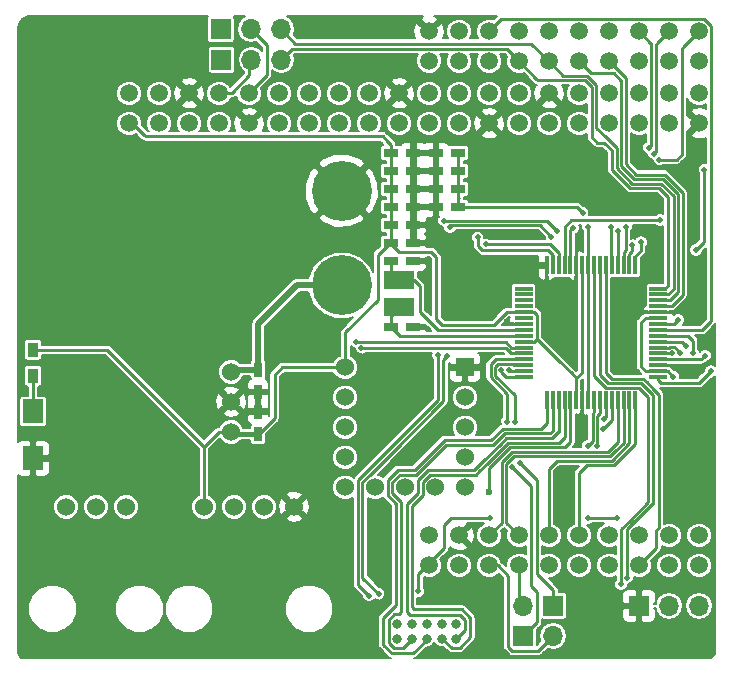
<source format=gbr>
G04 #@! TF.FileFunction,Copper,L1,Top,Signal*
%FSLAX46Y46*%
G04 Gerber Fmt 4.6, Leading zero omitted, Abs format (unit mm)*
G04 Created by KiCad (PCBNEW 4.0.7) date 03/19/18 18:51:51*
%MOMM*%
%LPD*%
G01*
G04 APERTURE LIST*
%ADD10C,0.100000*%
%ADD11R,1.500000X0.300000*%
%ADD12R,0.300000X1.500000*%
%ADD13R,1.200000X0.750000*%
%ADD14R,0.750000X1.200000*%
%ADD15R,0.900000X1.200000*%
%ADD16R,1.700000X2.000000*%
%ADD17R,1.700000X1.700000*%
%ADD18O,1.700000X1.700000*%
%ADD19C,1.524000*%
%ADD20R,1.524000X1.524000*%
%ADD21C,1.520000*%
%ADD22C,0.800000*%
%ADD23R,2.500000X1.500000*%
%ADD24C,5.080000*%
%ADD25C,0.500000*%
%ADD26C,0.600000*%
%ADD27C,0.250000*%
%ADD28C,0.254000*%
%ADD29C,0.508000*%
%ADD30C,0.406400*%
%ADD31C,0.127000*%
G04 APERTURE END LIST*
D10*
D11*
X173594000Y-121098000D03*
X173594000Y-120598000D03*
X173594000Y-120098000D03*
X173594000Y-119598000D03*
X173594000Y-119098000D03*
X173594000Y-118598000D03*
X173594000Y-118098000D03*
X173594000Y-117598000D03*
X173594000Y-117098000D03*
X173594000Y-116598000D03*
X173594000Y-116098000D03*
X173594000Y-115598000D03*
X173594000Y-115098000D03*
X173594000Y-114598000D03*
X173594000Y-114098000D03*
X173594000Y-113598000D03*
D12*
X171644000Y-111648000D03*
X171144000Y-111648000D03*
X170644000Y-111648000D03*
X170144000Y-111648000D03*
X169644000Y-111648000D03*
X169144000Y-111648000D03*
X168644000Y-111648000D03*
X168144000Y-111648000D03*
X167644000Y-111648000D03*
X167144000Y-111648000D03*
X166644000Y-111648000D03*
X166144000Y-111648000D03*
X165644000Y-111648000D03*
X165144000Y-111648000D03*
X164644000Y-111648000D03*
X164144000Y-111648000D03*
D11*
X162194000Y-113598000D03*
X162194000Y-114098000D03*
X162194000Y-114598000D03*
X162194000Y-115098000D03*
X162194000Y-115598000D03*
X162194000Y-116098000D03*
X162194000Y-116598000D03*
X162194000Y-117098000D03*
X162194000Y-117598000D03*
X162194000Y-118098000D03*
X162194000Y-118598000D03*
X162194000Y-119098000D03*
X162194000Y-119598000D03*
X162194000Y-120098000D03*
X162194000Y-120598000D03*
X162194000Y-121098000D03*
D12*
X164144000Y-123048000D03*
X164644000Y-123048000D03*
X165144000Y-123048000D03*
X165644000Y-123048000D03*
X166144000Y-123048000D03*
X166644000Y-123048000D03*
X167144000Y-123048000D03*
X167644000Y-123048000D03*
X168144000Y-123048000D03*
X168644000Y-123048000D03*
X169144000Y-123048000D03*
X169644000Y-123048000D03*
X170144000Y-123048000D03*
X170644000Y-123048000D03*
X171144000Y-123048000D03*
X171644000Y-123048000D03*
D13*
X152842000Y-103632000D03*
X150942000Y-103632000D03*
D14*
X139700000Y-120462000D03*
X139700000Y-122362000D03*
D13*
X152842000Y-116840000D03*
X150942000Y-116840000D03*
X152842000Y-111252000D03*
X150942000Y-111252000D03*
X152842000Y-109728000D03*
X150942000Y-109728000D03*
X152842000Y-102108000D03*
X150942000Y-102108000D03*
X152842000Y-105156000D03*
X150942000Y-105156000D03*
X152842000Y-106680000D03*
X150942000Y-106680000D03*
X152842000Y-108204000D03*
X150942000Y-108204000D03*
X154752000Y-103632000D03*
X156652000Y-103632000D03*
X154752000Y-105156000D03*
X156652000Y-105156000D03*
X154752000Y-102108000D03*
X156652000Y-102108000D03*
X154752000Y-106680000D03*
X156652000Y-106680000D03*
D15*
X120650000Y-118788000D03*
X120650000Y-120988000D03*
D14*
X139700000Y-124018000D03*
X139700000Y-125918000D03*
D16*
X120650000Y-127984000D03*
X120650000Y-123984000D03*
D17*
X164693600Y-140462000D03*
D18*
X164693600Y-143002000D03*
D17*
X162153600Y-143002000D03*
D18*
X162153600Y-140462000D03*
D17*
X136601200Y-94234000D03*
D18*
X139141200Y-94234000D03*
X141681200Y-94234000D03*
D17*
X136550400Y-91643200D03*
D18*
X139090400Y-91643200D03*
X141630400Y-91643200D03*
D17*
X171958000Y-140462000D03*
D18*
X174498000Y-140462000D03*
X177038000Y-140462000D03*
D19*
X137414000Y-120650000D03*
X137414000Y-123190000D03*
X137414000Y-125730000D03*
X147066000Y-130429000D03*
X149606000Y-130429000D03*
X152146000Y-130429000D03*
X154686000Y-130429000D03*
X157226000Y-130429000D03*
X157226000Y-127889000D03*
X157226000Y-125349000D03*
X157226000Y-122809000D03*
D20*
X157226000Y-120269000D03*
D19*
X147066000Y-127889000D03*
X147066000Y-125349000D03*
X147066000Y-122809000D03*
X147066000Y-120269000D03*
D21*
X128778000Y-99618800D03*
X128778000Y-97078800D03*
X131318000Y-99618800D03*
X131318000Y-97078800D03*
X133858000Y-99618800D03*
X133858000Y-97078800D03*
X136398000Y-99618800D03*
X136398000Y-97078800D03*
X138938000Y-99618800D03*
X138938000Y-97078800D03*
X141478000Y-99618800D03*
X141478000Y-97078800D03*
X144018000Y-99618800D03*
X144018000Y-97078800D03*
X146558000Y-99618800D03*
X146558000Y-97078800D03*
X149098000Y-99618800D03*
X149098000Y-97078800D03*
X151638000Y-99618800D03*
X151638000Y-97078800D03*
X154178000Y-99618800D03*
X154178000Y-97078800D03*
X156718000Y-99618800D03*
X156718000Y-97078800D03*
X159258000Y-99618800D03*
X159258000Y-97078800D03*
X161798000Y-99618800D03*
X161798000Y-97078800D03*
X164338000Y-99618800D03*
X164338000Y-97078800D03*
X166878000Y-99618800D03*
X166878000Y-97078800D03*
X169418000Y-99618800D03*
X169418000Y-97078800D03*
X171958000Y-99618800D03*
X171958000Y-97078800D03*
X174498000Y-99618800D03*
X174498000Y-97078800D03*
X177038000Y-99618800D03*
X177038000Y-97078800D03*
X177038000Y-94361000D03*
X174498000Y-94361000D03*
X171958000Y-94361000D03*
X169418000Y-94361000D03*
X166878000Y-94361000D03*
X164338000Y-94361000D03*
X161798000Y-94361000D03*
X159258000Y-94361000D03*
X156718000Y-94361000D03*
X154178000Y-94323000D03*
X177038000Y-91821000D03*
X174498000Y-91821000D03*
X171958000Y-91821000D03*
X169418000Y-91821000D03*
X166878000Y-91821000D03*
X164338000Y-91821000D03*
X161798000Y-91821000D03*
X159258000Y-91821000D03*
X156718000Y-91821000D03*
X154178000Y-91821000D03*
X177038000Y-134493000D03*
X174498000Y-134493000D03*
X171958000Y-134493000D03*
X169418000Y-134493000D03*
X166878000Y-134493000D03*
X164338000Y-134493000D03*
X161798000Y-134493000D03*
X159258000Y-134493000D03*
X156718000Y-134493000D03*
X154178000Y-134493000D03*
X177038000Y-137033000D03*
X174498000Y-137033000D03*
X171958000Y-137033000D03*
X169418000Y-137033000D03*
X166878000Y-137033000D03*
X164338000Y-137033000D03*
X161798000Y-137033000D03*
X159258000Y-137033000D03*
X156718000Y-137033000D03*
X154178000Y-137033000D03*
D22*
X156486000Y-141996000D03*
X156486000Y-143246000D03*
X155236000Y-141996000D03*
X155236000Y-143246000D03*
X153986000Y-141996000D03*
X153986000Y-143246000D03*
X152736000Y-141996000D03*
X152736000Y-143246000D03*
X151486000Y-141996000D03*
X151486000Y-143246000D03*
D19*
X142748000Y-132080000D03*
X140208000Y-132080000D03*
X137668000Y-132080000D03*
X135128000Y-132080000D03*
X128524000Y-132080000D03*
X125984000Y-132080000D03*
X123444000Y-132080000D03*
D23*
X151638000Y-115189000D03*
X151638000Y-112903000D03*
D24*
X146786600Y-113335800D03*
X146786600Y-105334800D03*
D25*
X154076400Y-117043200D03*
X154127200Y-111302800D03*
X154127200Y-109728000D03*
X154127200Y-108204000D03*
X175006000Y-115620800D03*
X174853600Y-120243600D03*
X166928800Y-124358400D03*
D26*
X162306000Y-111506000D03*
X160782000Y-116459000D03*
D25*
X153263600Y-139242800D03*
X174853600Y-121056400D03*
X170078400Y-133045200D03*
X167640000Y-133045200D03*
X159359600Y-133045200D03*
X167182800Y-107188000D03*
X167640000Y-108356400D03*
X175412400Y-119024400D03*
X175971200Y-118465600D03*
X176530000Y-119075200D03*
X175260000Y-116268500D03*
X170942000Y-138074400D03*
X170434000Y-138633200D03*
X173736000Y-107797600D03*
D26*
X159258000Y-130810000D03*
D25*
X167640000Y-126898400D03*
X168402000Y-126898400D03*
X168973500Y-124650500D03*
X168910000Y-125476000D03*
X178054000Y-120599200D03*
X177546000Y-119278400D03*
X174752000Y-119024400D03*
X177495200Y-103530400D03*
X176784000Y-110337600D03*
X173672500Y-102679500D03*
X170840400Y-108356400D03*
X173228000Y-102171500D03*
X170180000Y-108762800D03*
X172783500Y-101663500D03*
X169570400Y-108407200D03*
X166370000Y-108458000D03*
X159004000Y-109855000D03*
X158292800Y-109270800D03*
X161239200Y-128727200D03*
X160782000Y-124866400D03*
X161848800Y-128371600D03*
X161442400Y-124866400D03*
X160909000Y-120523000D03*
X160274000Y-120523000D03*
X147955000Y-118110000D03*
X136093200Y-94081600D03*
X148437600Y-118618000D03*
X155448000Y-107848400D03*
X149098000Y-139598400D03*
X154940000Y-119227600D03*
X165049200Y-108762800D03*
X172110400Y-109677200D03*
X155702000Y-119329200D03*
X149910800Y-139446000D03*
X171399200Y-109931200D03*
X164541200Y-109220000D03*
X155956000Y-108407200D03*
D27*
X152842000Y-116840000D02*
X153873200Y-116840000D01*
X153873200Y-116840000D02*
X154076400Y-117043200D01*
X152842000Y-111252000D02*
X154076400Y-111252000D01*
X154076400Y-111252000D02*
X154127200Y-111302800D01*
X152842000Y-109728000D02*
X154127200Y-109728000D01*
X152842000Y-108204000D02*
X154127200Y-108204000D01*
D28*
X173594000Y-115598000D02*
X174983200Y-115598000D01*
X174983200Y-115598000D02*
X175006000Y-115620800D01*
X173594000Y-120098000D02*
X174708000Y-120098000D01*
X174708000Y-120098000D02*
X174853600Y-120243600D01*
X167144000Y-123048000D02*
X167144000Y-124143200D01*
X167144000Y-124143200D02*
X166928800Y-124358400D01*
D27*
X164144000Y-111648000D02*
X162448000Y-111648000D01*
X162448000Y-111648000D02*
X162306000Y-111506000D01*
X162194000Y-116598000D02*
X160921000Y-116598000D01*
X160921000Y-116598000D02*
X160782000Y-116459000D01*
D29*
X143001000Y-113285000D02*
X146812000Y-113285000D01*
X139700000Y-116586000D02*
X143001000Y-113285000D01*
X139700000Y-120462000D02*
X139700000Y-116586000D01*
X139700000Y-120462000D02*
X137602000Y-120462000D01*
X137602000Y-120462000D02*
X137414000Y-120650000D01*
D30*
X137602000Y-120462000D02*
X137414000Y-120650000D01*
D28*
X162194000Y-117598000D02*
X151700000Y-117598000D01*
X151700000Y-117598000D02*
X150942000Y-116840000D01*
X150942000Y-116840000D02*
X150942000Y-115885000D01*
X150942000Y-115885000D02*
X151638000Y-115189000D01*
X150942000Y-111252000D02*
X150942000Y-112207000D01*
X162194000Y-117098000D02*
X154944000Y-117098000D01*
X152908000Y-112903000D02*
X151638000Y-112903000D01*
X153416000Y-113411000D02*
X152908000Y-112903000D01*
X153416000Y-115570000D02*
X153416000Y-113411000D01*
X154944000Y-117098000D02*
X153416000Y-115570000D01*
X150942000Y-112207000D02*
X151638000Y-112903000D01*
D27*
X153670000Y-110490000D02*
X154330400Y-110490000D01*
D28*
X150942000Y-109794000D02*
X151638000Y-110490000D01*
X151638000Y-110490000D02*
X153670000Y-110490000D01*
D27*
X154787600Y-116179600D02*
X155301998Y-116693998D01*
X154787600Y-110947200D02*
X154787600Y-116179600D01*
X154330400Y-110490000D02*
X154787600Y-110947200D01*
X153263600Y-137769600D02*
X154000200Y-137033000D01*
X153263600Y-139242800D02*
X153263600Y-137769600D01*
X154000200Y-137033000D02*
X154178000Y-137033000D01*
D28*
X149860000Y-110744000D02*
X149860000Y-114554000D01*
X149860000Y-110744000D02*
X150876000Y-109728000D01*
X150942000Y-109728000D02*
X150876000Y-109728000D01*
X150942000Y-109728000D02*
X150942000Y-109794000D01*
X150942000Y-108204000D02*
X150942000Y-109728000D01*
X150942000Y-108204000D02*
X150942000Y-106680000D01*
X150942000Y-108204000D02*
X151130000Y-108204000D01*
X150942000Y-109728000D02*
X151130000Y-109728000D01*
X149860000Y-114554000D02*
X147097750Y-117316250D01*
D27*
X130048000Y-100584000D02*
X130175000Y-100711000D01*
D28*
X129032000Y-99568000D02*
X130048000Y-100584000D01*
D27*
X150241000Y-100711000D02*
X150622000Y-101092000D01*
X130175000Y-100711000D02*
X150241000Y-100711000D01*
D28*
X128778000Y-99568000D02*
X129032000Y-99568000D01*
X150622000Y-101092000D02*
X150942000Y-101412000D01*
X150942000Y-101412000D02*
X150942000Y-102108000D01*
X150942000Y-105156000D02*
X150942000Y-103632000D01*
X150942000Y-103632000D02*
X150942000Y-102108000D01*
X174395200Y-120598000D02*
X174853600Y-121056400D01*
X173594000Y-120598000D02*
X174395200Y-120598000D01*
X154178000Y-137033000D02*
X154178000Y-136855200D01*
X154178000Y-136855200D02*
X155448000Y-135585200D01*
X167640000Y-133045200D02*
X170078400Y-133045200D01*
X156006800Y-133045200D02*
X159359600Y-133045200D01*
X155448000Y-133604000D02*
X156006800Y-133045200D01*
X155448000Y-135585200D02*
X155448000Y-133604000D01*
D27*
X163322000Y-115824000D02*
X163068000Y-115570000D01*
D28*
X163322000Y-117856000D02*
X163322000Y-115824000D01*
D27*
X163068000Y-115570000D02*
X162222000Y-115570000D01*
X162222000Y-115570000D02*
X162194000Y-115598000D01*
X120650000Y-118788000D02*
X126916000Y-118788000D01*
D28*
X126916000Y-118788000D02*
X127762000Y-119634000D01*
X134175500Y-126047500D02*
X135128000Y-127000000D01*
X131000500Y-122872500D02*
X127762000Y-119634000D01*
X134175500Y-126047500D02*
X131000500Y-122872500D01*
X160754000Y-115598000D02*
X162194000Y-115598000D01*
X155301998Y-116693998D02*
X159658002Y-116693998D01*
X159658002Y-116693998D02*
X160754000Y-115598000D01*
X167144000Y-111648000D02*
X167144000Y-120701500D01*
X167144000Y-120701500D02*
X166624000Y-121221500D01*
X163322000Y-117856000D02*
X165163500Y-119697500D01*
X166624000Y-121158000D02*
X166624000Y-121221500D01*
X166624000Y-121221500D02*
X166624000Y-123028000D01*
X166243000Y-120777000D02*
X166624000Y-121158000D01*
X165163500Y-119697500D02*
X166243000Y-120777000D01*
X166624000Y-123028000D02*
X166644000Y-123048000D01*
X173594000Y-116098000D02*
X172509500Y-116098000D01*
X172541000Y-120598000D02*
X173594000Y-120598000D01*
X172148500Y-120205500D02*
X172541000Y-120598000D01*
X172148500Y-116459000D02*
X172148500Y-120205500D01*
X172509500Y-116098000D02*
X172148500Y-116459000D01*
X135128000Y-132080000D02*
X135128000Y-127000000D01*
X136398000Y-125730000D02*
X137414000Y-125730000D01*
X135128000Y-127000000D02*
X136398000Y-125730000D01*
X139700000Y-125918000D02*
X139766000Y-125918000D01*
X139766000Y-125918000D02*
X141097000Y-124587000D01*
X141732000Y-120269000D02*
X147066000Y-120269000D01*
X141097000Y-120904000D02*
X141732000Y-120269000D01*
X141097000Y-124587000D02*
X141097000Y-120904000D01*
X147097750Y-117316250D02*
X147097750Y-120237250D01*
X147097750Y-120237250D02*
X147066000Y-120269000D01*
D30*
X139700000Y-125918000D02*
X137602000Y-125918000D01*
X137602000Y-125918000D02*
X137414000Y-125730000D01*
X139688000Y-125730000D02*
X139700000Y-125718000D01*
D27*
X139688000Y-125730000D02*
X139700000Y-125742000D01*
D28*
X162194000Y-115598000D02*
X162842000Y-115598000D01*
X163322000Y-117856000D02*
X163080000Y-118098000D01*
X163080000Y-118098000D02*
X162194000Y-118098000D01*
X150942000Y-106680000D02*
X150942000Y-105156000D01*
D27*
X167644000Y-110189200D02*
X167644000Y-108360400D01*
X167182800Y-107188000D02*
X166674800Y-106680000D01*
X166674800Y-106680000D02*
X156652000Y-106680000D01*
X167644000Y-108360400D02*
X167640000Y-108356400D01*
X167644000Y-111648000D02*
X167644000Y-110189200D01*
X167644000Y-110189200D02*
X167640000Y-110185200D01*
D28*
X156652000Y-105918000D02*
X156718000Y-105918000D01*
X156718000Y-105918000D02*
X156652000Y-105918000D01*
D27*
X167644000Y-111648000D02*
X167644000Y-123048000D01*
D28*
X156652000Y-102108000D02*
X156652000Y-103632000D01*
X156652000Y-103632000D02*
X156652000Y-105156000D01*
X156652000Y-105156000D02*
X156652000Y-105918000D01*
X156652000Y-105918000D02*
X156652000Y-106680000D01*
D27*
X120650000Y-120988000D02*
X120650000Y-123984000D01*
X138938000Y-97028000D02*
X140462000Y-95504000D01*
X140462000Y-93014800D02*
X139090400Y-91643200D01*
X140462000Y-95504000D02*
X140462000Y-93014800D01*
X150666498Y-129818814D02*
X151539844Y-128945468D01*
X151539844Y-128945468D02*
X152948468Y-128945468D01*
X151378498Y-132339502D02*
X151378498Y-131820498D01*
X150939500Y-140842301D02*
X150939500Y-140837498D01*
X150939500Y-140837498D02*
X151378498Y-140398500D01*
X151378498Y-140398500D02*
X151378498Y-139832502D01*
X151378498Y-139832502D02*
X151378498Y-139388002D01*
X151378498Y-132339502D02*
X151378498Y-139388002D01*
X150666498Y-131108498D02*
X150666498Y-129921000D01*
X151378498Y-131820498D02*
X150666498Y-131108498D01*
X150666498Y-129921000D02*
X150666498Y-129818814D01*
X150940199Y-140842301D02*
X150939500Y-140842301D01*
X150939500Y-140842301D02*
X150938801Y-140842301D01*
X153986000Y-143246000D02*
X153986000Y-143321000D01*
X153986000Y-143321000D02*
X152838998Y-144468002D01*
X150298998Y-141482104D02*
X150938801Y-140842301D01*
X150938801Y-140842301D02*
X150939500Y-140841602D01*
X150298998Y-143759896D02*
X150298998Y-141482104D01*
X151007104Y-144468002D02*
X150298998Y-143759896D01*
X152838998Y-144468002D02*
X151007104Y-144468002D01*
X153986000Y-143246000D02*
X153807000Y-143246000D01*
X157689502Y-126409498D02*
X159454360Y-126409498D01*
D28*
X157689502Y-126409498D02*
X155484438Y-126409498D01*
D27*
X152948468Y-128945468D02*
X155484438Y-126409498D01*
X163639830Y-125462970D02*
X164144000Y-124958800D01*
X160400888Y-125462970D02*
X163639830Y-125462970D01*
X159454360Y-126409498D02*
X160400888Y-125462970D01*
X164144000Y-123892000D02*
X164144000Y-124958800D01*
X164144000Y-123048000D02*
X164144000Y-123892000D01*
X164144000Y-123892000D02*
X164144000Y-123897812D01*
X151828500Y-131635500D02*
X151066500Y-130873500D01*
X151828500Y-132339502D02*
X151828500Y-139382500D01*
X151828500Y-139763500D02*
X151828500Y-139382500D01*
X151225250Y-141192250D02*
X151606250Y-141192250D01*
X151955500Y-144018000D02*
X152727500Y-143246000D01*
X151955500Y-144018000D02*
X151193500Y-144018000D01*
X151193500Y-144018000D02*
X150749000Y-143573500D01*
X150749000Y-141668500D02*
X151225250Y-141192250D01*
X150749000Y-141668500D02*
X150749000Y-143573500D01*
X151606250Y-141192250D02*
X151828500Y-140970000D01*
X151828500Y-140970000D02*
X151828500Y-140208000D01*
X151828500Y-140208000D02*
X151828500Y-139763500D01*
X151828500Y-132339502D02*
X151828500Y-131699000D01*
X151828500Y-131699000D02*
X151828500Y-131635500D01*
X152736000Y-143246000D02*
X152727500Y-143246000D01*
X163728400Y-125855212D02*
X164429528Y-125855212D01*
X164644000Y-123963500D02*
X164644000Y-124027000D01*
X164644000Y-123048000D02*
X164644000Y-123963500D01*
X164644000Y-125640740D02*
X164446370Y-125838370D01*
X164644000Y-124027000D02*
X164644000Y-125640740D01*
X153099150Y-129349500D02*
X155601050Y-126847600D01*
X155601050Y-126847600D02*
X159570972Y-126847600D01*
X159570972Y-126847600D02*
X160563360Y-125855212D01*
X160563360Y-125855212D02*
X163728400Y-125855212D01*
X153099150Y-129349500D02*
X153060400Y-129349500D01*
X164429528Y-125855212D02*
X164446370Y-125838370D01*
X151066500Y-130873500D02*
X151066500Y-129984500D01*
X151701500Y-129349500D02*
X153060400Y-129349500D01*
X153060400Y-129349500D02*
X153110124Y-129349500D01*
X151066500Y-129984500D02*
X151701500Y-129349500D01*
X153225500Y-129921000D02*
X153225500Y-129836186D01*
X153261874Y-129799812D02*
X154066328Y-128995358D01*
X154066328Y-128995358D02*
X157977928Y-128995358D01*
X158752043Y-128221243D02*
X157977928Y-128995358D01*
X152278502Y-132339502D02*
X152278502Y-131820498D01*
X152278502Y-139440498D02*
X152278502Y-139007002D01*
X152336500Y-140970000D02*
X152336500Y-140964498D01*
X152590500Y-141224000D02*
X152336500Y-140970000D01*
X156781500Y-141224000D02*
X152590500Y-141224000D01*
X157226000Y-141668500D02*
X156781500Y-141224000D01*
X152278502Y-140906500D02*
X152278502Y-140716000D01*
X152336500Y-140964498D02*
X152278502Y-140906500D01*
X152278502Y-140716000D02*
X152278502Y-139440498D01*
X152278502Y-132339502D02*
X152278502Y-139007002D01*
X153225500Y-130873500D02*
X153225500Y-129921000D01*
X152278502Y-131820498D02*
X153225500Y-130873500D01*
X153225500Y-129836186D02*
X153261874Y-129799812D01*
X160253061Y-126725061D02*
X160248225Y-126725061D01*
X160248225Y-126725061D02*
X158752043Y-128221243D01*
X162102800Y-126247454D02*
X160730668Y-126247454D01*
X164592000Y-126247454D02*
X162102800Y-126247454D01*
X160730668Y-126247454D02*
X160253061Y-126725061D01*
X158752043Y-128221243D02*
X158701243Y-128272043D01*
X157226000Y-142494000D02*
X157226000Y-141668500D01*
X157226000Y-142494000D02*
X156486000Y-143234000D01*
X165150800Y-125688654D02*
X164592000Y-126247454D01*
X165150800Y-125679200D02*
X165150800Y-125688654D01*
X165150800Y-125719134D02*
X165150800Y-125679200D01*
X165150800Y-125679200D02*
X165150800Y-124764800D01*
X165150800Y-124764800D02*
X165150800Y-124099488D01*
X165150800Y-124099488D02*
X165144000Y-124092688D01*
X165144000Y-124092688D02*
X165144000Y-123048000D01*
X165150800Y-124764800D02*
X165150800Y-124714000D01*
X156486000Y-143246000D02*
X156486000Y-143234000D01*
X153625502Y-131108498D02*
X153625502Y-129990898D01*
X155311000Y-143246000D02*
X156083000Y-144018000D01*
X156083000Y-144018000D02*
X156781500Y-144018000D01*
X156781500Y-144018000D02*
X157676002Y-143123498D01*
X152728504Y-132339502D02*
X152728504Y-132005496D01*
X153035000Y-140773998D02*
X152913502Y-140773998D01*
X157676002Y-141482104D02*
X156967896Y-140773998D01*
X157676002Y-143123498D02*
X157676002Y-141482104D01*
X156967896Y-140773998D02*
X153035000Y-140773998D01*
X152728504Y-140589000D02*
X152728504Y-139007002D01*
X152913502Y-140773998D02*
X152728504Y-140589000D01*
X152728504Y-132339502D02*
X152728504Y-139007002D01*
X152728504Y-132005496D02*
X153625502Y-131108498D01*
X158140400Y-129387600D02*
X158445200Y-129082800D01*
X154228800Y-129387600D02*
X158140400Y-129387600D01*
X153625502Y-129990898D02*
X154228800Y-129387600D01*
X159489018Y-128043818D02*
X159184218Y-128348618D01*
X159184218Y-128348618D02*
X159179382Y-128348618D01*
X159179382Y-128348618D02*
X158445200Y-129082800D01*
X165644000Y-126105856D02*
X165644000Y-126197296D01*
X165644000Y-124155200D02*
X165644000Y-126105856D01*
X160893140Y-126639696D02*
X159489018Y-128043818D01*
X165201600Y-126639696D02*
X160893140Y-126639696D01*
X165644000Y-126197296D02*
X165201600Y-126639696D01*
X158445200Y-129082800D02*
X158178500Y-129349500D01*
X165644000Y-124158376D02*
X165644000Y-124155200D01*
X165644000Y-124155200D02*
X165644000Y-123048000D01*
X155236000Y-143246000D02*
X155311000Y-143246000D01*
D28*
X136398000Y-97028000D02*
X137464800Y-97028000D01*
X137464800Y-97028000D02*
X138938000Y-95554800D01*
X138938000Y-95554800D02*
X138938000Y-94081600D01*
D27*
X174548800Y-118516400D02*
X174955200Y-118516400D01*
X174467200Y-118598000D02*
X174548800Y-118516400D01*
X173594000Y-118598000D02*
X174467200Y-118598000D01*
X175412400Y-118973600D02*
X175412400Y-119024400D01*
X174955200Y-118516400D02*
X175412400Y-118973600D01*
X175603600Y-118098000D02*
X175971200Y-118465600D01*
X173594000Y-118098000D02*
X175197200Y-118098000D01*
X175197200Y-118098000D02*
X175603600Y-118098000D01*
X176119600Y-117598000D02*
X176530000Y-118008400D01*
X176530000Y-118008400D02*
X176530000Y-119075200D01*
X176119600Y-117598000D02*
X173594000Y-117598000D01*
X174930500Y-116598000D02*
X173594000Y-116598000D01*
X174930500Y-116598000D02*
X175260000Y-116268500D01*
X173634400Y-132537200D02*
X173634400Y-133858000D01*
X173634400Y-132537200D02*
X173634400Y-122579208D01*
X173634400Y-122579208D02*
X173152396Y-122097204D01*
X173152396Y-122097204D02*
X172593596Y-121538404D01*
X172294848Y-121239656D02*
X172593596Y-121538404D01*
X172262800Y-121239656D02*
X172294848Y-121239656D01*
X173431200Y-135585200D02*
X171983400Y-137033000D01*
X173431200Y-134061200D02*
X173431200Y-135585200D01*
X173634400Y-133858000D02*
X173431200Y-134061200D01*
X171958000Y-137033000D02*
X171983400Y-137033000D01*
X171894500Y-121239656D02*
X172262800Y-121239656D01*
X172262800Y-121239656D02*
X172266112Y-121239656D01*
X169144000Y-120757000D02*
X169626656Y-121239656D01*
X169626656Y-121239656D02*
X171894500Y-121239656D01*
X169144000Y-111648000D02*
X169144000Y-120757000D01*
X173110078Y-131842322D02*
X173088526Y-131842322D01*
X172341639Y-121841161D02*
X173110078Y-122609600D01*
X173110078Y-131842322D02*
X173110078Y-122609600D01*
X170942000Y-133988848D02*
X170942000Y-138074400D01*
X173088526Y-131842322D02*
X170942000Y-133988848D01*
X171894500Y-121611578D02*
X172112056Y-121611578D01*
X172112056Y-121611578D02*
X172341639Y-121841161D01*
X168644000Y-111648000D02*
X168644000Y-120892000D01*
X169363578Y-121611578D02*
X171894500Y-121611578D01*
X168644000Y-120892000D02*
X169363578Y-121611578D01*
X172341639Y-121841161D02*
X172466000Y-121965522D01*
X170434000Y-137617200D02*
X170434000Y-133992422D01*
X170434000Y-133992422D02*
X170434000Y-133963686D01*
X170434000Y-133963686D02*
X171147243Y-133250443D01*
X170434000Y-137617200D02*
X170434000Y-138633200D01*
X171147243Y-133244193D02*
X171147243Y-133250443D01*
X171147243Y-133250443D02*
X171172643Y-133225043D01*
X172717836Y-131673600D02*
X172717836Y-131216400D01*
X171147243Y-133244193D02*
X172717836Y-131673600D01*
X172717836Y-123291600D02*
X172717836Y-131216400D01*
X172717836Y-123291600D02*
X172717836Y-122772072D01*
X172064282Y-122118518D02*
X172064282Y-122089782D01*
X172717836Y-122772072D02*
X172064282Y-122118518D01*
X172717836Y-123393200D02*
X172717836Y-123291600D01*
X171958000Y-121983500D02*
X172064282Y-122089782D01*
X168144000Y-120963500D02*
X169164000Y-121983500D01*
X168144000Y-120963500D02*
X168144000Y-111648000D01*
X169164000Y-121983500D02*
X171958000Y-121983500D01*
X172064282Y-122089782D02*
X172085000Y-122110500D01*
X168198800Y-107797600D02*
X173736000Y-107797600D01*
X165644000Y-108371200D02*
X166217600Y-107797600D01*
X166217600Y-107797600D02*
X168198800Y-107797600D01*
X165644000Y-111648000D02*
X165644000Y-108371200D01*
X166144000Y-126362400D02*
X166144000Y-126597538D01*
D28*
X166144000Y-123048000D02*
X166144000Y-124226892D01*
D27*
X166144000Y-124226892D02*
X166144000Y-126362400D01*
X159258000Y-128829550D02*
X159258000Y-129235200D01*
X161055612Y-127031938D02*
X159258000Y-128829550D01*
X165709600Y-127031938D02*
X161055612Y-127031938D01*
X166144000Y-126597538D02*
X165709600Y-127031938D01*
X159258000Y-128887022D02*
X159258000Y-129235200D01*
X159258000Y-129235200D02*
X159258000Y-130810000D01*
D28*
X159279002Y-130788998D02*
X159258000Y-130810000D01*
D27*
X168144000Y-123048000D02*
X168144000Y-124057600D01*
X168030078Y-126508322D02*
X167640000Y-126898400D01*
X168030078Y-124171522D02*
X168030078Y-126508322D01*
X168144000Y-124057600D02*
X168030078Y-124171522D01*
X168402000Y-126542800D02*
X168402000Y-126898400D01*
X168644000Y-124167200D02*
X168402000Y-124409200D01*
X168402000Y-124409200D02*
X168402000Y-126542800D01*
X168644000Y-123048000D02*
X168644000Y-124167200D01*
X169144000Y-124480000D02*
X168973500Y-124650500D01*
X169144000Y-123048000D02*
X169144000Y-124480000D01*
X169644000Y-123048000D02*
X169644000Y-124742000D01*
X169644000Y-124742000D02*
X168910000Y-125476000D01*
X170144000Y-123048000D02*
X170144000Y-126626264D01*
X160317180Y-133433820D02*
X159258000Y-134493000D01*
X160317180Y-128325084D02*
X160317180Y-133433820D01*
X161218084Y-127424180D02*
X160317180Y-128325084D01*
X169346084Y-127424180D02*
X161218084Y-127424180D01*
X170144000Y-126626264D02*
X169346084Y-127424180D01*
X170644000Y-123048000D02*
X170644000Y-126680978D01*
X170644000Y-126680978D02*
X169934989Y-127389989D01*
X161798000Y-134493000D02*
X161788922Y-134493000D01*
X161788922Y-134493000D02*
X160709422Y-133413500D01*
X160709422Y-133413500D02*
X160709422Y-128487556D01*
X160709422Y-128487556D02*
X161380556Y-127816422D01*
X161380556Y-127816422D02*
X169508556Y-127816422D01*
X169508556Y-127816422D02*
X169934989Y-127389989D01*
X169934989Y-127389989D02*
X170093739Y-127231239D01*
X171144000Y-123048000D02*
X171144000Y-126706956D01*
X164338000Y-128879600D02*
X164338000Y-134493000D01*
X165029256Y-128188344D02*
X164338000Y-128879600D01*
X169662612Y-128188344D02*
X165029256Y-128188344D01*
X171144000Y-126706956D02*
X169662612Y-128188344D01*
X171644000Y-123048000D02*
X171644000Y-126732934D01*
X166878000Y-129235200D02*
X166878000Y-134493000D01*
X167552934Y-128560266D02*
X166878000Y-129235200D01*
X169816668Y-128560266D02*
X167552934Y-128560266D01*
X171644000Y-126732934D02*
X169816668Y-128560266D01*
D28*
X173594000Y-121098000D02*
X173594000Y-121371600D01*
D27*
X177555200Y-121098000D02*
X178054000Y-120599200D01*
D28*
X177038000Y-121615200D02*
X177555200Y-121098000D01*
X173837600Y-121615200D02*
X177038000Y-121615200D01*
X173594000Y-121371600D02*
X173837600Y-121615200D01*
X173594000Y-119598000D02*
X176667600Y-119598000D01*
D27*
X177226400Y-119598000D02*
X177546000Y-119278400D01*
X176667600Y-119598000D02*
X177226400Y-119598000D01*
X174678400Y-119098000D02*
X174752000Y-119024400D01*
X174678400Y-119098000D02*
X173594000Y-119098000D01*
X177495200Y-109016800D02*
X177495200Y-103530400D01*
X177495200Y-109626400D02*
X177495200Y-109016800D01*
X176784000Y-110337600D02*
X177495200Y-109626400D01*
X178054000Y-116332000D02*
X178054000Y-91376500D01*
X173594000Y-117098000D02*
X177288000Y-117098000D01*
X160274000Y-90805000D02*
X159258000Y-91821000D01*
X177482500Y-90805000D02*
X160274000Y-90805000D01*
X178054000Y-91376500D02*
X177482500Y-90805000D01*
X177288000Y-117098000D02*
X178054000Y-116332000D01*
D28*
X175641000Y-106108500D02*
X175641000Y-105489732D01*
X175641000Y-113411000D02*
X175641000Y-106108500D01*
X174716000Y-115098000D02*
X175641000Y-114173000D01*
X175641000Y-114173000D02*
X175641000Y-113411000D01*
X173594000Y-115098000D02*
X174716000Y-115098000D01*
X170809922Y-102870000D02*
X170815000Y-102870000D01*
X170809922Y-103071654D02*
X170809922Y-102870000D01*
X171697924Y-103959656D02*
X170809922Y-103071654D01*
X174110924Y-103959656D02*
X171697924Y-103959656D01*
X175641000Y-105489732D02*
X174110924Y-103959656D01*
X170815000Y-98806000D02*
X170815000Y-95758000D01*
X170815000Y-102870000D02*
X170815000Y-102870000D01*
X170815000Y-102870000D02*
X170815000Y-98806000D01*
X170815000Y-95758000D02*
X169418000Y-94361000D01*
X170434000Y-103124000D02*
X170434000Y-103227366D01*
X170434000Y-96012000D02*
X169799000Y-95377000D01*
X170434000Y-102362000D02*
X170434000Y-96647000D01*
X170434000Y-103124000D02*
X170434000Y-102362000D01*
X166878000Y-94361000D02*
X167894000Y-95377000D01*
X169799000Y-95377000D02*
X167894000Y-95377000D01*
X170434000Y-96647000D02*
X170434000Y-96012000D01*
X175254922Y-105854500D02*
X175260000Y-105854500D01*
X175254922Y-105635288D02*
X175254922Y-105854500D01*
X173955212Y-104335578D02*
X175254922Y-105635288D01*
X171542212Y-104335578D02*
X173955212Y-104335578D01*
X170434000Y-103227366D02*
X171542212Y-104335578D01*
X175260000Y-113411000D02*
X175260000Y-105854500D01*
X175260000Y-105854500D02*
X175260000Y-105854500D01*
X174581000Y-114598000D02*
X175260000Y-113919000D01*
X175260000Y-113919000D02*
X175260000Y-113411000D01*
X174581000Y-114598000D02*
X173594000Y-114598000D01*
D27*
X144170400Y-92862400D02*
X142849600Y-92862400D01*
X162814000Y-92862400D02*
X144170400Y-92862400D01*
X164312600Y-94361000D02*
X162814000Y-92862400D01*
X142849600Y-92862400D02*
X141630400Y-91643200D01*
X164338000Y-94361000D02*
X164312600Y-94361000D01*
D28*
X164338000Y-94361000D02*
X164338000Y-94335600D01*
X169037000Y-100711000D02*
X169042078Y-100711000D01*
X172529500Y-104711500D02*
X171386500Y-104711500D01*
X174879000Y-105791000D02*
X173799500Y-104711500D01*
X173799500Y-104711500D02*
X172529500Y-104711500D01*
X174879000Y-107061000D02*
X174879000Y-113284000D01*
X173594000Y-114098000D02*
X174446000Y-114098000D01*
X174446000Y-114098000D02*
X174879000Y-113665000D01*
X174879000Y-113284000D02*
X174879000Y-113665000D01*
X174879000Y-107061000D02*
X174879000Y-105791000D01*
X165544500Y-95567500D02*
X164338000Y-94361000D01*
X167552866Y-95567500D02*
X165544500Y-95567500D01*
X168338500Y-96353134D02*
X167552866Y-95567500D01*
X168338500Y-100012500D02*
X168338500Y-96353134D01*
X171386500Y-104711500D02*
X170058078Y-103383078D01*
X169037000Y-100711000D02*
X168338500Y-100012500D01*
X170058078Y-101727000D02*
X170058078Y-103383078D01*
X169042078Y-100711000D02*
X170058078Y-101727000D01*
D27*
X167957500Y-100163134D02*
X167957500Y-100799900D01*
D28*
X163385500Y-95948500D02*
X166174422Y-95948500D01*
X166174422Y-95948500D02*
X166179500Y-95943422D01*
X166179500Y-95943422D02*
X167380922Y-95943422D01*
X167380922Y-95943422D02*
X167957500Y-96520000D01*
X167957500Y-96520000D02*
X167957500Y-100163134D01*
D27*
X168402000Y-101244400D02*
X169017936Y-101244400D01*
X167957500Y-100799900D02*
X168402000Y-101244400D01*
X169663836Y-101890300D02*
X169017936Y-101244400D01*
D28*
X163258500Y-95821500D02*
X163385500Y-95948500D01*
X161798000Y-94361000D02*
X163258500Y-95821500D01*
D27*
X169663836Y-103546378D02*
X169663836Y-101890300D01*
D28*
X161798000Y-94335600D02*
X160782000Y-93319600D01*
X161798000Y-94361000D02*
X161798000Y-94335600D01*
D27*
X171223200Y-105105742D02*
X169663836Y-103546378D01*
D28*
X160782000Y-93319600D02*
X157378400Y-93319600D01*
D27*
X173594000Y-113598000D02*
X174119958Y-113598000D01*
X174119958Y-113598000D02*
X174396400Y-113321558D01*
X174396400Y-113321558D02*
X174396400Y-105865942D01*
X174396400Y-105865942D02*
X173636200Y-105105742D01*
X173636200Y-105105742D02*
X171223200Y-105105742D01*
X141681200Y-94234000D02*
X141681200Y-94232000D01*
X141681200Y-94232000D02*
X142593600Y-93319600D01*
X142593600Y-93319600D02*
X142593600Y-93317600D01*
X142593600Y-93317600D02*
X142593600Y-93319600D01*
D28*
X157378400Y-93319600D02*
X142593600Y-93319600D01*
X173594000Y-113598000D02*
X174057000Y-113598000D01*
D27*
X170815000Y-109982000D02*
X170815000Y-108381800D01*
X175133000Y-102679500D02*
X175577500Y-102235000D01*
X175577500Y-102235000D02*
X175577500Y-100838000D01*
X170644000Y-111648000D02*
X170644000Y-110470500D01*
X170815000Y-110299500D02*
X170815000Y-109982000D01*
X170644000Y-110470500D02*
X170815000Y-110299500D01*
X175577500Y-100838000D02*
X175577500Y-100584000D01*
X175704500Y-93154500D02*
X175577500Y-93281500D01*
X175577500Y-93281500D02*
X175577500Y-100584000D01*
X175704500Y-93154500D02*
X177038000Y-91821000D01*
X173672500Y-102679500D02*
X175133000Y-102679500D01*
X170815000Y-108381800D02*
X170840400Y-108356400D01*
X170180000Y-110871000D02*
X170180000Y-109982000D01*
X170144000Y-110907000D02*
X170180000Y-110871000D01*
X173355000Y-102044500D02*
X173228000Y-102171500D01*
X173482000Y-92837000D02*
X174498000Y-91821000D01*
X173355000Y-92954922D02*
X173355000Y-101473000D01*
X173472922Y-92837000D02*
X173355000Y-92954922D01*
X173482000Y-92837000D02*
X173472922Y-92837000D01*
X173355000Y-101473000D02*
X173355000Y-102044500D01*
X170180000Y-108762800D02*
X170180000Y-109982000D01*
X170144000Y-111648000D02*
X170144000Y-110907000D01*
X169545000Y-109982000D02*
X169545000Y-108432600D01*
X172783500Y-101663500D02*
X172974000Y-101473000D01*
X172910500Y-92773500D02*
X172974000Y-92837000D01*
X172974000Y-92837000D02*
X172974000Y-95504000D01*
X172974000Y-95504000D02*
X172974000Y-101473000D01*
X171958000Y-91821000D02*
X172910500Y-92773500D01*
X169644000Y-110843000D02*
X169644000Y-111648000D01*
X169545000Y-110744000D02*
X169545000Y-109982000D01*
X169644000Y-110843000D02*
X169545000Y-110744000D01*
X169545000Y-108432600D02*
X169570400Y-108407200D01*
X166144000Y-111648000D02*
X166144000Y-108684000D01*
X166144000Y-108684000D02*
X166370000Y-108458000D01*
X165144000Y-110597500D02*
X165144000Y-111648000D01*
X164401500Y-109855000D02*
X159004000Y-109855000D01*
X165144000Y-110597500D02*
X164401500Y-109855000D01*
X158305500Y-109982000D02*
X158305500Y-109283500D01*
X158686500Y-110363000D02*
X158305500Y-109982000D01*
X164644000Y-110732500D02*
X164644000Y-111648000D01*
X164274500Y-110363000D02*
X159893000Y-110363000D01*
X164644000Y-110732500D02*
X164274500Y-110363000D01*
X159893000Y-110363000D02*
X158686500Y-110363000D01*
X158305500Y-109283500D02*
X158292800Y-109270800D01*
X160782000Y-123444000D02*
X160782000Y-124866400D01*
X162814000Y-130302000D02*
X161239200Y-128727200D01*
X159802000Y-119598000D02*
X159639000Y-119761000D01*
D28*
X162194000Y-119598000D02*
X159802000Y-119598000D01*
D27*
X160782000Y-122509478D02*
X160782000Y-123444000D01*
X159385000Y-121112478D02*
X160782000Y-122509478D01*
X159385000Y-120015000D02*
X159385000Y-121112478D01*
X159639000Y-119761000D02*
X159385000Y-120015000D01*
X162814000Y-130302000D02*
X162814000Y-136855200D01*
X162153600Y-143002000D02*
X163068000Y-142087600D01*
X162814000Y-138785600D02*
X162814000Y-136855200D01*
X162814000Y-136855200D02*
X162814000Y-136804400D01*
X163322000Y-139293600D02*
X162814000Y-138785600D01*
X163322000Y-141833600D02*
X163322000Y-139293600D01*
X163220400Y-141935200D02*
X163322000Y-141833600D01*
X163068000Y-142087600D02*
X163220400Y-141935200D01*
X163322000Y-129844800D02*
X161848800Y-128371600D01*
X163322000Y-137769600D02*
X163322000Y-129844800D01*
X164693600Y-139141200D02*
X163322000Y-137769600D01*
X164693600Y-140462000D02*
X164693600Y-139141200D01*
X161442400Y-122643900D02*
X161442400Y-124866400D01*
X161442400Y-122643900D02*
X161417000Y-122618500D01*
X161417000Y-123444000D02*
X161417000Y-122618500D01*
X161417000Y-122618500D02*
X161417000Y-123444000D01*
X159766000Y-120650000D02*
X159766000Y-120967500D01*
D28*
X161373000Y-120098000D02*
X162194000Y-120098000D01*
X159766000Y-120269000D02*
X159766000Y-120650000D01*
X160020000Y-120015000D02*
X159766000Y-120269000D01*
X161290000Y-120015000D02*
X160020000Y-120015000D01*
X161373000Y-120098000D02*
X161290000Y-120015000D01*
D27*
X159766000Y-120967500D02*
X161417000Y-122618500D01*
D28*
X162194000Y-120598000D02*
X160984000Y-120598000D01*
X160984000Y-120598000D02*
X160909000Y-120523000D01*
X162194000Y-121098000D02*
X160722000Y-121098000D01*
X160274000Y-120650000D02*
X160274000Y-120523000D01*
X160722000Y-121098000D02*
X160274000Y-120650000D01*
D27*
X161798000Y-137033000D02*
X161798000Y-140106400D01*
X161798000Y-140106400D02*
X162153600Y-140462000D01*
X161239200Y-144272000D02*
X163423600Y-144272000D01*
X161239200Y-144272000D02*
X160883600Y-143916400D01*
X160883600Y-143916400D02*
X160883600Y-137922000D01*
X159994600Y-137033000D02*
X160883600Y-137922000D01*
X163423600Y-144272000D02*
X164693600Y-143002000D01*
X159994600Y-137033000D02*
X159258000Y-137033000D01*
D28*
X161163000Y-118598000D02*
X161143000Y-118598000D01*
X161143000Y-118598000D02*
X160655000Y-118110000D01*
X160655000Y-118110000D02*
X147955000Y-118110000D01*
D27*
X162194000Y-118598000D02*
X161163000Y-118598000D01*
D28*
X149733000Y-118618000D02*
X148437600Y-118618000D01*
X161135000Y-119098000D02*
X160655000Y-118618000D01*
X160655000Y-118618000D02*
X149733000Y-118618000D01*
X162194000Y-119098000D02*
X161135000Y-119098000D01*
D27*
X171644000Y-111648000D02*
X171644000Y-110854800D01*
X155448000Y-107848400D02*
X164134800Y-107848400D01*
X154940000Y-123063238D02*
X154940000Y-119227600D01*
X148162198Y-129841040D02*
X154940000Y-123063238D01*
X148162198Y-138662598D02*
X148162198Y-129841040D01*
X149098000Y-139598400D02*
X148162198Y-138662598D01*
X164134800Y-107848400D02*
X165049200Y-108762800D01*
X172110400Y-110388400D02*
X172110400Y-109677200D01*
X171644000Y-110854800D02*
X172110400Y-110388400D01*
X151282400Y-127254000D02*
X154863800Y-123672600D01*
X154863800Y-123672600D02*
X155397200Y-123139200D01*
X155397200Y-123139200D02*
X155397200Y-119634000D01*
X155397200Y-119634000D02*
X155702000Y-119329200D01*
X149910800Y-139446000D02*
X148539200Y-138074400D01*
X148539200Y-138074400D02*
X148539200Y-129997200D01*
X148539200Y-129997200D02*
X149148800Y-129387600D01*
X149148800Y-129387600D02*
X151282400Y-127254000D01*
X171144000Y-110643600D02*
X171399200Y-110388400D01*
X171399200Y-110388400D02*
X171399200Y-109931200D01*
X164541200Y-109220000D02*
X163546602Y-108225402D01*
X163546602Y-108225402D02*
X156413200Y-108225402D01*
X171144000Y-110643600D02*
X171144000Y-111648000D01*
X156137798Y-108225402D02*
X156413200Y-108225402D01*
X155956000Y-108407200D02*
X156137798Y-108225402D01*
D31*
G36*
X178423500Y-144233343D02*
X178368935Y-144507660D01*
X178235444Y-144707444D01*
X178035660Y-144840935D01*
X177761343Y-144895500D01*
X152914419Y-144895500D01*
X153008336Y-144876819D01*
X153151893Y-144780897D01*
X153969304Y-143963486D01*
X154128093Y-143963625D01*
X154391900Y-143854622D01*
X154593913Y-143652962D01*
X154610907Y-143612037D01*
X154627378Y-143651900D01*
X154829038Y-143853913D01*
X155092654Y-143963376D01*
X155378093Y-143963625D01*
X155395601Y-143956391D01*
X155770105Y-144330895D01*
X155913662Y-144426817D01*
X156083000Y-144460500D01*
X156781500Y-144460500D01*
X156950838Y-144426817D01*
X157094395Y-144330895D01*
X157988897Y-143436393D01*
X158084819Y-143292836D01*
X158118502Y-143123498D01*
X158118502Y-141482104D01*
X158103563Y-141406999D01*
X158084819Y-141312766D01*
X157988897Y-141169209D01*
X157280791Y-140461103D01*
X157137234Y-140365181D01*
X156967896Y-140331498D01*
X153171004Y-140331498D01*
X153171004Y-139810219D01*
X153375987Y-139810398D01*
X153584643Y-139724184D01*
X153744423Y-139564683D01*
X153831001Y-139356178D01*
X153831198Y-139130413D01*
X153744984Y-138921757D01*
X153706100Y-138882805D01*
X153706100Y-138003749D01*
X153962732Y-138110312D01*
X154391388Y-138110686D01*
X154787557Y-137946992D01*
X155090927Y-137644151D01*
X155255312Y-137248268D01*
X155255313Y-137246388D01*
X155640314Y-137246388D01*
X155804008Y-137642557D01*
X156106849Y-137945927D01*
X156502732Y-138110312D01*
X156931388Y-138110686D01*
X157327557Y-137946992D01*
X157630927Y-137644151D01*
X157795312Y-137248268D01*
X157795686Y-136819612D01*
X157631992Y-136423443D01*
X157329151Y-136120073D01*
X156933268Y-135955688D01*
X156504612Y-135955314D01*
X156108443Y-136119008D01*
X155805073Y-136421849D01*
X155640688Y-136817732D01*
X155640314Y-137246388D01*
X155255313Y-137246388D01*
X155255686Y-136819612D01*
X155134792Y-136527026D01*
X155762309Y-135899509D01*
X155834943Y-135790804D01*
X155858664Y-135755303D01*
X155892424Y-135585581D01*
X155893627Y-135586784D01*
X156004403Y-135476008D01*
X156082044Y-135692416D01*
X156589451Y-135844486D01*
X157116428Y-135790804D01*
X157353956Y-135692416D01*
X157431598Y-135476006D01*
X156718000Y-134762408D01*
X156703858Y-134776550D01*
X156434450Y-134507142D01*
X156448592Y-134493000D01*
X156987408Y-134493000D01*
X157701006Y-135206598D01*
X157917416Y-135128956D01*
X158069486Y-134621549D01*
X158015804Y-134094572D01*
X157917416Y-133857044D01*
X157701006Y-133779402D01*
X156987408Y-134493000D01*
X156448592Y-134493000D01*
X156434450Y-134478858D01*
X156703858Y-134209450D01*
X156718000Y-134223592D01*
X157431598Y-133509994D01*
X157424317Y-133489700D01*
X158864584Y-133489700D01*
X158648443Y-133579008D01*
X158345073Y-133881849D01*
X158180688Y-134277732D01*
X158180314Y-134706388D01*
X158344008Y-135102557D01*
X158646849Y-135405927D01*
X159042732Y-135570312D01*
X159471388Y-135570686D01*
X159867557Y-135406992D01*
X160170927Y-135104151D01*
X160335312Y-134708268D01*
X160335686Y-134279612D01*
X160265950Y-134110840D01*
X160523461Y-133853329D01*
X160787343Y-134117210D01*
X160720688Y-134277732D01*
X160720314Y-134706388D01*
X160884008Y-135102557D01*
X161186849Y-135405927D01*
X161582732Y-135570312D01*
X162011388Y-135570686D01*
X162371500Y-135421890D01*
X162371500Y-136104439D01*
X162013268Y-135955688D01*
X161584612Y-135955314D01*
X161188443Y-136119008D01*
X160885073Y-136421849D01*
X160720688Y-136817732D01*
X160720413Y-137133023D01*
X160307495Y-136720105D01*
X160289641Y-136708175D01*
X160171992Y-136423443D01*
X159869151Y-136120073D01*
X159473268Y-135955688D01*
X159044612Y-135955314D01*
X158648443Y-136119008D01*
X158345073Y-136421849D01*
X158180688Y-136817732D01*
X158180314Y-137246388D01*
X158344008Y-137642557D01*
X158646849Y-137945927D01*
X159042732Y-138110312D01*
X159471388Y-138110686D01*
X159867557Y-137946992D01*
X160075361Y-137739551D01*
X160441100Y-138105290D01*
X160441100Y-143916400D01*
X160474783Y-144085738D01*
X160570705Y-144229295D01*
X160926305Y-144584895D01*
X161069863Y-144680817D01*
X161239200Y-144714500D01*
X163423600Y-144714500D01*
X163592938Y-144680817D01*
X163736495Y-144584895D01*
X164237971Y-144083419D01*
X164670727Y-144169500D01*
X164716473Y-144169500D01*
X165163256Y-144080629D01*
X165542020Y-143827547D01*
X165795102Y-143448783D01*
X165883973Y-143002000D01*
X165795102Y-142555217D01*
X165542020Y-142176453D01*
X165163256Y-141923371D01*
X164716473Y-141834500D01*
X164670727Y-141834500D01*
X164223944Y-141923371D01*
X163845180Y-142176453D01*
X163592098Y-142555217D01*
X163503227Y-143002000D01*
X163592098Y-143448783D01*
X163603685Y-143466125D01*
X163327320Y-143742490D01*
X163327320Y-142454070D01*
X163634895Y-142146495D01*
X163730817Y-142002938D01*
X163764500Y-141833600D01*
X163764500Y-141619702D01*
X163843600Y-141635720D01*
X165543600Y-141635720D01*
X165661258Y-141613581D01*
X165769321Y-141544045D01*
X165841815Y-141437945D01*
X165867320Y-141312000D01*
X165867320Y-140795375D01*
X170536500Y-140795375D01*
X170536500Y-141425678D01*
X170623506Y-141635728D01*
X170784271Y-141796494D01*
X170994321Y-141883500D01*
X171624625Y-141883500D01*
X171767500Y-141740625D01*
X171767500Y-140652500D01*
X170679375Y-140652500D01*
X170536500Y-140795375D01*
X165867320Y-140795375D01*
X165867320Y-139612000D01*
X165845930Y-139498322D01*
X170536500Y-139498322D01*
X170536500Y-140128625D01*
X170679375Y-140271500D01*
X171767500Y-140271500D01*
X171767500Y-139183375D01*
X172148500Y-139183375D01*
X172148500Y-140271500D01*
X172168500Y-140271500D01*
X172168500Y-140652500D01*
X172148500Y-140652500D01*
X172148500Y-141740625D01*
X172291375Y-141883500D01*
X172921679Y-141883500D01*
X173131729Y-141796494D01*
X173292494Y-141635728D01*
X173379500Y-141425678D01*
X173379500Y-140795375D01*
X173236627Y-140652502D01*
X173363844Y-140652502D01*
X173419371Y-140931656D01*
X173672453Y-141310420D01*
X174051217Y-141563502D01*
X174498000Y-141652373D01*
X174944783Y-141563502D01*
X175323547Y-141310420D01*
X175576629Y-140931656D01*
X175665500Y-140484873D01*
X175665500Y-140439127D01*
X175870500Y-140439127D01*
X175870500Y-140484873D01*
X175959371Y-140931656D01*
X176212453Y-141310420D01*
X176591217Y-141563502D01*
X177038000Y-141652373D01*
X177484783Y-141563502D01*
X177863547Y-141310420D01*
X178116629Y-140931656D01*
X178205500Y-140484873D01*
X178205500Y-140439127D01*
X178116629Y-139992344D01*
X177863547Y-139613580D01*
X177484783Y-139360498D01*
X177038000Y-139271627D01*
X176591217Y-139360498D01*
X176212453Y-139613580D01*
X175959371Y-139992344D01*
X175870500Y-140439127D01*
X175665500Y-140439127D01*
X175576629Y-139992344D01*
X175323547Y-139613580D01*
X174944783Y-139360498D01*
X174498000Y-139271627D01*
X174051217Y-139360498D01*
X173672453Y-139613580D01*
X173419371Y-139992344D01*
X173363844Y-140271498D01*
X173236627Y-140271498D01*
X173379500Y-140128625D01*
X173379500Y-139498322D01*
X173292494Y-139288272D01*
X173131729Y-139127506D01*
X172921679Y-139040500D01*
X172291375Y-139040500D01*
X172148500Y-139183375D01*
X171767500Y-139183375D01*
X171624625Y-139040500D01*
X170994321Y-139040500D01*
X170784271Y-139127506D01*
X170623506Y-139288272D01*
X170536500Y-139498322D01*
X165845930Y-139498322D01*
X165845181Y-139494342D01*
X165775645Y-139386279D01*
X165669545Y-139313785D01*
X165543600Y-139288280D01*
X165136100Y-139288280D01*
X165136100Y-139141200D01*
X165102417Y-138971863D01*
X165006495Y-138828305D01*
X164288647Y-138110457D01*
X164551388Y-138110686D01*
X164947557Y-137946992D01*
X165250927Y-137644151D01*
X165415312Y-137248268D01*
X165415313Y-137246388D01*
X165800314Y-137246388D01*
X165964008Y-137642557D01*
X166266849Y-137945927D01*
X166662732Y-138110312D01*
X167091388Y-138110686D01*
X167487557Y-137946992D01*
X167790927Y-137644151D01*
X167955312Y-137248268D01*
X167955686Y-136819612D01*
X167791992Y-136423443D01*
X167489151Y-136120073D01*
X167093268Y-135955688D01*
X166664612Y-135955314D01*
X166268443Y-136119008D01*
X165965073Y-136421849D01*
X165800688Y-136817732D01*
X165800314Y-137246388D01*
X165415313Y-137246388D01*
X165415686Y-136819612D01*
X165251992Y-136423443D01*
X164949151Y-136120073D01*
X164553268Y-135955688D01*
X164124612Y-135955314D01*
X163764500Y-136104110D01*
X163764500Y-135421561D01*
X164122732Y-135570312D01*
X164551388Y-135570686D01*
X164947557Y-135406992D01*
X165250927Y-135104151D01*
X165415312Y-134708268D01*
X165415686Y-134279612D01*
X165251992Y-133883443D01*
X164949151Y-133580073D01*
X164780500Y-133510043D01*
X164780500Y-129062890D01*
X165212545Y-128630844D01*
X166856566Y-128630844D01*
X166565105Y-128922305D01*
X166469183Y-129065862D01*
X166459448Y-129114805D01*
X166435500Y-129235200D01*
X166435500Y-133509981D01*
X166268443Y-133579008D01*
X165965073Y-133881849D01*
X165800688Y-134277732D01*
X165800314Y-134706388D01*
X165964008Y-135102557D01*
X166266849Y-135405927D01*
X166662732Y-135570312D01*
X167091388Y-135570686D01*
X167487557Y-135406992D01*
X167790927Y-135104151D01*
X167955312Y-134708268D01*
X167955686Y-134279612D01*
X167791992Y-133883443D01*
X167518083Y-133609055D01*
X167526622Y-133612601D01*
X167752387Y-133612798D01*
X167961043Y-133526584D01*
X167997992Y-133489700D01*
X169024584Y-133489700D01*
X168808443Y-133579008D01*
X168505073Y-133881849D01*
X168340688Y-134277732D01*
X168340314Y-134706388D01*
X168504008Y-135102557D01*
X168806849Y-135405927D01*
X169202732Y-135570312D01*
X169631388Y-135570686D01*
X169991500Y-135421890D01*
X169991500Y-136104439D01*
X169633268Y-135955688D01*
X169204612Y-135955314D01*
X168808443Y-136119008D01*
X168505073Y-136421849D01*
X168340688Y-136817732D01*
X168340314Y-137246388D01*
X168504008Y-137642557D01*
X168806849Y-137945927D01*
X169202732Y-138110312D01*
X169631388Y-138110686D01*
X169991500Y-137961890D01*
X169991500Y-138273061D01*
X169953177Y-138311317D01*
X169866599Y-138519822D01*
X169866402Y-138745587D01*
X169952616Y-138954243D01*
X170112117Y-139114023D01*
X170320622Y-139200601D01*
X170546387Y-139200798D01*
X170755043Y-139114584D01*
X170914823Y-138955083D01*
X171001401Y-138746578D01*
X171001492Y-138641952D01*
X171054387Y-138641998D01*
X171263043Y-138555784D01*
X171422823Y-138396283D01*
X171509401Y-138187778D01*
X171509553Y-138013488D01*
X171742732Y-138110312D01*
X172171388Y-138110686D01*
X172567557Y-137946992D01*
X172870927Y-137644151D01*
X173035312Y-137248268D01*
X173035313Y-137246388D01*
X173420314Y-137246388D01*
X173584008Y-137642557D01*
X173886849Y-137945927D01*
X174282732Y-138110312D01*
X174711388Y-138110686D01*
X175107557Y-137946992D01*
X175410927Y-137644151D01*
X175575312Y-137248268D01*
X175575313Y-137246388D01*
X175960314Y-137246388D01*
X176124008Y-137642557D01*
X176426849Y-137945927D01*
X176822732Y-138110312D01*
X177251388Y-138110686D01*
X177647557Y-137946992D01*
X177950927Y-137644151D01*
X178115312Y-137248268D01*
X178115686Y-136819612D01*
X177951992Y-136423443D01*
X177649151Y-136120073D01*
X177253268Y-135955688D01*
X176824612Y-135955314D01*
X176428443Y-136119008D01*
X176125073Y-136421849D01*
X175960688Y-136817732D01*
X175960314Y-137246388D01*
X175575313Y-137246388D01*
X175575686Y-136819612D01*
X175411992Y-136423443D01*
X175109151Y-136120073D01*
X174713268Y-135955688D01*
X174284612Y-135955314D01*
X173888443Y-136119008D01*
X173585073Y-136421849D01*
X173420688Y-136817732D01*
X173420314Y-137246388D01*
X173035313Y-137246388D01*
X173035686Y-136819612D01*
X172973377Y-136668813D01*
X173744092Y-135898097D01*
X173744095Y-135898095D01*
X173840017Y-135754537D01*
X173873700Y-135585200D01*
X173873700Y-135392755D01*
X173886849Y-135405927D01*
X174282732Y-135570312D01*
X174711388Y-135570686D01*
X175107557Y-135406992D01*
X175410927Y-135104151D01*
X175575312Y-134708268D01*
X175575313Y-134706388D01*
X175960314Y-134706388D01*
X176124008Y-135102557D01*
X176426849Y-135405927D01*
X176822732Y-135570312D01*
X177251388Y-135570686D01*
X177647557Y-135406992D01*
X177950927Y-135104151D01*
X178115312Y-134708268D01*
X178115686Y-134279612D01*
X177951992Y-133883443D01*
X177649151Y-133580073D01*
X177253268Y-133415688D01*
X176824612Y-133415314D01*
X176428443Y-133579008D01*
X176125073Y-133881849D01*
X175960688Y-134277732D01*
X175960314Y-134706388D01*
X175575313Y-134706388D01*
X175575686Y-134279612D01*
X175411992Y-133883443D01*
X175109151Y-133580073D01*
X174713268Y-133415688D01*
X174284612Y-133415314D01*
X174076900Y-133501139D01*
X174076900Y-122579213D01*
X174076901Y-122579208D01*
X174043217Y-122409870D01*
X173989563Y-122329572D01*
X173947295Y-122266313D01*
X173947292Y-122266311D01*
X173716616Y-122035634D01*
X173837600Y-122059700D01*
X177038000Y-122059700D01*
X177208103Y-122025864D01*
X177352309Y-121929509D01*
X177869509Y-121412309D01*
X177875203Y-121403787D01*
X178112239Y-121166751D01*
X178166387Y-121166798D01*
X178375043Y-121080584D01*
X178423500Y-121032212D01*
X178423500Y-144233343D01*
X178423500Y-144233343D01*
G37*
X178423500Y-144233343D02*
X178368935Y-144507660D01*
X178235444Y-144707444D01*
X178035660Y-144840935D01*
X177761343Y-144895500D01*
X152914419Y-144895500D01*
X153008336Y-144876819D01*
X153151893Y-144780897D01*
X153969304Y-143963486D01*
X154128093Y-143963625D01*
X154391900Y-143854622D01*
X154593913Y-143652962D01*
X154610907Y-143612037D01*
X154627378Y-143651900D01*
X154829038Y-143853913D01*
X155092654Y-143963376D01*
X155378093Y-143963625D01*
X155395601Y-143956391D01*
X155770105Y-144330895D01*
X155913662Y-144426817D01*
X156083000Y-144460500D01*
X156781500Y-144460500D01*
X156950838Y-144426817D01*
X157094395Y-144330895D01*
X157988897Y-143436393D01*
X158084819Y-143292836D01*
X158118502Y-143123498D01*
X158118502Y-141482104D01*
X158103563Y-141406999D01*
X158084819Y-141312766D01*
X157988897Y-141169209D01*
X157280791Y-140461103D01*
X157137234Y-140365181D01*
X156967896Y-140331498D01*
X153171004Y-140331498D01*
X153171004Y-139810219D01*
X153375987Y-139810398D01*
X153584643Y-139724184D01*
X153744423Y-139564683D01*
X153831001Y-139356178D01*
X153831198Y-139130413D01*
X153744984Y-138921757D01*
X153706100Y-138882805D01*
X153706100Y-138003749D01*
X153962732Y-138110312D01*
X154391388Y-138110686D01*
X154787557Y-137946992D01*
X155090927Y-137644151D01*
X155255312Y-137248268D01*
X155255313Y-137246388D01*
X155640314Y-137246388D01*
X155804008Y-137642557D01*
X156106849Y-137945927D01*
X156502732Y-138110312D01*
X156931388Y-138110686D01*
X157327557Y-137946992D01*
X157630927Y-137644151D01*
X157795312Y-137248268D01*
X157795686Y-136819612D01*
X157631992Y-136423443D01*
X157329151Y-136120073D01*
X156933268Y-135955688D01*
X156504612Y-135955314D01*
X156108443Y-136119008D01*
X155805073Y-136421849D01*
X155640688Y-136817732D01*
X155640314Y-137246388D01*
X155255313Y-137246388D01*
X155255686Y-136819612D01*
X155134792Y-136527026D01*
X155762309Y-135899509D01*
X155834943Y-135790804D01*
X155858664Y-135755303D01*
X155892424Y-135585581D01*
X155893627Y-135586784D01*
X156004403Y-135476008D01*
X156082044Y-135692416D01*
X156589451Y-135844486D01*
X157116428Y-135790804D01*
X157353956Y-135692416D01*
X157431598Y-135476006D01*
X156718000Y-134762408D01*
X156703858Y-134776550D01*
X156434450Y-134507142D01*
X156448592Y-134493000D01*
X156987408Y-134493000D01*
X157701006Y-135206598D01*
X157917416Y-135128956D01*
X158069486Y-134621549D01*
X158015804Y-134094572D01*
X157917416Y-133857044D01*
X157701006Y-133779402D01*
X156987408Y-134493000D01*
X156448592Y-134493000D01*
X156434450Y-134478858D01*
X156703858Y-134209450D01*
X156718000Y-134223592D01*
X157431598Y-133509994D01*
X157424317Y-133489700D01*
X158864584Y-133489700D01*
X158648443Y-133579008D01*
X158345073Y-133881849D01*
X158180688Y-134277732D01*
X158180314Y-134706388D01*
X158344008Y-135102557D01*
X158646849Y-135405927D01*
X159042732Y-135570312D01*
X159471388Y-135570686D01*
X159867557Y-135406992D01*
X160170927Y-135104151D01*
X160335312Y-134708268D01*
X160335686Y-134279612D01*
X160265950Y-134110840D01*
X160523461Y-133853329D01*
X160787343Y-134117210D01*
X160720688Y-134277732D01*
X160720314Y-134706388D01*
X160884008Y-135102557D01*
X161186849Y-135405927D01*
X161582732Y-135570312D01*
X162011388Y-135570686D01*
X162371500Y-135421890D01*
X162371500Y-136104439D01*
X162013268Y-135955688D01*
X161584612Y-135955314D01*
X161188443Y-136119008D01*
X160885073Y-136421849D01*
X160720688Y-136817732D01*
X160720413Y-137133023D01*
X160307495Y-136720105D01*
X160289641Y-136708175D01*
X160171992Y-136423443D01*
X159869151Y-136120073D01*
X159473268Y-135955688D01*
X159044612Y-135955314D01*
X158648443Y-136119008D01*
X158345073Y-136421849D01*
X158180688Y-136817732D01*
X158180314Y-137246388D01*
X158344008Y-137642557D01*
X158646849Y-137945927D01*
X159042732Y-138110312D01*
X159471388Y-138110686D01*
X159867557Y-137946992D01*
X160075361Y-137739551D01*
X160441100Y-138105290D01*
X160441100Y-143916400D01*
X160474783Y-144085738D01*
X160570705Y-144229295D01*
X160926305Y-144584895D01*
X161069863Y-144680817D01*
X161239200Y-144714500D01*
X163423600Y-144714500D01*
X163592938Y-144680817D01*
X163736495Y-144584895D01*
X164237971Y-144083419D01*
X164670727Y-144169500D01*
X164716473Y-144169500D01*
X165163256Y-144080629D01*
X165542020Y-143827547D01*
X165795102Y-143448783D01*
X165883973Y-143002000D01*
X165795102Y-142555217D01*
X165542020Y-142176453D01*
X165163256Y-141923371D01*
X164716473Y-141834500D01*
X164670727Y-141834500D01*
X164223944Y-141923371D01*
X163845180Y-142176453D01*
X163592098Y-142555217D01*
X163503227Y-143002000D01*
X163592098Y-143448783D01*
X163603685Y-143466125D01*
X163327320Y-143742490D01*
X163327320Y-142454070D01*
X163634895Y-142146495D01*
X163730817Y-142002938D01*
X163764500Y-141833600D01*
X163764500Y-141619702D01*
X163843600Y-141635720D01*
X165543600Y-141635720D01*
X165661258Y-141613581D01*
X165769321Y-141544045D01*
X165841815Y-141437945D01*
X165867320Y-141312000D01*
X165867320Y-140795375D01*
X170536500Y-140795375D01*
X170536500Y-141425678D01*
X170623506Y-141635728D01*
X170784271Y-141796494D01*
X170994321Y-141883500D01*
X171624625Y-141883500D01*
X171767500Y-141740625D01*
X171767500Y-140652500D01*
X170679375Y-140652500D01*
X170536500Y-140795375D01*
X165867320Y-140795375D01*
X165867320Y-139612000D01*
X165845930Y-139498322D01*
X170536500Y-139498322D01*
X170536500Y-140128625D01*
X170679375Y-140271500D01*
X171767500Y-140271500D01*
X171767500Y-139183375D01*
X172148500Y-139183375D01*
X172148500Y-140271500D01*
X172168500Y-140271500D01*
X172168500Y-140652500D01*
X172148500Y-140652500D01*
X172148500Y-141740625D01*
X172291375Y-141883500D01*
X172921679Y-141883500D01*
X173131729Y-141796494D01*
X173292494Y-141635728D01*
X173379500Y-141425678D01*
X173379500Y-140795375D01*
X173236627Y-140652502D01*
X173363844Y-140652502D01*
X173419371Y-140931656D01*
X173672453Y-141310420D01*
X174051217Y-141563502D01*
X174498000Y-141652373D01*
X174944783Y-141563502D01*
X175323547Y-141310420D01*
X175576629Y-140931656D01*
X175665500Y-140484873D01*
X175665500Y-140439127D01*
X175870500Y-140439127D01*
X175870500Y-140484873D01*
X175959371Y-140931656D01*
X176212453Y-141310420D01*
X176591217Y-141563502D01*
X177038000Y-141652373D01*
X177484783Y-141563502D01*
X177863547Y-141310420D01*
X178116629Y-140931656D01*
X178205500Y-140484873D01*
X178205500Y-140439127D01*
X178116629Y-139992344D01*
X177863547Y-139613580D01*
X177484783Y-139360498D01*
X177038000Y-139271627D01*
X176591217Y-139360498D01*
X176212453Y-139613580D01*
X175959371Y-139992344D01*
X175870500Y-140439127D01*
X175665500Y-140439127D01*
X175576629Y-139992344D01*
X175323547Y-139613580D01*
X174944783Y-139360498D01*
X174498000Y-139271627D01*
X174051217Y-139360498D01*
X173672453Y-139613580D01*
X173419371Y-139992344D01*
X173363844Y-140271498D01*
X173236627Y-140271498D01*
X173379500Y-140128625D01*
X173379500Y-139498322D01*
X173292494Y-139288272D01*
X173131729Y-139127506D01*
X172921679Y-139040500D01*
X172291375Y-139040500D01*
X172148500Y-139183375D01*
X171767500Y-139183375D01*
X171624625Y-139040500D01*
X170994321Y-139040500D01*
X170784271Y-139127506D01*
X170623506Y-139288272D01*
X170536500Y-139498322D01*
X165845930Y-139498322D01*
X165845181Y-139494342D01*
X165775645Y-139386279D01*
X165669545Y-139313785D01*
X165543600Y-139288280D01*
X165136100Y-139288280D01*
X165136100Y-139141200D01*
X165102417Y-138971863D01*
X165006495Y-138828305D01*
X164288647Y-138110457D01*
X164551388Y-138110686D01*
X164947557Y-137946992D01*
X165250927Y-137644151D01*
X165415312Y-137248268D01*
X165415313Y-137246388D01*
X165800314Y-137246388D01*
X165964008Y-137642557D01*
X166266849Y-137945927D01*
X166662732Y-138110312D01*
X167091388Y-138110686D01*
X167487557Y-137946992D01*
X167790927Y-137644151D01*
X167955312Y-137248268D01*
X167955686Y-136819612D01*
X167791992Y-136423443D01*
X167489151Y-136120073D01*
X167093268Y-135955688D01*
X166664612Y-135955314D01*
X166268443Y-136119008D01*
X165965073Y-136421849D01*
X165800688Y-136817732D01*
X165800314Y-137246388D01*
X165415313Y-137246388D01*
X165415686Y-136819612D01*
X165251992Y-136423443D01*
X164949151Y-136120073D01*
X164553268Y-135955688D01*
X164124612Y-135955314D01*
X163764500Y-136104110D01*
X163764500Y-135421561D01*
X164122732Y-135570312D01*
X164551388Y-135570686D01*
X164947557Y-135406992D01*
X165250927Y-135104151D01*
X165415312Y-134708268D01*
X165415686Y-134279612D01*
X165251992Y-133883443D01*
X164949151Y-133580073D01*
X164780500Y-133510043D01*
X164780500Y-129062890D01*
X165212545Y-128630844D01*
X166856566Y-128630844D01*
X166565105Y-128922305D01*
X166469183Y-129065862D01*
X166459448Y-129114805D01*
X166435500Y-129235200D01*
X166435500Y-133509981D01*
X166268443Y-133579008D01*
X165965073Y-133881849D01*
X165800688Y-134277732D01*
X165800314Y-134706388D01*
X165964008Y-135102557D01*
X166266849Y-135405927D01*
X166662732Y-135570312D01*
X167091388Y-135570686D01*
X167487557Y-135406992D01*
X167790927Y-135104151D01*
X167955312Y-134708268D01*
X167955686Y-134279612D01*
X167791992Y-133883443D01*
X167518083Y-133609055D01*
X167526622Y-133612601D01*
X167752387Y-133612798D01*
X167961043Y-133526584D01*
X167997992Y-133489700D01*
X169024584Y-133489700D01*
X168808443Y-133579008D01*
X168505073Y-133881849D01*
X168340688Y-134277732D01*
X168340314Y-134706388D01*
X168504008Y-135102557D01*
X168806849Y-135405927D01*
X169202732Y-135570312D01*
X169631388Y-135570686D01*
X169991500Y-135421890D01*
X169991500Y-136104439D01*
X169633268Y-135955688D01*
X169204612Y-135955314D01*
X168808443Y-136119008D01*
X168505073Y-136421849D01*
X168340688Y-136817732D01*
X168340314Y-137246388D01*
X168504008Y-137642557D01*
X168806849Y-137945927D01*
X169202732Y-138110312D01*
X169631388Y-138110686D01*
X169991500Y-137961890D01*
X169991500Y-138273061D01*
X169953177Y-138311317D01*
X169866599Y-138519822D01*
X169866402Y-138745587D01*
X169952616Y-138954243D01*
X170112117Y-139114023D01*
X170320622Y-139200601D01*
X170546387Y-139200798D01*
X170755043Y-139114584D01*
X170914823Y-138955083D01*
X171001401Y-138746578D01*
X171001492Y-138641952D01*
X171054387Y-138641998D01*
X171263043Y-138555784D01*
X171422823Y-138396283D01*
X171509401Y-138187778D01*
X171509553Y-138013488D01*
X171742732Y-138110312D01*
X172171388Y-138110686D01*
X172567557Y-137946992D01*
X172870927Y-137644151D01*
X173035312Y-137248268D01*
X173035313Y-137246388D01*
X173420314Y-137246388D01*
X173584008Y-137642557D01*
X173886849Y-137945927D01*
X174282732Y-138110312D01*
X174711388Y-138110686D01*
X175107557Y-137946992D01*
X175410927Y-137644151D01*
X175575312Y-137248268D01*
X175575313Y-137246388D01*
X175960314Y-137246388D01*
X176124008Y-137642557D01*
X176426849Y-137945927D01*
X176822732Y-138110312D01*
X177251388Y-138110686D01*
X177647557Y-137946992D01*
X177950927Y-137644151D01*
X178115312Y-137248268D01*
X178115686Y-136819612D01*
X177951992Y-136423443D01*
X177649151Y-136120073D01*
X177253268Y-135955688D01*
X176824612Y-135955314D01*
X176428443Y-136119008D01*
X176125073Y-136421849D01*
X175960688Y-136817732D01*
X175960314Y-137246388D01*
X175575313Y-137246388D01*
X175575686Y-136819612D01*
X175411992Y-136423443D01*
X175109151Y-136120073D01*
X174713268Y-135955688D01*
X174284612Y-135955314D01*
X173888443Y-136119008D01*
X173585073Y-136421849D01*
X173420688Y-136817732D01*
X173420314Y-137246388D01*
X173035313Y-137246388D01*
X173035686Y-136819612D01*
X172973377Y-136668813D01*
X173744092Y-135898097D01*
X173744095Y-135898095D01*
X173840017Y-135754537D01*
X173873700Y-135585200D01*
X173873700Y-135392755D01*
X173886849Y-135405927D01*
X174282732Y-135570312D01*
X174711388Y-135570686D01*
X175107557Y-135406992D01*
X175410927Y-135104151D01*
X175575312Y-134708268D01*
X175575313Y-134706388D01*
X175960314Y-134706388D01*
X176124008Y-135102557D01*
X176426849Y-135405927D01*
X176822732Y-135570312D01*
X177251388Y-135570686D01*
X177647557Y-135406992D01*
X177950927Y-135104151D01*
X178115312Y-134708268D01*
X178115686Y-134279612D01*
X177951992Y-133883443D01*
X177649151Y-133580073D01*
X177253268Y-133415688D01*
X176824612Y-133415314D01*
X176428443Y-133579008D01*
X176125073Y-133881849D01*
X175960688Y-134277732D01*
X175960314Y-134706388D01*
X175575313Y-134706388D01*
X175575686Y-134279612D01*
X175411992Y-133883443D01*
X175109151Y-133580073D01*
X174713268Y-133415688D01*
X174284612Y-133415314D01*
X174076900Y-133501139D01*
X174076900Y-122579213D01*
X174076901Y-122579208D01*
X174043217Y-122409870D01*
X173989563Y-122329572D01*
X173947295Y-122266313D01*
X173947292Y-122266311D01*
X173716616Y-122035634D01*
X173837600Y-122059700D01*
X177038000Y-122059700D01*
X177208103Y-122025864D01*
X177352309Y-121929509D01*
X177869509Y-121412309D01*
X177875203Y-121403787D01*
X178112239Y-121166751D01*
X178166387Y-121166798D01*
X178375043Y-121080584D01*
X178423500Y-121032212D01*
X178423500Y-144233343D01*
G36*
X135402185Y-90667255D02*
X135376680Y-90793200D01*
X135376680Y-92493200D01*
X135398819Y-92610858D01*
X135468355Y-92718921D01*
X135574455Y-92791415D01*
X135700400Y-92816920D01*
X137400400Y-92816920D01*
X137518058Y-92794781D01*
X137626121Y-92725245D01*
X137698615Y-92619145D01*
X137724120Y-92493200D01*
X137724120Y-90793200D01*
X137701981Y-90675542D01*
X137632445Y-90567479D01*
X137625158Y-90562500D01*
X138612485Y-90562500D01*
X138264853Y-90794780D01*
X138011771Y-91173544D01*
X137922900Y-91620327D01*
X137922900Y-91666073D01*
X138011771Y-92112856D01*
X138264853Y-92491620D01*
X138643617Y-92744702D01*
X139090400Y-92833573D01*
X139537183Y-92744702D01*
X139554525Y-92733115D01*
X140019500Y-93198090D01*
X140019500Y-93464530D01*
X139966747Y-93385580D01*
X139587983Y-93132498D01*
X139141200Y-93043627D01*
X138694417Y-93132498D01*
X138315653Y-93385580D01*
X138062571Y-93764344D01*
X137973700Y-94211127D01*
X137973700Y-94256873D01*
X138062571Y-94703656D01*
X138315653Y-95082420D01*
X138493500Y-95201254D01*
X138493500Y-95370682D01*
X137336244Y-96527938D01*
X137311992Y-96469243D01*
X137009151Y-96165873D01*
X136613268Y-96001488D01*
X136184612Y-96001114D01*
X135788443Y-96164808D01*
X135485073Y-96467649D01*
X135320688Y-96863532D01*
X135320314Y-97292188D01*
X135484008Y-97688357D01*
X135786849Y-97991727D01*
X136182732Y-98156112D01*
X136611388Y-98156486D01*
X137007557Y-97992792D01*
X137310927Y-97689951D01*
X137401221Y-97472500D01*
X137464800Y-97472500D01*
X137634903Y-97438664D01*
X137779109Y-97342309D01*
X137860341Y-97261077D01*
X137860314Y-97292188D01*
X138024008Y-97688357D01*
X138326849Y-97991727D01*
X138722732Y-98156112D01*
X139151388Y-98156486D01*
X139547557Y-97992792D01*
X139850927Y-97689951D01*
X140015312Y-97294068D01*
X140015313Y-97292188D01*
X140400314Y-97292188D01*
X140564008Y-97688357D01*
X140866849Y-97991727D01*
X141262732Y-98156112D01*
X141691388Y-98156486D01*
X142087557Y-97992792D01*
X142390927Y-97689951D01*
X142555312Y-97294068D01*
X142555313Y-97292188D01*
X142940314Y-97292188D01*
X143104008Y-97688357D01*
X143406849Y-97991727D01*
X143802732Y-98156112D01*
X144231388Y-98156486D01*
X144627557Y-97992792D01*
X144930927Y-97689951D01*
X145095312Y-97294068D01*
X145095313Y-97292188D01*
X145480314Y-97292188D01*
X145644008Y-97688357D01*
X145946849Y-97991727D01*
X146342732Y-98156112D01*
X146771388Y-98156486D01*
X147167557Y-97992792D01*
X147470927Y-97689951D01*
X147635312Y-97294068D01*
X147635313Y-97292188D01*
X148020314Y-97292188D01*
X148184008Y-97688357D01*
X148486849Y-97991727D01*
X148882732Y-98156112D01*
X149311388Y-98156486D01*
X149540530Y-98061806D01*
X150924402Y-98061806D01*
X151002044Y-98278216D01*
X151509451Y-98430286D01*
X152036428Y-98376604D01*
X152273956Y-98278216D01*
X152351598Y-98061806D01*
X151638000Y-97348208D01*
X150924402Y-98061806D01*
X149540530Y-98061806D01*
X149707557Y-97992792D01*
X150010927Y-97689951D01*
X150175312Y-97294068D01*
X150175611Y-96950251D01*
X150286514Y-96950251D01*
X150340196Y-97477228D01*
X150438584Y-97714756D01*
X150654994Y-97792398D01*
X151368592Y-97078800D01*
X151907408Y-97078800D01*
X152621006Y-97792398D01*
X152837416Y-97714756D01*
X152964059Y-97292188D01*
X153100314Y-97292188D01*
X153264008Y-97688357D01*
X153566849Y-97991727D01*
X153962732Y-98156112D01*
X154391388Y-98156486D01*
X154787557Y-97992792D01*
X155090927Y-97689951D01*
X155255312Y-97294068D01*
X155255313Y-97292188D01*
X155640314Y-97292188D01*
X155804008Y-97688357D01*
X156106849Y-97991727D01*
X156502732Y-98156112D01*
X156931388Y-98156486D01*
X157327557Y-97992792D01*
X157630927Y-97689951D01*
X157795312Y-97294068D01*
X157795313Y-97292188D01*
X158180314Y-97292188D01*
X158344008Y-97688357D01*
X158646849Y-97991727D01*
X159042732Y-98156112D01*
X159471388Y-98156486D01*
X159867557Y-97992792D01*
X160170927Y-97689951D01*
X160335312Y-97294068D01*
X160335313Y-97292188D01*
X160720314Y-97292188D01*
X160884008Y-97688357D01*
X161186849Y-97991727D01*
X161582732Y-98156112D01*
X162011388Y-98156486D01*
X162240530Y-98061806D01*
X163624402Y-98061806D01*
X163702044Y-98278216D01*
X164209451Y-98430286D01*
X164736428Y-98376604D01*
X164973956Y-98278216D01*
X165051598Y-98061806D01*
X164338000Y-97348208D01*
X163624402Y-98061806D01*
X162240530Y-98061806D01*
X162407557Y-97992792D01*
X162710927Y-97689951D01*
X162875312Y-97294068D01*
X162875686Y-96865412D01*
X162711992Y-96469243D01*
X162409151Y-96165873D01*
X162013268Y-96001488D01*
X161584612Y-96001114D01*
X161188443Y-96164808D01*
X160885073Y-96467649D01*
X160720688Y-96863532D01*
X160720314Y-97292188D01*
X160335313Y-97292188D01*
X160335686Y-96865412D01*
X160171992Y-96469243D01*
X159869151Y-96165873D01*
X159473268Y-96001488D01*
X159044612Y-96001114D01*
X158648443Y-96164808D01*
X158345073Y-96467649D01*
X158180688Y-96863532D01*
X158180314Y-97292188D01*
X157795313Y-97292188D01*
X157795686Y-96865412D01*
X157631992Y-96469243D01*
X157329151Y-96165873D01*
X156933268Y-96001488D01*
X156504612Y-96001114D01*
X156108443Y-96164808D01*
X155805073Y-96467649D01*
X155640688Y-96863532D01*
X155640314Y-97292188D01*
X155255313Y-97292188D01*
X155255686Y-96865412D01*
X155091992Y-96469243D01*
X154789151Y-96165873D01*
X154393268Y-96001488D01*
X153964612Y-96001114D01*
X153568443Y-96164808D01*
X153265073Y-96467649D01*
X153100688Y-96863532D01*
X153100314Y-97292188D01*
X152964059Y-97292188D01*
X152989486Y-97207349D01*
X152935804Y-96680372D01*
X152837416Y-96442844D01*
X152621006Y-96365202D01*
X151907408Y-97078800D01*
X151368592Y-97078800D01*
X150654994Y-96365202D01*
X150438584Y-96442844D01*
X150286514Y-96950251D01*
X150175611Y-96950251D01*
X150175686Y-96865412D01*
X150011992Y-96469243D01*
X149709151Y-96165873D01*
X149540383Y-96095794D01*
X150924402Y-96095794D01*
X151638000Y-96809392D01*
X152351598Y-96095794D01*
X152273956Y-95879384D01*
X151766549Y-95727314D01*
X151239572Y-95780996D01*
X151002044Y-95879384D01*
X150924402Y-96095794D01*
X149540383Y-96095794D01*
X149313268Y-96001488D01*
X148884612Y-96001114D01*
X148488443Y-96164808D01*
X148185073Y-96467649D01*
X148020688Y-96863532D01*
X148020314Y-97292188D01*
X147635313Y-97292188D01*
X147635686Y-96865412D01*
X147471992Y-96469243D01*
X147169151Y-96165873D01*
X146773268Y-96001488D01*
X146344612Y-96001114D01*
X145948443Y-96164808D01*
X145645073Y-96467649D01*
X145480688Y-96863532D01*
X145480314Y-97292188D01*
X145095313Y-97292188D01*
X145095686Y-96865412D01*
X144931992Y-96469243D01*
X144629151Y-96165873D01*
X144233268Y-96001488D01*
X143804612Y-96001114D01*
X143408443Y-96164808D01*
X143105073Y-96467649D01*
X142940688Y-96863532D01*
X142940314Y-97292188D01*
X142555313Y-97292188D01*
X142555686Y-96865412D01*
X142391992Y-96469243D01*
X142089151Y-96165873D01*
X141693268Y-96001488D01*
X141264612Y-96001114D01*
X140868443Y-96164808D01*
X140565073Y-96467649D01*
X140400688Y-96863532D01*
X140400314Y-97292188D01*
X140015313Y-97292188D01*
X140015686Y-96865412D01*
X139931097Y-96660692D01*
X140774892Y-95816897D01*
X140774895Y-95816895D01*
X140870817Y-95673337D01*
X140904500Y-95504000D01*
X140904500Y-95115059D01*
X141234417Y-95335502D01*
X141681200Y-95424373D01*
X142127983Y-95335502D01*
X142506747Y-95082420D01*
X142759829Y-94703656D01*
X142848700Y-94256873D01*
X142848700Y-94211127D01*
X142762287Y-93776702D01*
X142774889Y-93764100D01*
X153243376Y-93764100D01*
X153100688Y-94107732D01*
X153100314Y-94536388D01*
X153264008Y-94932557D01*
X153566849Y-95235927D01*
X153962732Y-95400312D01*
X154391388Y-95400686D01*
X154787557Y-95236992D01*
X155090927Y-94934151D01*
X155255312Y-94538268D01*
X155255686Y-94109612D01*
X155112923Y-93764100D01*
X155799155Y-93764100D01*
X155640688Y-94145732D01*
X155640314Y-94574388D01*
X155804008Y-94970557D01*
X156106849Y-95273927D01*
X156502732Y-95438312D01*
X156931388Y-95438686D01*
X157327557Y-95274992D01*
X157630927Y-94972151D01*
X157795312Y-94576268D01*
X157795686Y-94147612D01*
X157637222Y-93764100D01*
X158339155Y-93764100D01*
X158180688Y-94145732D01*
X158180314Y-94574388D01*
X158344008Y-94970557D01*
X158646849Y-95273927D01*
X159042732Y-95438312D01*
X159471388Y-95438686D01*
X159867557Y-95274992D01*
X160170927Y-94972151D01*
X160335312Y-94576268D01*
X160335686Y-94147612D01*
X160177222Y-93764100D01*
X160597882Y-93764100D01*
X160796629Y-93962847D01*
X160720688Y-94145732D01*
X160720314Y-94574388D01*
X160884008Y-94970557D01*
X161186849Y-95273927D01*
X161582732Y-95438312D01*
X162011388Y-95438686D01*
X162178159Y-95369777D01*
X163071191Y-96262809D01*
X163215397Y-96359164D01*
X163316030Y-96379181D01*
X163138584Y-96442844D01*
X162986514Y-96950251D01*
X163040196Y-97477228D01*
X163138584Y-97714756D01*
X163354994Y-97792398D01*
X164068592Y-97078800D01*
X164054450Y-97064658D01*
X164323858Y-96795250D01*
X164338000Y-96809392D01*
X164352142Y-96795250D01*
X164621550Y-97064658D01*
X164607408Y-97078800D01*
X165321006Y-97792398D01*
X165537416Y-97714756D01*
X165689486Y-97207349D01*
X165635804Y-96680372D01*
X165537416Y-96442844D01*
X165398487Y-96393000D01*
X166039852Y-96393000D01*
X165965073Y-96467649D01*
X165800688Y-96863532D01*
X165800314Y-97292188D01*
X165964008Y-97688357D01*
X166266849Y-97991727D01*
X166662732Y-98156112D01*
X167091388Y-98156486D01*
X167487557Y-97992792D01*
X167513000Y-97967393D01*
X167513000Y-98729764D01*
X167489151Y-98705873D01*
X167093268Y-98541488D01*
X166664612Y-98541114D01*
X166268443Y-98704808D01*
X165965073Y-99007649D01*
X165800688Y-99403532D01*
X165800314Y-99832188D01*
X165964008Y-100228357D01*
X166266849Y-100531727D01*
X166662732Y-100696112D01*
X167091388Y-100696486D01*
X167487557Y-100532792D01*
X167515000Y-100505397D01*
X167515000Y-100799900D01*
X167548683Y-100969238D01*
X167644605Y-101112795D01*
X168089105Y-101557295D01*
X168232662Y-101653217D01*
X168402000Y-101686900D01*
X168834646Y-101686900D01*
X169221336Y-102073589D01*
X169221336Y-103546378D01*
X169255019Y-103715716D01*
X169350941Y-103859273D01*
X170910305Y-105418637D01*
X171053862Y-105514559D01*
X171223200Y-105548243D01*
X171223205Y-105548242D01*
X173452910Y-105548242D01*
X173953900Y-106049232D01*
X173953900Y-107273600D01*
X173849378Y-107230199D01*
X173623613Y-107230002D01*
X173414957Y-107316216D01*
X173376005Y-107355100D01*
X167727894Y-107355100D01*
X167750201Y-107301378D01*
X167750398Y-107075613D01*
X167664184Y-106866957D01*
X167504683Y-106707177D01*
X167296178Y-106620599D01*
X167241140Y-106620551D01*
X166987695Y-106367105D01*
X166844138Y-106271183D01*
X166674800Y-106237500D01*
X157563019Y-106237500D01*
X157553581Y-106187342D01*
X157484045Y-106079279D01*
X157377945Y-106006785D01*
X157252000Y-105981280D01*
X157149913Y-105981280D01*
X157162500Y-105918000D01*
X157149913Y-105854720D01*
X157252000Y-105854720D01*
X157369658Y-105832581D01*
X157477721Y-105763045D01*
X157550215Y-105656945D01*
X157575720Y-105531000D01*
X157575720Y-104781000D01*
X157553581Y-104663342D01*
X157484045Y-104555279D01*
X157377945Y-104482785D01*
X157252000Y-104457280D01*
X157096500Y-104457280D01*
X157096500Y-104330720D01*
X157252000Y-104330720D01*
X157369658Y-104308581D01*
X157477721Y-104239045D01*
X157550215Y-104132945D01*
X157575720Y-104007000D01*
X157575720Y-103257000D01*
X157553581Y-103139342D01*
X157484045Y-103031279D01*
X157377945Y-102958785D01*
X157252000Y-102933280D01*
X157096500Y-102933280D01*
X157096500Y-102806720D01*
X157252000Y-102806720D01*
X157369658Y-102784581D01*
X157477721Y-102715045D01*
X157550215Y-102608945D01*
X157575720Y-102483000D01*
X157575720Y-101733000D01*
X157553581Y-101615342D01*
X157484045Y-101507279D01*
X157377945Y-101434785D01*
X157252000Y-101409280D01*
X156052000Y-101409280D01*
X155934342Y-101431419D01*
X155864329Y-101476471D01*
X155836494Y-101409271D01*
X155675728Y-101248506D01*
X155465678Y-101161500D01*
X155085375Y-101161500D01*
X154942500Y-101304375D01*
X154942500Y-101920500D01*
X154962500Y-101920500D01*
X154962500Y-102295500D01*
X154942500Y-102295500D01*
X154942500Y-103444500D01*
X154962500Y-103444500D01*
X154962500Y-103819500D01*
X154942500Y-103819500D01*
X154942500Y-104968500D01*
X154962500Y-104968500D01*
X154962500Y-105343500D01*
X154942500Y-105343500D01*
X154942500Y-106492500D01*
X154962500Y-106492500D01*
X154962500Y-106867500D01*
X154942500Y-106867500D01*
X154942500Y-107483625D01*
X154976292Y-107517417D01*
X154967177Y-107526517D01*
X154880599Y-107735022D01*
X154880402Y-107960787D01*
X154966616Y-108169443D01*
X155126117Y-108329223D01*
X155334622Y-108415801D01*
X155388493Y-108415848D01*
X155388402Y-108519587D01*
X155474616Y-108728243D01*
X155634117Y-108888023D01*
X155842622Y-108974601D01*
X156068387Y-108974798D01*
X156277043Y-108888584D01*
X156436823Y-108729083D01*
X156462227Y-108667902D01*
X163363312Y-108667902D01*
X163973649Y-109278239D01*
X163973602Y-109332387D01*
X164006704Y-109412500D01*
X159364139Y-109412500D01*
X159325883Y-109374177D01*
X159117378Y-109287599D01*
X158891613Y-109287402D01*
X158860274Y-109300351D01*
X158860398Y-109158413D01*
X158774184Y-108949757D01*
X158614683Y-108789977D01*
X158406178Y-108703399D01*
X158180413Y-108703202D01*
X157971757Y-108789416D01*
X157811977Y-108948917D01*
X157725399Y-109157422D01*
X157725202Y-109383187D01*
X157811416Y-109591843D01*
X157863000Y-109643517D01*
X157863000Y-109982000D01*
X157896683Y-110151338D01*
X157992605Y-110294895D01*
X158373603Y-110675892D01*
X158373605Y-110675895D01*
X158517163Y-110771817D01*
X158686500Y-110805500D01*
X163422500Y-110805500D01*
X163422500Y-111314625D01*
X163565375Y-111457500D01*
X164069000Y-111457500D01*
X164069000Y-111437500D01*
X164170280Y-111437500D01*
X164170280Y-112398000D01*
X164192419Y-112515658D01*
X164219000Y-112556966D01*
X164219000Y-112826625D01*
X164361875Y-112969500D01*
X164407679Y-112969500D01*
X164617729Y-112882494D01*
X164778494Y-112721728D01*
X164778497Y-112721720D01*
X164794000Y-112721720D01*
X164897672Y-112702213D01*
X164994000Y-112721720D01*
X165294000Y-112721720D01*
X165397672Y-112702213D01*
X165494000Y-112721720D01*
X165794000Y-112721720D01*
X165897672Y-112702213D01*
X165994000Y-112721720D01*
X166009503Y-112721720D01*
X166009506Y-112721728D01*
X166170271Y-112882494D01*
X166380321Y-112969500D01*
X166426125Y-112969500D01*
X166569000Y-112826625D01*
X166569000Y-112557922D01*
X166592215Y-112523945D01*
X166617720Y-112398000D01*
X166617720Y-110898000D01*
X166595581Y-110780342D01*
X166586500Y-110766230D01*
X166586500Y-108982580D01*
X166691043Y-108939384D01*
X166850823Y-108779883D01*
X166937401Y-108571378D01*
X166937598Y-108345613D01*
X166894001Y-108240100D01*
X167073812Y-108240100D01*
X167072599Y-108243022D01*
X167072402Y-108468787D01*
X167158616Y-108677443D01*
X167201500Y-108720402D01*
X167201500Y-110165090D01*
X167197500Y-110185200D01*
X167201500Y-110205310D01*
X167201500Y-110497278D01*
X167117729Y-110413506D01*
X166907679Y-110326500D01*
X166861875Y-110326500D01*
X166719000Y-110469375D01*
X166719000Y-110738078D01*
X166695785Y-110772055D01*
X166670280Y-110898000D01*
X166670280Y-112398000D01*
X166692419Y-112515658D01*
X166699500Y-112526662D01*
X166699500Y-120517382D01*
X166655750Y-120561132D01*
X163766500Y-117671882D01*
X163766500Y-115824000D01*
X163732664Y-115653897D01*
X163636309Y-115509691D01*
X163627786Y-115503996D01*
X163380895Y-115257105D01*
X163267720Y-115181484D01*
X163267720Y-114948000D01*
X163248213Y-114844328D01*
X163267720Y-114748000D01*
X163267720Y-114448000D01*
X163248213Y-114344328D01*
X163267720Y-114248000D01*
X163267720Y-113948000D01*
X163248213Y-113844328D01*
X163267720Y-113748000D01*
X163267720Y-113448000D01*
X163245581Y-113330342D01*
X163176045Y-113222279D01*
X163069945Y-113149785D01*
X162944000Y-113124280D01*
X161444000Y-113124280D01*
X161326342Y-113146419D01*
X161218279Y-113215955D01*
X161145785Y-113322055D01*
X161120280Y-113448000D01*
X161120280Y-113748000D01*
X161139787Y-113851672D01*
X161120280Y-113948000D01*
X161120280Y-114248000D01*
X161139787Y-114351672D01*
X161120280Y-114448000D01*
X161120280Y-114748000D01*
X161139787Y-114851672D01*
X161120280Y-114948000D01*
X161120280Y-115153500D01*
X160754000Y-115153500D01*
X160583897Y-115187336D01*
X160493107Y-115248000D01*
X160439691Y-115283691D01*
X159473884Y-116249498D01*
X155483287Y-116249498D01*
X155230100Y-115996310D01*
X155230100Y-111981375D01*
X163422500Y-111981375D01*
X163422500Y-112511678D01*
X163509506Y-112721728D01*
X163670271Y-112882494D01*
X163880321Y-112969500D01*
X163926125Y-112969500D01*
X164069000Y-112826625D01*
X164069000Y-111838500D01*
X163565375Y-111838500D01*
X163422500Y-111981375D01*
X155230100Y-111981375D01*
X155230100Y-110947200D01*
X155196417Y-110777863D01*
X155100495Y-110634305D01*
X155100492Y-110634303D01*
X154643295Y-110177105D01*
X154499738Y-110081183D01*
X154330400Y-110047500D01*
X154002625Y-110047500D01*
X153870625Y-109915500D01*
X153032500Y-109915500D01*
X153032500Y-109938500D01*
X152651500Y-109938500D01*
X152651500Y-109915500D01*
X152631500Y-109915500D01*
X152631500Y-109540500D01*
X152651500Y-109540500D01*
X152651500Y-108391500D01*
X153032500Y-108391500D01*
X153032500Y-109540500D01*
X153870625Y-109540500D01*
X154013500Y-109397625D01*
X154013500Y-109239321D01*
X153926494Y-109029271D01*
X153863223Y-108966000D01*
X153926494Y-108902729D01*
X154013500Y-108692679D01*
X154013500Y-108534375D01*
X153870625Y-108391500D01*
X153032500Y-108391500D01*
X152651500Y-108391500D01*
X152631500Y-108391500D01*
X152631500Y-108016500D01*
X152651500Y-108016500D01*
X152651500Y-106867500D01*
X153032500Y-106867500D01*
X153032500Y-108016500D01*
X153870625Y-108016500D01*
X154013500Y-107873625D01*
X154013500Y-107715321D01*
X153963948Y-107595693D01*
X154038322Y-107626500D01*
X154418625Y-107626500D01*
X154561500Y-107483625D01*
X154561500Y-106867500D01*
X153032500Y-106867500D01*
X152651500Y-106867500D01*
X152631500Y-106867500D01*
X152631500Y-106492500D01*
X152651500Y-106492500D01*
X152651500Y-105343500D01*
X153032500Y-105343500D01*
X153032500Y-106492500D01*
X154561500Y-106492500D01*
X154561500Y-105343500D01*
X153032500Y-105343500D01*
X152651500Y-105343500D01*
X152631500Y-105343500D01*
X152631500Y-104968500D01*
X152651500Y-104968500D01*
X152651500Y-103819500D01*
X153032500Y-103819500D01*
X153032500Y-104968500D01*
X154561500Y-104968500D01*
X154561500Y-103819500D01*
X153032500Y-103819500D01*
X152651500Y-103819500D01*
X152631500Y-103819500D01*
X152631500Y-103444500D01*
X152651500Y-103444500D01*
X152651500Y-102295500D01*
X153032500Y-102295500D01*
X153032500Y-103444500D01*
X154561500Y-103444500D01*
X154561500Y-102295500D01*
X153032500Y-102295500D01*
X152651500Y-102295500D01*
X152631500Y-102295500D01*
X152631500Y-101920500D01*
X152651500Y-101920500D01*
X152651500Y-101304375D01*
X153032500Y-101304375D01*
X153032500Y-101920500D01*
X154561500Y-101920500D01*
X154561500Y-101304375D01*
X154418625Y-101161500D01*
X154038322Y-101161500D01*
X153828272Y-101248506D01*
X153797000Y-101279778D01*
X153765728Y-101248506D01*
X153555678Y-101161500D01*
X153175375Y-101161500D01*
X153032500Y-101304375D01*
X152651500Y-101304375D01*
X152508625Y-101161500D01*
X152128322Y-101161500D01*
X151918272Y-101248506D01*
X151757506Y-101409271D01*
X151729513Y-101476852D01*
X151667945Y-101434785D01*
X151542000Y-101409280D01*
X151385959Y-101409280D01*
X151352664Y-101241897D01*
X151256309Y-101097691D01*
X150936309Y-100777691D01*
X150927784Y-100771995D01*
X150553895Y-100398105D01*
X150410338Y-100302183D01*
X150241000Y-100268500D01*
X149972311Y-100268500D01*
X150010927Y-100229951D01*
X150175312Y-99834068D01*
X150175313Y-99832188D01*
X150560314Y-99832188D01*
X150724008Y-100228357D01*
X151026849Y-100531727D01*
X151422732Y-100696112D01*
X151851388Y-100696486D01*
X152247557Y-100532792D01*
X152550927Y-100229951D01*
X152715312Y-99834068D01*
X152715313Y-99832188D01*
X153100314Y-99832188D01*
X153264008Y-100228357D01*
X153566849Y-100531727D01*
X153962732Y-100696112D01*
X154391388Y-100696486D01*
X154787557Y-100532792D01*
X155090927Y-100229951D01*
X155255312Y-99834068D01*
X155255313Y-99832188D01*
X155640314Y-99832188D01*
X155804008Y-100228357D01*
X156106849Y-100531727D01*
X156502732Y-100696112D01*
X156931388Y-100696486D01*
X157160530Y-100601806D01*
X158544402Y-100601806D01*
X158622044Y-100818216D01*
X159129451Y-100970286D01*
X159656428Y-100916604D01*
X159893956Y-100818216D01*
X159971598Y-100601806D01*
X159258000Y-99888208D01*
X158544402Y-100601806D01*
X157160530Y-100601806D01*
X157327557Y-100532792D01*
X157630927Y-100229951D01*
X157795312Y-99834068D01*
X157795611Y-99490251D01*
X157906514Y-99490251D01*
X157960196Y-100017228D01*
X158058584Y-100254756D01*
X158274994Y-100332398D01*
X158988592Y-99618800D01*
X159527408Y-99618800D01*
X160241006Y-100332398D01*
X160457416Y-100254756D01*
X160584059Y-99832188D01*
X160720314Y-99832188D01*
X160884008Y-100228357D01*
X161186849Y-100531727D01*
X161582732Y-100696112D01*
X162011388Y-100696486D01*
X162407557Y-100532792D01*
X162710927Y-100229951D01*
X162875312Y-99834068D01*
X162875313Y-99832188D01*
X163260314Y-99832188D01*
X163424008Y-100228357D01*
X163726849Y-100531727D01*
X164122732Y-100696112D01*
X164551388Y-100696486D01*
X164947557Y-100532792D01*
X165250927Y-100229951D01*
X165415312Y-99834068D01*
X165415686Y-99405412D01*
X165251992Y-99009243D01*
X164949151Y-98705873D01*
X164553268Y-98541488D01*
X164124612Y-98541114D01*
X163728443Y-98704808D01*
X163425073Y-99007649D01*
X163260688Y-99403532D01*
X163260314Y-99832188D01*
X162875313Y-99832188D01*
X162875686Y-99405412D01*
X162711992Y-99009243D01*
X162409151Y-98705873D01*
X162013268Y-98541488D01*
X161584612Y-98541114D01*
X161188443Y-98704808D01*
X160885073Y-99007649D01*
X160720688Y-99403532D01*
X160720314Y-99832188D01*
X160584059Y-99832188D01*
X160609486Y-99747349D01*
X160555804Y-99220372D01*
X160457416Y-98982844D01*
X160241006Y-98905202D01*
X159527408Y-99618800D01*
X158988592Y-99618800D01*
X158274994Y-98905202D01*
X158058584Y-98982844D01*
X157906514Y-99490251D01*
X157795611Y-99490251D01*
X157795686Y-99405412D01*
X157631992Y-99009243D01*
X157329151Y-98705873D01*
X157160383Y-98635794D01*
X158544402Y-98635794D01*
X159258000Y-99349392D01*
X159971598Y-98635794D01*
X159893956Y-98419384D01*
X159386549Y-98267314D01*
X158859572Y-98320996D01*
X158622044Y-98419384D01*
X158544402Y-98635794D01*
X157160383Y-98635794D01*
X156933268Y-98541488D01*
X156504612Y-98541114D01*
X156108443Y-98704808D01*
X155805073Y-99007649D01*
X155640688Y-99403532D01*
X155640314Y-99832188D01*
X155255313Y-99832188D01*
X155255686Y-99405412D01*
X155091992Y-99009243D01*
X154789151Y-98705873D01*
X154393268Y-98541488D01*
X153964612Y-98541114D01*
X153568443Y-98704808D01*
X153265073Y-99007649D01*
X153100688Y-99403532D01*
X153100314Y-99832188D01*
X152715313Y-99832188D01*
X152715686Y-99405412D01*
X152551992Y-99009243D01*
X152249151Y-98705873D01*
X151853268Y-98541488D01*
X151424612Y-98541114D01*
X151028443Y-98704808D01*
X150725073Y-99007649D01*
X150560688Y-99403532D01*
X150560314Y-99832188D01*
X150175313Y-99832188D01*
X150175686Y-99405412D01*
X150011992Y-99009243D01*
X149709151Y-98705873D01*
X149313268Y-98541488D01*
X148884612Y-98541114D01*
X148488443Y-98704808D01*
X148185073Y-99007649D01*
X148020688Y-99403532D01*
X148020314Y-99832188D01*
X148184008Y-100228357D01*
X148224081Y-100268500D01*
X147432311Y-100268500D01*
X147470927Y-100229951D01*
X147635312Y-99834068D01*
X147635686Y-99405412D01*
X147471992Y-99009243D01*
X147169151Y-98705873D01*
X146773268Y-98541488D01*
X146344612Y-98541114D01*
X145948443Y-98704808D01*
X145645073Y-99007649D01*
X145480688Y-99403532D01*
X145480314Y-99832188D01*
X145644008Y-100228357D01*
X145684081Y-100268500D01*
X144892311Y-100268500D01*
X144930927Y-100229951D01*
X145095312Y-99834068D01*
X145095686Y-99405412D01*
X144931992Y-99009243D01*
X144629151Y-98705873D01*
X144233268Y-98541488D01*
X143804612Y-98541114D01*
X143408443Y-98704808D01*
X143105073Y-99007649D01*
X142940688Y-99403532D01*
X142940314Y-99832188D01*
X143104008Y-100228357D01*
X143144081Y-100268500D01*
X142352311Y-100268500D01*
X142390927Y-100229951D01*
X142555312Y-99834068D01*
X142555686Y-99405412D01*
X142391992Y-99009243D01*
X142089151Y-98705873D01*
X141693268Y-98541488D01*
X141264612Y-98541114D01*
X140868443Y-98704808D01*
X140565073Y-99007649D01*
X140400688Y-99403532D01*
X140400314Y-99832188D01*
X140564008Y-100228357D01*
X140604081Y-100268500D01*
X140099108Y-100268500D01*
X140137416Y-100254756D01*
X140289486Y-99747349D01*
X140235804Y-99220372D01*
X140137416Y-98982844D01*
X139921006Y-98905202D01*
X139207408Y-99618800D01*
X139221550Y-99632942D01*
X138952142Y-99902350D01*
X138938000Y-99888208D01*
X138923858Y-99902350D01*
X138654450Y-99632942D01*
X138668592Y-99618800D01*
X137954994Y-98905202D01*
X137738584Y-98982844D01*
X137586514Y-99490251D01*
X137640196Y-100017228D01*
X137738584Y-100254756D01*
X137776892Y-100268500D01*
X137272311Y-100268500D01*
X137310927Y-100229951D01*
X137475312Y-99834068D01*
X137475686Y-99405412D01*
X137311992Y-99009243D01*
X137009151Y-98705873D01*
X136840383Y-98635794D01*
X138224402Y-98635794D01*
X138938000Y-99349392D01*
X139651598Y-98635794D01*
X139573956Y-98419384D01*
X139066549Y-98267314D01*
X138539572Y-98320996D01*
X138302044Y-98419384D01*
X138224402Y-98635794D01*
X136840383Y-98635794D01*
X136613268Y-98541488D01*
X136184612Y-98541114D01*
X135788443Y-98704808D01*
X135485073Y-99007649D01*
X135320688Y-99403532D01*
X135320314Y-99832188D01*
X135484008Y-100228357D01*
X135524081Y-100268500D01*
X134732311Y-100268500D01*
X134770927Y-100229951D01*
X134935312Y-99834068D01*
X134935686Y-99405412D01*
X134771992Y-99009243D01*
X134469151Y-98705873D01*
X134073268Y-98541488D01*
X133644612Y-98541114D01*
X133248443Y-98704808D01*
X132945073Y-99007649D01*
X132780688Y-99403532D01*
X132780314Y-99832188D01*
X132944008Y-100228357D01*
X132984081Y-100268500D01*
X132192311Y-100268500D01*
X132230927Y-100229951D01*
X132395312Y-99834068D01*
X132395686Y-99405412D01*
X132231992Y-99009243D01*
X131929151Y-98705873D01*
X131533268Y-98541488D01*
X131104612Y-98541114D01*
X130708443Y-98704808D01*
X130405073Y-99007649D01*
X130240688Y-99403532D01*
X130240314Y-99832188D01*
X130404008Y-100228357D01*
X130444081Y-100268500D01*
X130361118Y-100268500D01*
X129855374Y-99762756D01*
X129855686Y-99405412D01*
X129691992Y-99009243D01*
X129389151Y-98705873D01*
X128993268Y-98541488D01*
X128564612Y-98541114D01*
X128168443Y-98704808D01*
X127865073Y-99007649D01*
X127700688Y-99403532D01*
X127700314Y-99832188D01*
X127864008Y-100228357D01*
X128166849Y-100531727D01*
X128562732Y-100696112D01*
X128991388Y-100696486D01*
X129373841Y-100538459D01*
X129733691Y-100898309D01*
X129742213Y-100904003D01*
X129862105Y-101023895D01*
X130005662Y-101119817D01*
X130175000Y-101153500D01*
X150057710Y-101153500D01*
X150301995Y-101397784D01*
X150307691Y-101406309D01*
X150315625Y-101414243D01*
X150224342Y-101431419D01*
X150116279Y-101500955D01*
X150043785Y-101607055D01*
X150018280Y-101733000D01*
X150018280Y-102483000D01*
X150040419Y-102600658D01*
X150109955Y-102708721D01*
X150216055Y-102781215D01*
X150342000Y-102806720D01*
X150497500Y-102806720D01*
X150497500Y-102933280D01*
X150342000Y-102933280D01*
X150224342Y-102955419D01*
X150116279Y-103024955D01*
X150043785Y-103131055D01*
X150018280Y-103257000D01*
X150018280Y-104007000D01*
X150040419Y-104124658D01*
X150109955Y-104232721D01*
X150216055Y-104305215D01*
X150342000Y-104330720D01*
X150497500Y-104330720D01*
X150497500Y-104457280D01*
X150342000Y-104457280D01*
X150224342Y-104479419D01*
X150116279Y-104548955D01*
X150043785Y-104655055D01*
X150018280Y-104781000D01*
X150018280Y-105531000D01*
X150040419Y-105648658D01*
X150109955Y-105756721D01*
X150216055Y-105829215D01*
X150342000Y-105854720D01*
X150497500Y-105854720D01*
X150497500Y-105981280D01*
X150342000Y-105981280D01*
X150224342Y-106003419D01*
X150116279Y-106072955D01*
X150043785Y-106179055D01*
X150018280Y-106305000D01*
X150018280Y-107055000D01*
X150040419Y-107172658D01*
X150109955Y-107280721D01*
X150216055Y-107353215D01*
X150342000Y-107378720D01*
X150497500Y-107378720D01*
X150497500Y-107505280D01*
X150342000Y-107505280D01*
X150224342Y-107527419D01*
X150116279Y-107596955D01*
X150043785Y-107703055D01*
X150018280Y-107829000D01*
X150018280Y-108579000D01*
X150040419Y-108696658D01*
X150109955Y-108804721D01*
X150216055Y-108877215D01*
X150342000Y-108902720D01*
X150497500Y-108902720D01*
X150497500Y-109029280D01*
X150342000Y-109029280D01*
X150224342Y-109051419D01*
X150116279Y-109120955D01*
X150043785Y-109227055D01*
X150018280Y-109353000D01*
X150018280Y-109957102D01*
X149545691Y-110429691D01*
X149449336Y-110573897D01*
X149415500Y-110744000D01*
X149415500Y-112215450D01*
X149210483Y-111719271D01*
X148407357Y-110914742D01*
X147357486Y-110478797D01*
X146220702Y-110477805D01*
X145170071Y-110911917D01*
X144365542Y-111715043D01*
X143950946Y-112713500D01*
X143001005Y-112713500D01*
X143001000Y-112713499D01*
X142818582Y-112749785D01*
X142782296Y-112757003D01*
X142678099Y-112826625D01*
X142596888Y-112880888D01*
X139295888Y-116181888D01*
X139172003Y-116367296D01*
X139166393Y-116395500D01*
X139128499Y-116586000D01*
X139128500Y-116586005D01*
X139128500Y-119611152D01*
X139099279Y-119629955D01*
X139026785Y-119736055D01*
X139001280Y-119862000D01*
X139001280Y-119890500D01*
X138181137Y-119890500D01*
X138026286Y-119735378D01*
X137629668Y-119570687D01*
X137200216Y-119570313D01*
X136803311Y-119734311D01*
X136499378Y-120037714D01*
X136334687Y-120434332D01*
X136334313Y-120863784D01*
X136498311Y-121260689D01*
X136801714Y-121564622D01*
X137198332Y-121729313D01*
X137627784Y-121729687D01*
X138024689Y-121565689D01*
X138328622Y-121262286D01*
X138423623Y-121033500D01*
X139001280Y-121033500D01*
X139001280Y-121062000D01*
X139023419Y-121179658D01*
X139068471Y-121249671D01*
X139001271Y-121277506D01*
X138840506Y-121438272D01*
X138753500Y-121648322D01*
X138753500Y-122028625D01*
X138896375Y-122171500D01*
X139512500Y-122171500D01*
X139512500Y-122151500D01*
X139887500Y-122151500D01*
X139887500Y-122171500D01*
X140503625Y-122171500D01*
X140646500Y-122028625D01*
X140646500Y-121648322D01*
X140559494Y-121438272D01*
X140398729Y-121277506D01*
X140331148Y-121249513D01*
X140373215Y-121187945D01*
X140398720Y-121062000D01*
X140398720Y-119862000D01*
X140376581Y-119744342D01*
X140307045Y-119636279D01*
X140271500Y-119611992D01*
X140271500Y-116822724D01*
X143237724Y-113856500D01*
X143928644Y-113856500D01*
X143928605Y-113901698D01*
X144362717Y-114952329D01*
X145165843Y-115756858D01*
X146215714Y-116192803D01*
X147352498Y-116193795D01*
X147759938Y-116025444D01*
X146783441Y-117001941D01*
X146687086Y-117146147D01*
X146653250Y-117316250D01*
X146653250Y-119271524D01*
X146455311Y-119353311D01*
X146151378Y-119656714D01*
X146081707Y-119824500D01*
X141732000Y-119824500D01*
X141561898Y-119858335D01*
X141417691Y-119954691D01*
X140782691Y-120589691D01*
X140686336Y-120733897D01*
X140652500Y-120904000D01*
X140652500Y-124402882D01*
X140646500Y-124408882D01*
X140646500Y-124351375D01*
X140503625Y-124208500D01*
X139887500Y-124208500D01*
X139887500Y-124228500D01*
X139512500Y-124228500D01*
X139512500Y-124208500D01*
X138896375Y-124208500D01*
X138753500Y-124351375D01*
X138753500Y-124731678D01*
X138840506Y-124941728D01*
X139001271Y-125102494D01*
X139068852Y-125130487D01*
X139026785Y-125192055D01*
X139001280Y-125318000D01*
X139001280Y-125397300D01*
X138444552Y-125397300D01*
X138329689Y-125119311D01*
X138026286Y-124815378D01*
X137629668Y-124650687D01*
X137200216Y-124650313D01*
X136803311Y-124814311D01*
X136499378Y-125117714D01*
X136429707Y-125285500D01*
X136398000Y-125285500D01*
X136227897Y-125319336D01*
X136111215Y-125397300D01*
X136083691Y-125415691D01*
X135128000Y-126371382D01*
X132931084Y-124174466D01*
X136698942Y-124174466D01*
X136776834Y-124391082D01*
X137284970Y-124543489D01*
X137812750Y-124489838D01*
X138051166Y-124391082D01*
X138129058Y-124174466D01*
X137414000Y-123459408D01*
X136698942Y-124174466D01*
X132931084Y-124174466D01*
X131817588Y-123060970D01*
X136060511Y-123060970D01*
X136114162Y-123588750D01*
X136212918Y-123827166D01*
X136429534Y-123905058D01*
X137144592Y-123190000D01*
X137683408Y-123190000D01*
X138398466Y-123905058D01*
X138615082Y-123827166D01*
X138753500Y-123365670D01*
X138753500Y-123684625D01*
X138896375Y-123827500D01*
X139512500Y-123827500D01*
X139512500Y-122552500D01*
X139887500Y-122552500D01*
X139887500Y-123827500D01*
X140503625Y-123827500D01*
X140646500Y-123684625D01*
X140646500Y-123304322D01*
X140599146Y-123190000D01*
X140646500Y-123075678D01*
X140646500Y-122695375D01*
X140503625Y-122552500D01*
X139887500Y-122552500D01*
X139512500Y-122552500D01*
X138896375Y-122552500D01*
X138753500Y-122695375D01*
X138753500Y-123075678D01*
X138800854Y-123190000D01*
X138763532Y-123280103D01*
X138713838Y-122791250D01*
X138615082Y-122552834D01*
X138398466Y-122474942D01*
X137683408Y-123190000D01*
X137144592Y-123190000D01*
X136429534Y-122474942D01*
X136212918Y-122552834D01*
X136060511Y-123060970D01*
X131817588Y-123060970D01*
X130962152Y-122205534D01*
X136698942Y-122205534D01*
X137414000Y-122920592D01*
X138129058Y-122205534D01*
X138051166Y-121988918D01*
X137543030Y-121836511D01*
X137015250Y-121890162D01*
X136776834Y-121988918D01*
X136698942Y-122205534D01*
X130962152Y-122205534D01*
X127230309Y-118473691D01*
X127086102Y-118377336D01*
X126916000Y-118343500D01*
X126905946Y-118345500D01*
X121423720Y-118345500D01*
X121423720Y-118188000D01*
X121401581Y-118070342D01*
X121332045Y-117962279D01*
X121225945Y-117889785D01*
X121100000Y-117864280D01*
X120200000Y-117864280D01*
X120082342Y-117886419D01*
X119974279Y-117955955D01*
X119901785Y-118062055D01*
X119876280Y-118188000D01*
X119876280Y-119388000D01*
X119898419Y-119505658D01*
X119967955Y-119613721D01*
X120074055Y-119686215D01*
X120200000Y-119711720D01*
X121100000Y-119711720D01*
X121217658Y-119689581D01*
X121325721Y-119620045D01*
X121398215Y-119513945D01*
X121423720Y-119388000D01*
X121423720Y-119230500D01*
X126729882Y-119230500D01*
X134683500Y-127184118D01*
X134683500Y-131095643D01*
X134517311Y-131164311D01*
X134213378Y-131467714D01*
X134048687Y-131864332D01*
X134048313Y-132293784D01*
X134212311Y-132690689D01*
X134515714Y-132994622D01*
X134912332Y-133159313D01*
X135341784Y-133159687D01*
X135738689Y-132995689D01*
X136042622Y-132692286D01*
X136207313Y-132295668D01*
X136207314Y-132293784D01*
X136588313Y-132293784D01*
X136752311Y-132690689D01*
X137055714Y-132994622D01*
X137452332Y-133159313D01*
X137881784Y-133159687D01*
X138278689Y-132995689D01*
X138582622Y-132692286D01*
X138747313Y-132295668D01*
X138747314Y-132293784D01*
X139128313Y-132293784D01*
X139292311Y-132690689D01*
X139595714Y-132994622D01*
X139992332Y-133159313D01*
X140421784Y-133159687D01*
X140652236Y-133064466D01*
X142032942Y-133064466D01*
X142110834Y-133281082D01*
X142618970Y-133433489D01*
X143146750Y-133379838D01*
X143385166Y-133281082D01*
X143463058Y-133064466D01*
X142748000Y-132349408D01*
X142032942Y-133064466D01*
X140652236Y-133064466D01*
X140818689Y-132995689D01*
X141122622Y-132692286D01*
X141287313Y-132295668D01*
X141287613Y-131950970D01*
X141394511Y-131950970D01*
X141448162Y-132478750D01*
X141546918Y-132717166D01*
X141763534Y-132795058D01*
X142478592Y-132080000D01*
X143017408Y-132080000D01*
X143732466Y-132795058D01*
X143949082Y-132717166D01*
X144101489Y-132209030D01*
X144047838Y-131681250D01*
X143949082Y-131442834D01*
X143732466Y-131364942D01*
X143017408Y-132080000D01*
X142478592Y-132080000D01*
X141763534Y-131364942D01*
X141546918Y-131442834D01*
X141394511Y-131950970D01*
X141287613Y-131950970D01*
X141287687Y-131866216D01*
X141123689Y-131469311D01*
X140820286Y-131165378D01*
X140652084Y-131095534D01*
X142032942Y-131095534D01*
X142748000Y-131810592D01*
X143463058Y-131095534D01*
X143385166Y-130878918D01*
X142877030Y-130726511D01*
X142349250Y-130780162D01*
X142110834Y-130878918D01*
X142032942Y-131095534D01*
X140652084Y-131095534D01*
X140423668Y-131000687D01*
X139994216Y-131000313D01*
X139597311Y-131164311D01*
X139293378Y-131467714D01*
X139128687Y-131864332D01*
X139128313Y-132293784D01*
X138747314Y-132293784D01*
X138747687Y-131866216D01*
X138583689Y-131469311D01*
X138280286Y-131165378D01*
X137883668Y-131000687D01*
X137454216Y-131000313D01*
X137057311Y-131164311D01*
X136753378Y-131467714D01*
X136588687Y-131864332D01*
X136588313Y-132293784D01*
X136207314Y-132293784D01*
X136207687Y-131866216D01*
X136043689Y-131469311D01*
X135740286Y-131165378D01*
X135572500Y-131095707D01*
X135572500Y-128102784D01*
X145986313Y-128102784D01*
X146150311Y-128499689D01*
X146453714Y-128803622D01*
X146850332Y-128968313D01*
X147279784Y-128968687D01*
X147676689Y-128804689D01*
X147980622Y-128501286D01*
X148145313Y-128104668D01*
X148145687Y-127675216D01*
X147981689Y-127278311D01*
X147678286Y-126974378D01*
X147281668Y-126809687D01*
X146852216Y-126809313D01*
X146455311Y-126973311D01*
X146151378Y-127276714D01*
X145986687Y-127673332D01*
X145986313Y-128102784D01*
X135572500Y-128102784D01*
X135572500Y-127184118D01*
X136474224Y-126282394D01*
X136498311Y-126340689D01*
X136801714Y-126644622D01*
X137198332Y-126809313D01*
X137627784Y-126809687D01*
X138024689Y-126645689D01*
X138232040Y-126438700D01*
X139001280Y-126438700D01*
X139001280Y-126518000D01*
X139023419Y-126635658D01*
X139092955Y-126743721D01*
X139199055Y-126816215D01*
X139325000Y-126841720D01*
X140075000Y-126841720D01*
X140192658Y-126819581D01*
X140300721Y-126750045D01*
X140373215Y-126643945D01*
X140398720Y-126518000D01*
X140398720Y-125913898D01*
X140749834Y-125562784D01*
X145986313Y-125562784D01*
X146150311Y-125959689D01*
X146453714Y-126263622D01*
X146850332Y-126428313D01*
X147279784Y-126428687D01*
X147676689Y-126264689D01*
X147980622Y-125961286D01*
X148145313Y-125564668D01*
X148145687Y-125135216D01*
X147981689Y-124738311D01*
X147678286Y-124434378D01*
X147281668Y-124269687D01*
X146852216Y-124269313D01*
X146455311Y-124433311D01*
X146151378Y-124736714D01*
X145986687Y-125133332D01*
X145986313Y-125562784D01*
X140749834Y-125562784D01*
X141411309Y-124901309D01*
X141434634Y-124866400D01*
X141507664Y-124757103D01*
X141541500Y-124587000D01*
X141541500Y-123022784D01*
X145986313Y-123022784D01*
X146150311Y-123419689D01*
X146453714Y-123723622D01*
X146850332Y-123888313D01*
X147279784Y-123888687D01*
X147676689Y-123724689D01*
X147980622Y-123421286D01*
X148145313Y-123024668D01*
X148145687Y-122595216D01*
X147981689Y-122198311D01*
X147678286Y-121894378D01*
X147281668Y-121729687D01*
X146852216Y-121729313D01*
X146455311Y-121893311D01*
X146151378Y-122196714D01*
X145986687Y-122593332D01*
X145986313Y-123022784D01*
X141541500Y-123022784D01*
X141541500Y-121088118D01*
X141916118Y-120713500D01*
X146081643Y-120713500D01*
X146150311Y-120879689D01*
X146453714Y-121183622D01*
X146850332Y-121348313D01*
X147279784Y-121348687D01*
X147676689Y-121184689D01*
X147980622Y-120881286D01*
X148145313Y-120484668D01*
X148145687Y-120055216D01*
X147981689Y-119658311D01*
X147678286Y-119354378D01*
X147542250Y-119297891D01*
X147542250Y-118499797D01*
X147633117Y-118590823D01*
X147841622Y-118677401D01*
X147870048Y-118677426D01*
X147870002Y-118730387D01*
X147956216Y-118939043D01*
X148115717Y-119098823D01*
X148324222Y-119185401D01*
X148549987Y-119185598D01*
X148758643Y-119099384D01*
X148795592Y-119062500D01*
X154394076Y-119062500D01*
X154372599Y-119114222D01*
X154372402Y-119339987D01*
X154458616Y-119548643D01*
X154497500Y-119587595D01*
X154497500Y-122879949D01*
X147849303Y-129528145D01*
X147786242Y-129622522D01*
X147678286Y-129514378D01*
X147281668Y-129349687D01*
X146852216Y-129349313D01*
X146455311Y-129513311D01*
X146151378Y-129816714D01*
X145986687Y-130213332D01*
X145986313Y-130642784D01*
X146150311Y-131039689D01*
X146453714Y-131343622D01*
X146850332Y-131508313D01*
X147279784Y-131508687D01*
X147676689Y-131344689D01*
X147719698Y-131301755D01*
X147719698Y-138662598D01*
X147753381Y-138831936D01*
X147849303Y-138975493D01*
X148530449Y-139656639D01*
X148530402Y-139710787D01*
X148616616Y-139919443D01*
X148776117Y-140079223D01*
X148984622Y-140165801D01*
X149210387Y-140165998D01*
X149419043Y-140079784D01*
X149578823Y-139920283D01*
X149579870Y-139917761D01*
X149588917Y-139926823D01*
X149797422Y-140013401D01*
X150023187Y-140013598D01*
X150231843Y-139927384D01*
X150391623Y-139767883D01*
X150478201Y-139559378D01*
X150478398Y-139333613D01*
X150392184Y-139124957D01*
X150232683Y-138965177D01*
X150024178Y-138878599D01*
X149969141Y-138878551D01*
X148981700Y-137891110D01*
X148981700Y-131331587D01*
X148993714Y-131343622D01*
X149390332Y-131508313D01*
X149819784Y-131508687D01*
X150216689Y-131344689D01*
X150268075Y-131293392D01*
X150353603Y-131421393D01*
X150935998Y-132003788D01*
X150935998Y-140215210D01*
X150626605Y-140524603D01*
X150618341Y-140536971D01*
X149986103Y-141169209D01*
X149890181Y-141312766D01*
X149871437Y-141406999D01*
X149856498Y-141482104D01*
X149856498Y-143759896D01*
X149890181Y-143929234D01*
X149986103Y-144072791D01*
X150694209Y-144780897D01*
X150837766Y-144876819D01*
X150931683Y-144895500D01*
X119799657Y-144895500D01*
X119622543Y-144860270D01*
X119505161Y-144781838D01*
X119426731Y-144664459D01*
X119391500Y-144487343D01*
X119391500Y-141124496D01*
X120256146Y-141124496D01*
X120566443Y-141875472D01*
X121140506Y-142450538D01*
X121890939Y-142762145D01*
X122703496Y-142762854D01*
X123454472Y-142452557D01*
X124029538Y-141878494D01*
X124341145Y-141128061D01*
X124341148Y-141124496D01*
X127626146Y-141124496D01*
X127936443Y-141875472D01*
X128510506Y-142450538D01*
X129260939Y-142762145D01*
X130073496Y-142762854D01*
X130824472Y-142452557D01*
X131399538Y-141878494D01*
X131711145Y-141128061D01*
X131711151Y-141120496D01*
X131815146Y-141120496D01*
X132125443Y-141871472D01*
X132699506Y-142446538D01*
X133449939Y-142758145D01*
X134262496Y-142758854D01*
X135013472Y-142448557D01*
X135588538Y-141874494D01*
X135900145Y-141124061D01*
X135900148Y-141120496D01*
X141975146Y-141120496D01*
X142285443Y-141871472D01*
X142859506Y-142446538D01*
X143609939Y-142758145D01*
X144422496Y-142758854D01*
X145173472Y-142448557D01*
X145748538Y-141874494D01*
X146060145Y-141124061D01*
X146060854Y-140311504D01*
X145750557Y-139560528D01*
X145176494Y-138985462D01*
X144426061Y-138673855D01*
X143613504Y-138673146D01*
X142862528Y-138983443D01*
X142287462Y-139557506D01*
X141975855Y-140307939D01*
X141975146Y-141120496D01*
X135900148Y-141120496D01*
X135900854Y-140311504D01*
X135590557Y-139560528D01*
X135016494Y-138985462D01*
X134266061Y-138673855D01*
X133453504Y-138673146D01*
X132702528Y-138983443D01*
X132127462Y-139557506D01*
X131815855Y-140307939D01*
X131815146Y-141120496D01*
X131711151Y-141120496D01*
X131711854Y-140315504D01*
X131401557Y-139564528D01*
X130827494Y-138989462D01*
X130077061Y-138677855D01*
X129264504Y-138677146D01*
X128513528Y-138987443D01*
X127938462Y-139561506D01*
X127626855Y-140311939D01*
X127626146Y-141124496D01*
X124341148Y-141124496D01*
X124341854Y-140315504D01*
X124031557Y-139564528D01*
X123457494Y-138989462D01*
X122707061Y-138677855D01*
X121894504Y-138677146D01*
X121143528Y-138987443D01*
X120568462Y-139561506D01*
X120256855Y-140311939D01*
X120256146Y-141124496D01*
X119391500Y-141124496D01*
X119391500Y-132293784D01*
X122364313Y-132293784D01*
X122528311Y-132690689D01*
X122831714Y-132994622D01*
X123228332Y-133159313D01*
X123657784Y-133159687D01*
X124054689Y-132995689D01*
X124358622Y-132692286D01*
X124523313Y-132295668D01*
X124523314Y-132293784D01*
X124904313Y-132293784D01*
X125068311Y-132690689D01*
X125371714Y-132994622D01*
X125768332Y-133159313D01*
X126197784Y-133159687D01*
X126594689Y-132995689D01*
X126898622Y-132692286D01*
X127063313Y-132295668D01*
X127063314Y-132293784D01*
X127444313Y-132293784D01*
X127608311Y-132690689D01*
X127911714Y-132994622D01*
X128308332Y-133159313D01*
X128737784Y-133159687D01*
X129134689Y-132995689D01*
X129438622Y-132692286D01*
X129603313Y-132295668D01*
X129603687Y-131866216D01*
X129439689Y-131469311D01*
X129136286Y-131165378D01*
X128739668Y-131000687D01*
X128310216Y-131000313D01*
X127913311Y-131164311D01*
X127609378Y-131467714D01*
X127444687Y-131864332D01*
X127444313Y-132293784D01*
X127063314Y-132293784D01*
X127063687Y-131866216D01*
X126899689Y-131469311D01*
X126596286Y-131165378D01*
X126199668Y-131000687D01*
X125770216Y-131000313D01*
X125373311Y-131164311D01*
X125069378Y-131467714D01*
X124904687Y-131864332D01*
X124904313Y-132293784D01*
X124523314Y-132293784D01*
X124523687Y-131866216D01*
X124359689Y-131469311D01*
X124056286Y-131165378D01*
X123659668Y-131000687D01*
X123230216Y-131000313D01*
X122833311Y-131164311D01*
X122529378Y-131467714D01*
X122364687Y-131864332D01*
X122364313Y-132293784D01*
X119391500Y-132293784D01*
X119391500Y-129383722D01*
X119476271Y-129468494D01*
X119686321Y-129555500D01*
X120316625Y-129555500D01*
X120459500Y-129412625D01*
X120459500Y-128174500D01*
X120840500Y-128174500D01*
X120840500Y-129412625D01*
X120983375Y-129555500D01*
X121613679Y-129555500D01*
X121823729Y-129468494D01*
X121984494Y-129307728D01*
X122071500Y-129097678D01*
X122071500Y-128317375D01*
X121928625Y-128174500D01*
X120840500Y-128174500D01*
X120459500Y-128174500D01*
X120439500Y-128174500D01*
X120439500Y-127793500D01*
X120459500Y-127793500D01*
X120459500Y-126555375D01*
X120840500Y-126555375D01*
X120840500Y-127793500D01*
X121928625Y-127793500D01*
X122071500Y-127650625D01*
X122071500Y-126870322D01*
X121984494Y-126660272D01*
X121823729Y-126499506D01*
X121613679Y-126412500D01*
X120983375Y-126412500D01*
X120840500Y-126555375D01*
X120459500Y-126555375D01*
X120316625Y-126412500D01*
X119686321Y-126412500D01*
X119476271Y-126499506D01*
X119391500Y-126584278D01*
X119391500Y-122984000D01*
X119476280Y-122984000D01*
X119476280Y-124984000D01*
X119498419Y-125101658D01*
X119567955Y-125209721D01*
X119674055Y-125282215D01*
X119800000Y-125307720D01*
X121500000Y-125307720D01*
X121617658Y-125285581D01*
X121725721Y-125216045D01*
X121798215Y-125109945D01*
X121823720Y-124984000D01*
X121823720Y-122984000D01*
X121801581Y-122866342D01*
X121732045Y-122758279D01*
X121625945Y-122685785D01*
X121500000Y-122660280D01*
X121092500Y-122660280D01*
X121092500Y-121911720D01*
X121100000Y-121911720D01*
X121217658Y-121889581D01*
X121325721Y-121820045D01*
X121398215Y-121713945D01*
X121423720Y-121588000D01*
X121423720Y-120388000D01*
X121401581Y-120270342D01*
X121332045Y-120162279D01*
X121225945Y-120089785D01*
X121100000Y-120064280D01*
X120200000Y-120064280D01*
X120082342Y-120086419D01*
X119974279Y-120155955D01*
X119901785Y-120262055D01*
X119876280Y-120388000D01*
X119876280Y-121588000D01*
X119898419Y-121705658D01*
X119967955Y-121813721D01*
X120074055Y-121886215D01*
X120200000Y-121911720D01*
X120207500Y-121911720D01*
X120207500Y-122660280D01*
X119800000Y-122660280D01*
X119682342Y-122682419D01*
X119574279Y-122751955D01*
X119501785Y-122858055D01*
X119476280Y-122984000D01*
X119391500Y-122984000D01*
X119391500Y-107607503D01*
X144783304Y-107607503D01*
X145079359Y-108008714D01*
X146232578Y-108458506D01*
X147470140Y-108432744D01*
X148493841Y-108008714D01*
X148789896Y-107607503D01*
X146786600Y-105604208D01*
X144783304Y-107607503D01*
X119391500Y-107607503D01*
X119391500Y-104780778D01*
X143662894Y-104780778D01*
X143688656Y-106018340D01*
X144112686Y-107042041D01*
X144513897Y-107338096D01*
X146517192Y-105334800D01*
X147056008Y-105334800D01*
X149059303Y-107338096D01*
X149460514Y-107042041D01*
X149910306Y-105888822D01*
X149884544Y-104651260D01*
X149460514Y-103627559D01*
X149059303Y-103331504D01*
X147056008Y-105334800D01*
X146517192Y-105334800D01*
X144513897Y-103331504D01*
X144112686Y-103627559D01*
X143662894Y-104780778D01*
X119391500Y-104780778D01*
X119391500Y-103062097D01*
X144783304Y-103062097D01*
X146786600Y-105065392D01*
X148789896Y-103062097D01*
X148493841Y-102660886D01*
X147340622Y-102211094D01*
X146103060Y-102236856D01*
X145079359Y-102660886D01*
X144783304Y-103062097D01*
X119391500Y-103062097D01*
X119391500Y-97292188D01*
X127700314Y-97292188D01*
X127864008Y-97688357D01*
X128166849Y-97991727D01*
X128562732Y-98156112D01*
X128991388Y-98156486D01*
X129387557Y-97992792D01*
X129690927Y-97689951D01*
X129855312Y-97294068D01*
X129855313Y-97292188D01*
X130240314Y-97292188D01*
X130404008Y-97688357D01*
X130706849Y-97991727D01*
X131102732Y-98156112D01*
X131531388Y-98156486D01*
X131760530Y-98061806D01*
X133144402Y-98061806D01*
X133222044Y-98278216D01*
X133729451Y-98430286D01*
X134256428Y-98376604D01*
X134493956Y-98278216D01*
X134571598Y-98061806D01*
X133858000Y-97348208D01*
X133144402Y-98061806D01*
X131760530Y-98061806D01*
X131927557Y-97992792D01*
X132230927Y-97689951D01*
X132395312Y-97294068D01*
X132395611Y-96950251D01*
X132506514Y-96950251D01*
X132560196Y-97477228D01*
X132658584Y-97714756D01*
X132874994Y-97792398D01*
X133588592Y-97078800D01*
X134127408Y-97078800D01*
X134841006Y-97792398D01*
X135057416Y-97714756D01*
X135209486Y-97207349D01*
X135155804Y-96680372D01*
X135057416Y-96442844D01*
X134841006Y-96365202D01*
X134127408Y-97078800D01*
X133588592Y-97078800D01*
X132874994Y-96365202D01*
X132658584Y-96442844D01*
X132506514Y-96950251D01*
X132395611Y-96950251D01*
X132395686Y-96865412D01*
X132231992Y-96469243D01*
X131929151Y-96165873D01*
X131760383Y-96095794D01*
X133144402Y-96095794D01*
X133858000Y-96809392D01*
X134571598Y-96095794D01*
X134493956Y-95879384D01*
X133986549Y-95727314D01*
X133459572Y-95780996D01*
X133222044Y-95879384D01*
X133144402Y-96095794D01*
X131760383Y-96095794D01*
X131533268Y-96001488D01*
X131104612Y-96001114D01*
X130708443Y-96164808D01*
X130405073Y-96467649D01*
X130240688Y-96863532D01*
X130240314Y-97292188D01*
X129855313Y-97292188D01*
X129855686Y-96865412D01*
X129691992Y-96469243D01*
X129389151Y-96165873D01*
X128993268Y-96001488D01*
X128564612Y-96001114D01*
X128168443Y-96164808D01*
X127865073Y-96467649D01*
X127700688Y-96863532D01*
X127700314Y-97292188D01*
X119391500Y-97292188D01*
X119391500Y-93384000D01*
X135427480Y-93384000D01*
X135427480Y-95084000D01*
X135449619Y-95201658D01*
X135519155Y-95309721D01*
X135625255Y-95382215D01*
X135751200Y-95407720D01*
X137451200Y-95407720D01*
X137568858Y-95385581D01*
X137676921Y-95316045D01*
X137749415Y-95209945D01*
X137774920Y-95084000D01*
X137774920Y-93384000D01*
X137752781Y-93266342D01*
X137683245Y-93158279D01*
X137577145Y-93085785D01*
X137451200Y-93060280D01*
X135751200Y-93060280D01*
X135633542Y-93082419D01*
X135525479Y-93151955D01*
X135452985Y-93258055D01*
X135427480Y-93384000D01*
X119391500Y-93384000D01*
X119391500Y-91585988D01*
X119430203Y-91186922D01*
X119590902Y-90885191D01*
X119854833Y-90667927D01*
X120200523Y-90562500D01*
X135473760Y-90562500D01*
X135402185Y-90667255D01*
X135402185Y-90667255D01*
G37*
X135402185Y-90667255D02*
X135376680Y-90793200D01*
X135376680Y-92493200D01*
X135398819Y-92610858D01*
X135468355Y-92718921D01*
X135574455Y-92791415D01*
X135700400Y-92816920D01*
X137400400Y-92816920D01*
X137518058Y-92794781D01*
X137626121Y-92725245D01*
X137698615Y-92619145D01*
X137724120Y-92493200D01*
X137724120Y-90793200D01*
X137701981Y-90675542D01*
X137632445Y-90567479D01*
X137625158Y-90562500D01*
X138612485Y-90562500D01*
X138264853Y-90794780D01*
X138011771Y-91173544D01*
X137922900Y-91620327D01*
X137922900Y-91666073D01*
X138011771Y-92112856D01*
X138264853Y-92491620D01*
X138643617Y-92744702D01*
X139090400Y-92833573D01*
X139537183Y-92744702D01*
X139554525Y-92733115D01*
X140019500Y-93198090D01*
X140019500Y-93464530D01*
X139966747Y-93385580D01*
X139587983Y-93132498D01*
X139141200Y-93043627D01*
X138694417Y-93132498D01*
X138315653Y-93385580D01*
X138062571Y-93764344D01*
X137973700Y-94211127D01*
X137973700Y-94256873D01*
X138062571Y-94703656D01*
X138315653Y-95082420D01*
X138493500Y-95201254D01*
X138493500Y-95370682D01*
X137336244Y-96527938D01*
X137311992Y-96469243D01*
X137009151Y-96165873D01*
X136613268Y-96001488D01*
X136184612Y-96001114D01*
X135788443Y-96164808D01*
X135485073Y-96467649D01*
X135320688Y-96863532D01*
X135320314Y-97292188D01*
X135484008Y-97688357D01*
X135786849Y-97991727D01*
X136182732Y-98156112D01*
X136611388Y-98156486D01*
X137007557Y-97992792D01*
X137310927Y-97689951D01*
X137401221Y-97472500D01*
X137464800Y-97472500D01*
X137634903Y-97438664D01*
X137779109Y-97342309D01*
X137860341Y-97261077D01*
X137860314Y-97292188D01*
X138024008Y-97688357D01*
X138326849Y-97991727D01*
X138722732Y-98156112D01*
X139151388Y-98156486D01*
X139547557Y-97992792D01*
X139850927Y-97689951D01*
X140015312Y-97294068D01*
X140015313Y-97292188D01*
X140400314Y-97292188D01*
X140564008Y-97688357D01*
X140866849Y-97991727D01*
X141262732Y-98156112D01*
X141691388Y-98156486D01*
X142087557Y-97992792D01*
X142390927Y-97689951D01*
X142555312Y-97294068D01*
X142555313Y-97292188D01*
X142940314Y-97292188D01*
X143104008Y-97688357D01*
X143406849Y-97991727D01*
X143802732Y-98156112D01*
X144231388Y-98156486D01*
X144627557Y-97992792D01*
X144930927Y-97689951D01*
X145095312Y-97294068D01*
X145095313Y-97292188D01*
X145480314Y-97292188D01*
X145644008Y-97688357D01*
X145946849Y-97991727D01*
X146342732Y-98156112D01*
X146771388Y-98156486D01*
X147167557Y-97992792D01*
X147470927Y-97689951D01*
X147635312Y-97294068D01*
X147635313Y-97292188D01*
X148020314Y-97292188D01*
X148184008Y-97688357D01*
X148486849Y-97991727D01*
X148882732Y-98156112D01*
X149311388Y-98156486D01*
X149540530Y-98061806D01*
X150924402Y-98061806D01*
X151002044Y-98278216D01*
X151509451Y-98430286D01*
X152036428Y-98376604D01*
X152273956Y-98278216D01*
X152351598Y-98061806D01*
X151638000Y-97348208D01*
X150924402Y-98061806D01*
X149540530Y-98061806D01*
X149707557Y-97992792D01*
X150010927Y-97689951D01*
X150175312Y-97294068D01*
X150175611Y-96950251D01*
X150286514Y-96950251D01*
X150340196Y-97477228D01*
X150438584Y-97714756D01*
X150654994Y-97792398D01*
X151368592Y-97078800D01*
X151907408Y-97078800D01*
X152621006Y-97792398D01*
X152837416Y-97714756D01*
X152964059Y-97292188D01*
X153100314Y-97292188D01*
X153264008Y-97688357D01*
X153566849Y-97991727D01*
X153962732Y-98156112D01*
X154391388Y-98156486D01*
X154787557Y-97992792D01*
X155090927Y-97689951D01*
X155255312Y-97294068D01*
X155255313Y-97292188D01*
X155640314Y-97292188D01*
X155804008Y-97688357D01*
X156106849Y-97991727D01*
X156502732Y-98156112D01*
X156931388Y-98156486D01*
X157327557Y-97992792D01*
X157630927Y-97689951D01*
X157795312Y-97294068D01*
X157795313Y-97292188D01*
X158180314Y-97292188D01*
X158344008Y-97688357D01*
X158646849Y-97991727D01*
X159042732Y-98156112D01*
X159471388Y-98156486D01*
X159867557Y-97992792D01*
X160170927Y-97689951D01*
X160335312Y-97294068D01*
X160335313Y-97292188D01*
X160720314Y-97292188D01*
X160884008Y-97688357D01*
X161186849Y-97991727D01*
X161582732Y-98156112D01*
X162011388Y-98156486D01*
X162240530Y-98061806D01*
X163624402Y-98061806D01*
X163702044Y-98278216D01*
X164209451Y-98430286D01*
X164736428Y-98376604D01*
X164973956Y-98278216D01*
X165051598Y-98061806D01*
X164338000Y-97348208D01*
X163624402Y-98061806D01*
X162240530Y-98061806D01*
X162407557Y-97992792D01*
X162710927Y-97689951D01*
X162875312Y-97294068D01*
X162875686Y-96865412D01*
X162711992Y-96469243D01*
X162409151Y-96165873D01*
X162013268Y-96001488D01*
X161584612Y-96001114D01*
X161188443Y-96164808D01*
X160885073Y-96467649D01*
X160720688Y-96863532D01*
X160720314Y-97292188D01*
X160335313Y-97292188D01*
X160335686Y-96865412D01*
X160171992Y-96469243D01*
X159869151Y-96165873D01*
X159473268Y-96001488D01*
X159044612Y-96001114D01*
X158648443Y-96164808D01*
X158345073Y-96467649D01*
X158180688Y-96863532D01*
X158180314Y-97292188D01*
X157795313Y-97292188D01*
X157795686Y-96865412D01*
X157631992Y-96469243D01*
X157329151Y-96165873D01*
X156933268Y-96001488D01*
X156504612Y-96001114D01*
X156108443Y-96164808D01*
X155805073Y-96467649D01*
X155640688Y-96863532D01*
X155640314Y-97292188D01*
X155255313Y-97292188D01*
X155255686Y-96865412D01*
X155091992Y-96469243D01*
X154789151Y-96165873D01*
X154393268Y-96001488D01*
X153964612Y-96001114D01*
X153568443Y-96164808D01*
X153265073Y-96467649D01*
X153100688Y-96863532D01*
X153100314Y-97292188D01*
X152964059Y-97292188D01*
X152989486Y-97207349D01*
X152935804Y-96680372D01*
X152837416Y-96442844D01*
X152621006Y-96365202D01*
X151907408Y-97078800D01*
X151368592Y-97078800D01*
X150654994Y-96365202D01*
X150438584Y-96442844D01*
X150286514Y-96950251D01*
X150175611Y-96950251D01*
X150175686Y-96865412D01*
X150011992Y-96469243D01*
X149709151Y-96165873D01*
X149540383Y-96095794D01*
X150924402Y-96095794D01*
X151638000Y-96809392D01*
X152351598Y-96095794D01*
X152273956Y-95879384D01*
X151766549Y-95727314D01*
X151239572Y-95780996D01*
X151002044Y-95879384D01*
X150924402Y-96095794D01*
X149540383Y-96095794D01*
X149313268Y-96001488D01*
X148884612Y-96001114D01*
X148488443Y-96164808D01*
X148185073Y-96467649D01*
X148020688Y-96863532D01*
X148020314Y-97292188D01*
X147635313Y-97292188D01*
X147635686Y-96865412D01*
X147471992Y-96469243D01*
X147169151Y-96165873D01*
X146773268Y-96001488D01*
X146344612Y-96001114D01*
X145948443Y-96164808D01*
X145645073Y-96467649D01*
X145480688Y-96863532D01*
X145480314Y-97292188D01*
X145095313Y-97292188D01*
X145095686Y-96865412D01*
X144931992Y-96469243D01*
X144629151Y-96165873D01*
X144233268Y-96001488D01*
X143804612Y-96001114D01*
X143408443Y-96164808D01*
X143105073Y-96467649D01*
X142940688Y-96863532D01*
X142940314Y-97292188D01*
X142555313Y-97292188D01*
X142555686Y-96865412D01*
X142391992Y-96469243D01*
X142089151Y-96165873D01*
X141693268Y-96001488D01*
X141264612Y-96001114D01*
X140868443Y-96164808D01*
X140565073Y-96467649D01*
X140400688Y-96863532D01*
X140400314Y-97292188D01*
X140015313Y-97292188D01*
X140015686Y-96865412D01*
X139931097Y-96660692D01*
X140774892Y-95816897D01*
X140774895Y-95816895D01*
X140870817Y-95673337D01*
X140904500Y-95504000D01*
X140904500Y-95115059D01*
X141234417Y-95335502D01*
X141681200Y-95424373D01*
X142127983Y-95335502D01*
X142506747Y-95082420D01*
X142759829Y-94703656D01*
X142848700Y-94256873D01*
X142848700Y-94211127D01*
X142762287Y-93776702D01*
X142774889Y-93764100D01*
X153243376Y-93764100D01*
X153100688Y-94107732D01*
X153100314Y-94536388D01*
X153264008Y-94932557D01*
X153566849Y-95235927D01*
X153962732Y-95400312D01*
X154391388Y-95400686D01*
X154787557Y-95236992D01*
X155090927Y-94934151D01*
X155255312Y-94538268D01*
X155255686Y-94109612D01*
X155112923Y-93764100D01*
X155799155Y-93764100D01*
X155640688Y-94145732D01*
X155640314Y-94574388D01*
X155804008Y-94970557D01*
X156106849Y-95273927D01*
X156502732Y-95438312D01*
X156931388Y-95438686D01*
X157327557Y-95274992D01*
X157630927Y-94972151D01*
X157795312Y-94576268D01*
X157795686Y-94147612D01*
X157637222Y-93764100D01*
X158339155Y-93764100D01*
X158180688Y-94145732D01*
X158180314Y-94574388D01*
X158344008Y-94970557D01*
X158646849Y-95273927D01*
X159042732Y-95438312D01*
X159471388Y-95438686D01*
X159867557Y-95274992D01*
X160170927Y-94972151D01*
X160335312Y-94576268D01*
X160335686Y-94147612D01*
X160177222Y-93764100D01*
X160597882Y-93764100D01*
X160796629Y-93962847D01*
X160720688Y-94145732D01*
X160720314Y-94574388D01*
X160884008Y-94970557D01*
X161186849Y-95273927D01*
X161582732Y-95438312D01*
X162011388Y-95438686D01*
X162178159Y-95369777D01*
X163071191Y-96262809D01*
X163215397Y-96359164D01*
X163316030Y-96379181D01*
X163138584Y-96442844D01*
X162986514Y-96950251D01*
X163040196Y-97477228D01*
X163138584Y-97714756D01*
X163354994Y-97792398D01*
X164068592Y-97078800D01*
X164054450Y-97064658D01*
X164323858Y-96795250D01*
X164338000Y-96809392D01*
X164352142Y-96795250D01*
X164621550Y-97064658D01*
X164607408Y-97078800D01*
X165321006Y-97792398D01*
X165537416Y-97714756D01*
X165689486Y-97207349D01*
X165635804Y-96680372D01*
X165537416Y-96442844D01*
X165398487Y-96393000D01*
X166039852Y-96393000D01*
X165965073Y-96467649D01*
X165800688Y-96863532D01*
X165800314Y-97292188D01*
X165964008Y-97688357D01*
X166266849Y-97991727D01*
X166662732Y-98156112D01*
X167091388Y-98156486D01*
X167487557Y-97992792D01*
X167513000Y-97967393D01*
X167513000Y-98729764D01*
X167489151Y-98705873D01*
X167093268Y-98541488D01*
X166664612Y-98541114D01*
X166268443Y-98704808D01*
X165965073Y-99007649D01*
X165800688Y-99403532D01*
X165800314Y-99832188D01*
X165964008Y-100228357D01*
X166266849Y-100531727D01*
X166662732Y-100696112D01*
X167091388Y-100696486D01*
X167487557Y-100532792D01*
X167515000Y-100505397D01*
X167515000Y-100799900D01*
X167548683Y-100969238D01*
X167644605Y-101112795D01*
X168089105Y-101557295D01*
X168232662Y-101653217D01*
X168402000Y-101686900D01*
X168834646Y-101686900D01*
X169221336Y-102073589D01*
X169221336Y-103546378D01*
X169255019Y-103715716D01*
X169350941Y-103859273D01*
X170910305Y-105418637D01*
X171053862Y-105514559D01*
X171223200Y-105548243D01*
X171223205Y-105548242D01*
X173452910Y-105548242D01*
X173953900Y-106049232D01*
X173953900Y-107273600D01*
X173849378Y-107230199D01*
X173623613Y-107230002D01*
X173414957Y-107316216D01*
X173376005Y-107355100D01*
X167727894Y-107355100D01*
X167750201Y-107301378D01*
X167750398Y-107075613D01*
X167664184Y-106866957D01*
X167504683Y-106707177D01*
X167296178Y-106620599D01*
X167241140Y-106620551D01*
X166987695Y-106367105D01*
X166844138Y-106271183D01*
X166674800Y-106237500D01*
X157563019Y-106237500D01*
X157553581Y-106187342D01*
X157484045Y-106079279D01*
X157377945Y-106006785D01*
X157252000Y-105981280D01*
X157149913Y-105981280D01*
X157162500Y-105918000D01*
X157149913Y-105854720D01*
X157252000Y-105854720D01*
X157369658Y-105832581D01*
X157477721Y-105763045D01*
X157550215Y-105656945D01*
X157575720Y-105531000D01*
X157575720Y-104781000D01*
X157553581Y-104663342D01*
X157484045Y-104555279D01*
X157377945Y-104482785D01*
X157252000Y-104457280D01*
X157096500Y-104457280D01*
X157096500Y-104330720D01*
X157252000Y-104330720D01*
X157369658Y-104308581D01*
X157477721Y-104239045D01*
X157550215Y-104132945D01*
X157575720Y-104007000D01*
X157575720Y-103257000D01*
X157553581Y-103139342D01*
X157484045Y-103031279D01*
X157377945Y-102958785D01*
X157252000Y-102933280D01*
X157096500Y-102933280D01*
X157096500Y-102806720D01*
X157252000Y-102806720D01*
X157369658Y-102784581D01*
X157477721Y-102715045D01*
X157550215Y-102608945D01*
X157575720Y-102483000D01*
X157575720Y-101733000D01*
X157553581Y-101615342D01*
X157484045Y-101507279D01*
X157377945Y-101434785D01*
X157252000Y-101409280D01*
X156052000Y-101409280D01*
X155934342Y-101431419D01*
X155864329Y-101476471D01*
X155836494Y-101409271D01*
X155675728Y-101248506D01*
X155465678Y-101161500D01*
X155085375Y-101161500D01*
X154942500Y-101304375D01*
X154942500Y-101920500D01*
X154962500Y-101920500D01*
X154962500Y-102295500D01*
X154942500Y-102295500D01*
X154942500Y-103444500D01*
X154962500Y-103444500D01*
X154962500Y-103819500D01*
X154942500Y-103819500D01*
X154942500Y-104968500D01*
X154962500Y-104968500D01*
X154962500Y-105343500D01*
X154942500Y-105343500D01*
X154942500Y-106492500D01*
X154962500Y-106492500D01*
X154962500Y-106867500D01*
X154942500Y-106867500D01*
X154942500Y-107483625D01*
X154976292Y-107517417D01*
X154967177Y-107526517D01*
X154880599Y-107735022D01*
X154880402Y-107960787D01*
X154966616Y-108169443D01*
X155126117Y-108329223D01*
X155334622Y-108415801D01*
X155388493Y-108415848D01*
X155388402Y-108519587D01*
X155474616Y-108728243D01*
X155634117Y-108888023D01*
X155842622Y-108974601D01*
X156068387Y-108974798D01*
X156277043Y-108888584D01*
X156436823Y-108729083D01*
X156462227Y-108667902D01*
X163363312Y-108667902D01*
X163973649Y-109278239D01*
X163973602Y-109332387D01*
X164006704Y-109412500D01*
X159364139Y-109412500D01*
X159325883Y-109374177D01*
X159117378Y-109287599D01*
X158891613Y-109287402D01*
X158860274Y-109300351D01*
X158860398Y-109158413D01*
X158774184Y-108949757D01*
X158614683Y-108789977D01*
X158406178Y-108703399D01*
X158180413Y-108703202D01*
X157971757Y-108789416D01*
X157811977Y-108948917D01*
X157725399Y-109157422D01*
X157725202Y-109383187D01*
X157811416Y-109591843D01*
X157863000Y-109643517D01*
X157863000Y-109982000D01*
X157896683Y-110151338D01*
X157992605Y-110294895D01*
X158373603Y-110675892D01*
X158373605Y-110675895D01*
X158517163Y-110771817D01*
X158686500Y-110805500D01*
X163422500Y-110805500D01*
X163422500Y-111314625D01*
X163565375Y-111457500D01*
X164069000Y-111457500D01*
X164069000Y-111437500D01*
X164170280Y-111437500D01*
X164170280Y-112398000D01*
X164192419Y-112515658D01*
X164219000Y-112556966D01*
X164219000Y-112826625D01*
X164361875Y-112969500D01*
X164407679Y-112969500D01*
X164617729Y-112882494D01*
X164778494Y-112721728D01*
X164778497Y-112721720D01*
X164794000Y-112721720D01*
X164897672Y-112702213D01*
X164994000Y-112721720D01*
X165294000Y-112721720D01*
X165397672Y-112702213D01*
X165494000Y-112721720D01*
X165794000Y-112721720D01*
X165897672Y-112702213D01*
X165994000Y-112721720D01*
X166009503Y-112721720D01*
X166009506Y-112721728D01*
X166170271Y-112882494D01*
X166380321Y-112969500D01*
X166426125Y-112969500D01*
X166569000Y-112826625D01*
X166569000Y-112557922D01*
X166592215Y-112523945D01*
X166617720Y-112398000D01*
X166617720Y-110898000D01*
X166595581Y-110780342D01*
X166586500Y-110766230D01*
X166586500Y-108982580D01*
X166691043Y-108939384D01*
X166850823Y-108779883D01*
X166937401Y-108571378D01*
X166937598Y-108345613D01*
X166894001Y-108240100D01*
X167073812Y-108240100D01*
X167072599Y-108243022D01*
X167072402Y-108468787D01*
X167158616Y-108677443D01*
X167201500Y-108720402D01*
X167201500Y-110165090D01*
X167197500Y-110185200D01*
X167201500Y-110205310D01*
X167201500Y-110497278D01*
X167117729Y-110413506D01*
X166907679Y-110326500D01*
X166861875Y-110326500D01*
X166719000Y-110469375D01*
X166719000Y-110738078D01*
X166695785Y-110772055D01*
X166670280Y-110898000D01*
X166670280Y-112398000D01*
X166692419Y-112515658D01*
X166699500Y-112526662D01*
X166699500Y-120517382D01*
X166655750Y-120561132D01*
X163766500Y-117671882D01*
X163766500Y-115824000D01*
X163732664Y-115653897D01*
X163636309Y-115509691D01*
X163627786Y-115503996D01*
X163380895Y-115257105D01*
X163267720Y-115181484D01*
X163267720Y-114948000D01*
X163248213Y-114844328D01*
X163267720Y-114748000D01*
X163267720Y-114448000D01*
X163248213Y-114344328D01*
X163267720Y-114248000D01*
X163267720Y-113948000D01*
X163248213Y-113844328D01*
X163267720Y-113748000D01*
X163267720Y-113448000D01*
X163245581Y-113330342D01*
X163176045Y-113222279D01*
X163069945Y-113149785D01*
X162944000Y-113124280D01*
X161444000Y-113124280D01*
X161326342Y-113146419D01*
X161218279Y-113215955D01*
X161145785Y-113322055D01*
X161120280Y-113448000D01*
X161120280Y-113748000D01*
X161139787Y-113851672D01*
X161120280Y-113948000D01*
X161120280Y-114248000D01*
X161139787Y-114351672D01*
X161120280Y-114448000D01*
X161120280Y-114748000D01*
X161139787Y-114851672D01*
X161120280Y-114948000D01*
X161120280Y-115153500D01*
X160754000Y-115153500D01*
X160583897Y-115187336D01*
X160493107Y-115248000D01*
X160439691Y-115283691D01*
X159473884Y-116249498D01*
X155483287Y-116249498D01*
X155230100Y-115996310D01*
X155230100Y-111981375D01*
X163422500Y-111981375D01*
X163422500Y-112511678D01*
X163509506Y-112721728D01*
X163670271Y-112882494D01*
X163880321Y-112969500D01*
X163926125Y-112969500D01*
X164069000Y-112826625D01*
X164069000Y-111838500D01*
X163565375Y-111838500D01*
X163422500Y-111981375D01*
X155230100Y-111981375D01*
X155230100Y-110947200D01*
X155196417Y-110777863D01*
X155100495Y-110634305D01*
X155100492Y-110634303D01*
X154643295Y-110177105D01*
X154499738Y-110081183D01*
X154330400Y-110047500D01*
X154002625Y-110047500D01*
X153870625Y-109915500D01*
X153032500Y-109915500D01*
X153032500Y-109938500D01*
X152651500Y-109938500D01*
X152651500Y-109915500D01*
X152631500Y-109915500D01*
X152631500Y-109540500D01*
X152651500Y-109540500D01*
X152651500Y-108391500D01*
X153032500Y-108391500D01*
X153032500Y-109540500D01*
X153870625Y-109540500D01*
X154013500Y-109397625D01*
X154013500Y-109239321D01*
X153926494Y-109029271D01*
X153863223Y-108966000D01*
X153926494Y-108902729D01*
X154013500Y-108692679D01*
X154013500Y-108534375D01*
X153870625Y-108391500D01*
X153032500Y-108391500D01*
X152651500Y-108391500D01*
X152631500Y-108391500D01*
X152631500Y-108016500D01*
X152651500Y-108016500D01*
X152651500Y-106867500D01*
X153032500Y-106867500D01*
X153032500Y-108016500D01*
X153870625Y-108016500D01*
X154013500Y-107873625D01*
X154013500Y-107715321D01*
X153963948Y-107595693D01*
X154038322Y-107626500D01*
X154418625Y-107626500D01*
X154561500Y-107483625D01*
X154561500Y-106867500D01*
X153032500Y-106867500D01*
X152651500Y-106867500D01*
X152631500Y-106867500D01*
X152631500Y-106492500D01*
X152651500Y-106492500D01*
X152651500Y-105343500D01*
X153032500Y-105343500D01*
X153032500Y-106492500D01*
X154561500Y-106492500D01*
X154561500Y-105343500D01*
X153032500Y-105343500D01*
X152651500Y-105343500D01*
X152631500Y-105343500D01*
X152631500Y-104968500D01*
X152651500Y-104968500D01*
X152651500Y-103819500D01*
X153032500Y-103819500D01*
X153032500Y-104968500D01*
X154561500Y-104968500D01*
X154561500Y-103819500D01*
X153032500Y-103819500D01*
X152651500Y-103819500D01*
X152631500Y-103819500D01*
X152631500Y-103444500D01*
X152651500Y-103444500D01*
X152651500Y-102295500D01*
X153032500Y-102295500D01*
X153032500Y-103444500D01*
X154561500Y-103444500D01*
X154561500Y-102295500D01*
X153032500Y-102295500D01*
X152651500Y-102295500D01*
X152631500Y-102295500D01*
X152631500Y-101920500D01*
X152651500Y-101920500D01*
X152651500Y-101304375D01*
X153032500Y-101304375D01*
X153032500Y-101920500D01*
X154561500Y-101920500D01*
X154561500Y-101304375D01*
X154418625Y-101161500D01*
X154038322Y-101161500D01*
X153828272Y-101248506D01*
X153797000Y-101279778D01*
X153765728Y-101248506D01*
X153555678Y-101161500D01*
X153175375Y-101161500D01*
X153032500Y-101304375D01*
X152651500Y-101304375D01*
X152508625Y-101161500D01*
X152128322Y-101161500D01*
X151918272Y-101248506D01*
X151757506Y-101409271D01*
X151729513Y-101476852D01*
X151667945Y-101434785D01*
X151542000Y-101409280D01*
X151385959Y-101409280D01*
X151352664Y-101241897D01*
X151256309Y-101097691D01*
X150936309Y-100777691D01*
X150927784Y-100771995D01*
X150553895Y-100398105D01*
X150410338Y-100302183D01*
X150241000Y-100268500D01*
X149972311Y-100268500D01*
X150010927Y-100229951D01*
X150175312Y-99834068D01*
X150175313Y-99832188D01*
X150560314Y-99832188D01*
X150724008Y-100228357D01*
X151026849Y-100531727D01*
X151422732Y-100696112D01*
X151851388Y-100696486D01*
X152247557Y-100532792D01*
X152550927Y-100229951D01*
X152715312Y-99834068D01*
X152715313Y-99832188D01*
X153100314Y-99832188D01*
X153264008Y-100228357D01*
X153566849Y-100531727D01*
X153962732Y-100696112D01*
X154391388Y-100696486D01*
X154787557Y-100532792D01*
X155090927Y-100229951D01*
X155255312Y-99834068D01*
X155255313Y-99832188D01*
X155640314Y-99832188D01*
X155804008Y-100228357D01*
X156106849Y-100531727D01*
X156502732Y-100696112D01*
X156931388Y-100696486D01*
X157160530Y-100601806D01*
X158544402Y-100601806D01*
X158622044Y-100818216D01*
X159129451Y-100970286D01*
X159656428Y-100916604D01*
X159893956Y-100818216D01*
X159971598Y-100601806D01*
X159258000Y-99888208D01*
X158544402Y-100601806D01*
X157160530Y-100601806D01*
X157327557Y-100532792D01*
X157630927Y-100229951D01*
X157795312Y-99834068D01*
X157795611Y-99490251D01*
X157906514Y-99490251D01*
X157960196Y-100017228D01*
X158058584Y-100254756D01*
X158274994Y-100332398D01*
X158988592Y-99618800D01*
X159527408Y-99618800D01*
X160241006Y-100332398D01*
X160457416Y-100254756D01*
X160584059Y-99832188D01*
X160720314Y-99832188D01*
X160884008Y-100228357D01*
X161186849Y-100531727D01*
X161582732Y-100696112D01*
X162011388Y-100696486D01*
X162407557Y-100532792D01*
X162710927Y-100229951D01*
X162875312Y-99834068D01*
X162875313Y-99832188D01*
X163260314Y-99832188D01*
X163424008Y-100228357D01*
X163726849Y-100531727D01*
X164122732Y-100696112D01*
X164551388Y-100696486D01*
X164947557Y-100532792D01*
X165250927Y-100229951D01*
X165415312Y-99834068D01*
X165415686Y-99405412D01*
X165251992Y-99009243D01*
X164949151Y-98705873D01*
X164553268Y-98541488D01*
X164124612Y-98541114D01*
X163728443Y-98704808D01*
X163425073Y-99007649D01*
X163260688Y-99403532D01*
X163260314Y-99832188D01*
X162875313Y-99832188D01*
X162875686Y-99405412D01*
X162711992Y-99009243D01*
X162409151Y-98705873D01*
X162013268Y-98541488D01*
X161584612Y-98541114D01*
X161188443Y-98704808D01*
X160885073Y-99007649D01*
X160720688Y-99403532D01*
X160720314Y-99832188D01*
X160584059Y-99832188D01*
X160609486Y-99747349D01*
X160555804Y-99220372D01*
X160457416Y-98982844D01*
X160241006Y-98905202D01*
X159527408Y-99618800D01*
X158988592Y-99618800D01*
X158274994Y-98905202D01*
X158058584Y-98982844D01*
X157906514Y-99490251D01*
X157795611Y-99490251D01*
X157795686Y-99405412D01*
X157631992Y-99009243D01*
X157329151Y-98705873D01*
X157160383Y-98635794D01*
X158544402Y-98635794D01*
X159258000Y-99349392D01*
X159971598Y-98635794D01*
X159893956Y-98419384D01*
X159386549Y-98267314D01*
X158859572Y-98320996D01*
X158622044Y-98419384D01*
X158544402Y-98635794D01*
X157160383Y-98635794D01*
X156933268Y-98541488D01*
X156504612Y-98541114D01*
X156108443Y-98704808D01*
X155805073Y-99007649D01*
X155640688Y-99403532D01*
X155640314Y-99832188D01*
X155255313Y-99832188D01*
X155255686Y-99405412D01*
X155091992Y-99009243D01*
X154789151Y-98705873D01*
X154393268Y-98541488D01*
X153964612Y-98541114D01*
X153568443Y-98704808D01*
X153265073Y-99007649D01*
X153100688Y-99403532D01*
X153100314Y-99832188D01*
X152715313Y-99832188D01*
X152715686Y-99405412D01*
X152551992Y-99009243D01*
X152249151Y-98705873D01*
X151853268Y-98541488D01*
X151424612Y-98541114D01*
X151028443Y-98704808D01*
X150725073Y-99007649D01*
X150560688Y-99403532D01*
X150560314Y-99832188D01*
X150175313Y-99832188D01*
X150175686Y-99405412D01*
X150011992Y-99009243D01*
X149709151Y-98705873D01*
X149313268Y-98541488D01*
X148884612Y-98541114D01*
X148488443Y-98704808D01*
X148185073Y-99007649D01*
X148020688Y-99403532D01*
X148020314Y-99832188D01*
X148184008Y-100228357D01*
X148224081Y-100268500D01*
X147432311Y-100268500D01*
X147470927Y-100229951D01*
X147635312Y-99834068D01*
X147635686Y-99405412D01*
X147471992Y-99009243D01*
X147169151Y-98705873D01*
X146773268Y-98541488D01*
X146344612Y-98541114D01*
X145948443Y-98704808D01*
X145645073Y-99007649D01*
X145480688Y-99403532D01*
X145480314Y-99832188D01*
X145644008Y-100228357D01*
X145684081Y-100268500D01*
X144892311Y-100268500D01*
X144930927Y-100229951D01*
X145095312Y-99834068D01*
X145095686Y-99405412D01*
X144931992Y-99009243D01*
X144629151Y-98705873D01*
X144233268Y-98541488D01*
X143804612Y-98541114D01*
X143408443Y-98704808D01*
X143105073Y-99007649D01*
X142940688Y-99403532D01*
X142940314Y-99832188D01*
X143104008Y-100228357D01*
X143144081Y-100268500D01*
X142352311Y-100268500D01*
X142390927Y-100229951D01*
X142555312Y-99834068D01*
X142555686Y-99405412D01*
X142391992Y-99009243D01*
X142089151Y-98705873D01*
X141693268Y-98541488D01*
X141264612Y-98541114D01*
X140868443Y-98704808D01*
X140565073Y-99007649D01*
X140400688Y-99403532D01*
X140400314Y-99832188D01*
X140564008Y-100228357D01*
X140604081Y-100268500D01*
X140099108Y-100268500D01*
X140137416Y-100254756D01*
X140289486Y-99747349D01*
X140235804Y-99220372D01*
X140137416Y-98982844D01*
X139921006Y-98905202D01*
X139207408Y-99618800D01*
X139221550Y-99632942D01*
X138952142Y-99902350D01*
X138938000Y-99888208D01*
X138923858Y-99902350D01*
X138654450Y-99632942D01*
X138668592Y-99618800D01*
X137954994Y-98905202D01*
X137738584Y-98982844D01*
X137586514Y-99490251D01*
X137640196Y-100017228D01*
X137738584Y-100254756D01*
X137776892Y-100268500D01*
X137272311Y-100268500D01*
X137310927Y-100229951D01*
X137475312Y-99834068D01*
X137475686Y-99405412D01*
X137311992Y-99009243D01*
X137009151Y-98705873D01*
X136840383Y-98635794D01*
X138224402Y-98635794D01*
X138938000Y-99349392D01*
X139651598Y-98635794D01*
X139573956Y-98419384D01*
X139066549Y-98267314D01*
X138539572Y-98320996D01*
X138302044Y-98419384D01*
X138224402Y-98635794D01*
X136840383Y-98635794D01*
X136613268Y-98541488D01*
X136184612Y-98541114D01*
X135788443Y-98704808D01*
X135485073Y-99007649D01*
X135320688Y-99403532D01*
X135320314Y-99832188D01*
X135484008Y-100228357D01*
X135524081Y-100268500D01*
X134732311Y-100268500D01*
X134770927Y-100229951D01*
X134935312Y-99834068D01*
X134935686Y-99405412D01*
X134771992Y-99009243D01*
X134469151Y-98705873D01*
X134073268Y-98541488D01*
X133644612Y-98541114D01*
X133248443Y-98704808D01*
X132945073Y-99007649D01*
X132780688Y-99403532D01*
X132780314Y-99832188D01*
X132944008Y-100228357D01*
X132984081Y-100268500D01*
X132192311Y-100268500D01*
X132230927Y-100229951D01*
X132395312Y-99834068D01*
X132395686Y-99405412D01*
X132231992Y-99009243D01*
X131929151Y-98705873D01*
X131533268Y-98541488D01*
X131104612Y-98541114D01*
X130708443Y-98704808D01*
X130405073Y-99007649D01*
X130240688Y-99403532D01*
X130240314Y-99832188D01*
X130404008Y-100228357D01*
X130444081Y-100268500D01*
X130361118Y-100268500D01*
X129855374Y-99762756D01*
X129855686Y-99405412D01*
X129691992Y-99009243D01*
X129389151Y-98705873D01*
X128993268Y-98541488D01*
X128564612Y-98541114D01*
X128168443Y-98704808D01*
X127865073Y-99007649D01*
X127700688Y-99403532D01*
X127700314Y-99832188D01*
X127864008Y-100228357D01*
X128166849Y-100531727D01*
X128562732Y-100696112D01*
X128991388Y-100696486D01*
X129373841Y-100538459D01*
X129733691Y-100898309D01*
X129742213Y-100904003D01*
X129862105Y-101023895D01*
X130005662Y-101119817D01*
X130175000Y-101153500D01*
X150057710Y-101153500D01*
X150301995Y-101397784D01*
X150307691Y-101406309D01*
X150315625Y-101414243D01*
X150224342Y-101431419D01*
X150116279Y-101500955D01*
X150043785Y-101607055D01*
X150018280Y-101733000D01*
X150018280Y-102483000D01*
X150040419Y-102600658D01*
X150109955Y-102708721D01*
X150216055Y-102781215D01*
X150342000Y-102806720D01*
X150497500Y-102806720D01*
X150497500Y-102933280D01*
X150342000Y-102933280D01*
X150224342Y-102955419D01*
X150116279Y-103024955D01*
X150043785Y-103131055D01*
X150018280Y-103257000D01*
X150018280Y-104007000D01*
X150040419Y-104124658D01*
X150109955Y-104232721D01*
X150216055Y-104305215D01*
X150342000Y-104330720D01*
X150497500Y-104330720D01*
X150497500Y-104457280D01*
X150342000Y-104457280D01*
X150224342Y-104479419D01*
X150116279Y-104548955D01*
X150043785Y-104655055D01*
X150018280Y-104781000D01*
X150018280Y-105531000D01*
X150040419Y-105648658D01*
X150109955Y-105756721D01*
X150216055Y-105829215D01*
X150342000Y-105854720D01*
X150497500Y-105854720D01*
X150497500Y-105981280D01*
X150342000Y-105981280D01*
X150224342Y-106003419D01*
X150116279Y-106072955D01*
X150043785Y-106179055D01*
X150018280Y-106305000D01*
X150018280Y-107055000D01*
X150040419Y-107172658D01*
X150109955Y-107280721D01*
X150216055Y-107353215D01*
X150342000Y-107378720D01*
X150497500Y-107378720D01*
X150497500Y-107505280D01*
X150342000Y-107505280D01*
X150224342Y-107527419D01*
X150116279Y-107596955D01*
X150043785Y-107703055D01*
X150018280Y-107829000D01*
X150018280Y-108579000D01*
X150040419Y-108696658D01*
X150109955Y-108804721D01*
X150216055Y-108877215D01*
X150342000Y-108902720D01*
X150497500Y-108902720D01*
X150497500Y-109029280D01*
X150342000Y-109029280D01*
X150224342Y-109051419D01*
X150116279Y-109120955D01*
X150043785Y-109227055D01*
X150018280Y-109353000D01*
X150018280Y-109957102D01*
X149545691Y-110429691D01*
X149449336Y-110573897D01*
X149415500Y-110744000D01*
X149415500Y-112215450D01*
X149210483Y-111719271D01*
X148407357Y-110914742D01*
X147357486Y-110478797D01*
X146220702Y-110477805D01*
X145170071Y-110911917D01*
X144365542Y-111715043D01*
X143950946Y-112713500D01*
X143001005Y-112713500D01*
X143001000Y-112713499D01*
X142818582Y-112749785D01*
X142782296Y-112757003D01*
X142678099Y-112826625D01*
X142596888Y-112880888D01*
X139295888Y-116181888D01*
X139172003Y-116367296D01*
X139166393Y-116395500D01*
X139128499Y-116586000D01*
X139128500Y-116586005D01*
X139128500Y-119611152D01*
X139099279Y-119629955D01*
X139026785Y-119736055D01*
X139001280Y-119862000D01*
X139001280Y-119890500D01*
X138181137Y-119890500D01*
X138026286Y-119735378D01*
X137629668Y-119570687D01*
X137200216Y-119570313D01*
X136803311Y-119734311D01*
X136499378Y-120037714D01*
X136334687Y-120434332D01*
X136334313Y-120863784D01*
X136498311Y-121260689D01*
X136801714Y-121564622D01*
X137198332Y-121729313D01*
X137627784Y-121729687D01*
X138024689Y-121565689D01*
X138328622Y-121262286D01*
X138423623Y-121033500D01*
X139001280Y-121033500D01*
X139001280Y-121062000D01*
X139023419Y-121179658D01*
X139068471Y-121249671D01*
X139001271Y-121277506D01*
X138840506Y-121438272D01*
X138753500Y-121648322D01*
X138753500Y-122028625D01*
X138896375Y-122171500D01*
X139512500Y-122171500D01*
X139512500Y-122151500D01*
X139887500Y-122151500D01*
X139887500Y-122171500D01*
X140503625Y-122171500D01*
X140646500Y-122028625D01*
X140646500Y-121648322D01*
X140559494Y-121438272D01*
X140398729Y-121277506D01*
X140331148Y-121249513D01*
X140373215Y-121187945D01*
X140398720Y-121062000D01*
X140398720Y-119862000D01*
X140376581Y-119744342D01*
X140307045Y-119636279D01*
X140271500Y-119611992D01*
X140271500Y-116822724D01*
X143237724Y-113856500D01*
X143928644Y-113856500D01*
X143928605Y-113901698D01*
X144362717Y-114952329D01*
X145165843Y-115756858D01*
X146215714Y-116192803D01*
X147352498Y-116193795D01*
X147759938Y-116025444D01*
X146783441Y-117001941D01*
X146687086Y-117146147D01*
X146653250Y-117316250D01*
X146653250Y-119271524D01*
X146455311Y-119353311D01*
X146151378Y-119656714D01*
X146081707Y-119824500D01*
X141732000Y-119824500D01*
X141561898Y-119858335D01*
X141417691Y-119954691D01*
X140782691Y-120589691D01*
X140686336Y-120733897D01*
X140652500Y-120904000D01*
X140652500Y-124402882D01*
X140646500Y-124408882D01*
X140646500Y-124351375D01*
X140503625Y-124208500D01*
X139887500Y-124208500D01*
X139887500Y-124228500D01*
X139512500Y-124228500D01*
X139512500Y-124208500D01*
X138896375Y-124208500D01*
X138753500Y-124351375D01*
X138753500Y-124731678D01*
X138840506Y-124941728D01*
X139001271Y-125102494D01*
X139068852Y-125130487D01*
X139026785Y-125192055D01*
X139001280Y-125318000D01*
X139001280Y-125397300D01*
X138444552Y-125397300D01*
X138329689Y-125119311D01*
X138026286Y-124815378D01*
X137629668Y-124650687D01*
X137200216Y-124650313D01*
X136803311Y-124814311D01*
X136499378Y-125117714D01*
X136429707Y-125285500D01*
X136398000Y-125285500D01*
X136227897Y-125319336D01*
X136111215Y-125397300D01*
X136083691Y-125415691D01*
X135128000Y-126371382D01*
X132931084Y-124174466D01*
X136698942Y-124174466D01*
X136776834Y-124391082D01*
X137284970Y-124543489D01*
X137812750Y-124489838D01*
X138051166Y-124391082D01*
X138129058Y-124174466D01*
X137414000Y-123459408D01*
X136698942Y-124174466D01*
X132931084Y-124174466D01*
X131817588Y-123060970D01*
X136060511Y-123060970D01*
X136114162Y-123588750D01*
X136212918Y-123827166D01*
X136429534Y-123905058D01*
X137144592Y-123190000D01*
X137683408Y-123190000D01*
X138398466Y-123905058D01*
X138615082Y-123827166D01*
X138753500Y-123365670D01*
X138753500Y-123684625D01*
X138896375Y-123827500D01*
X139512500Y-123827500D01*
X139512500Y-122552500D01*
X139887500Y-122552500D01*
X139887500Y-123827500D01*
X140503625Y-123827500D01*
X140646500Y-123684625D01*
X140646500Y-123304322D01*
X140599146Y-123190000D01*
X140646500Y-123075678D01*
X140646500Y-122695375D01*
X140503625Y-122552500D01*
X139887500Y-122552500D01*
X139512500Y-122552500D01*
X138896375Y-122552500D01*
X138753500Y-122695375D01*
X138753500Y-123075678D01*
X138800854Y-123190000D01*
X138763532Y-123280103D01*
X138713838Y-122791250D01*
X138615082Y-122552834D01*
X138398466Y-122474942D01*
X137683408Y-123190000D01*
X137144592Y-123190000D01*
X136429534Y-122474942D01*
X136212918Y-122552834D01*
X136060511Y-123060970D01*
X131817588Y-123060970D01*
X130962152Y-122205534D01*
X136698942Y-122205534D01*
X137414000Y-122920592D01*
X138129058Y-122205534D01*
X138051166Y-121988918D01*
X137543030Y-121836511D01*
X137015250Y-121890162D01*
X136776834Y-121988918D01*
X136698942Y-122205534D01*
X130962152Y-122205534D01*
X127230309Y-118473691D01*
X127086102Y-118377336D01*
X126916000Y-118343500D01*
X126905946Y-118345500D01*
X121423720Y-118345500D01*
X121423720Y-118188000D01*
X121401581Y-118070342D01*
X121332045Y-117962279D01*
X121225945Y-117889785D01*
X121100000Y-117864280D01*
X120200000Y-117864280D01*
X120082342Y-117886419D01*
X119974279Y-117955955D01*
X119901785Y-118062055D01*
X119876280Y-118188000D01*
X119876280Y-119388000D01*
X119898419Y-119505658D01*
X119967955Y-119613721D01*
X120074055Y-119686215D01*
X120200000Y-119711720D01*
X121100000Y-119711720D01*
X121217658Y-119689581D01*
X121325721Y-119620045D01*
X121398215Y-119513945D01*
X121423720Y-119388000D01*
X121423720Y-119230500D01*
X126729882Y-119230500D01*
X134683500Y-127184118D01*
X134683500Y-131095643D01*
X134517311Y-131164311D01*
X134213378Y-131467714D01*
X134048687Y-131864332D01*
X134048313Y-132293784D01*
X134212311Y-132690689D01*
X134515714Y-132994622D01*
X134912332Y-133159313D01*
X135341784Y-133159687D01*
X135738689Y-132995689D01*
X136042622Y-132692286D01*
X136207313Y-132295668D01*
X136207314Y-132293784D01*
X136588313Y-132293784D01*
X136752311Y-132690689D01*
X137055714Y-132994622D01*
X137452332Y-133159313D01*
X137881784Y-133159687D01*
X138278689Y-132995689D01*
X138582622Y-132692286D01*
X138747313Y-132295668D01*
X138747314Y-132293784D01*
X139128313Y-132293784D01*
X139292311Y-132690689D01*
X139595714Y-132994622D01*
X139992332Y-133159313D01*
X140421784Y-133159687D01*
X140652236Y-133064466D01*
X142032942Y-133064466D01*
X142110834Y-133281082D01*
X142618970Y-133433489D01*
X143146750Y-133379838D01*
X143385166Y-133281082D01*
X143463058Y-133064466D01*
X142748000Y-132349408D01*
X142032942Y-133064466D01*
X140652236Y-133064466D01*
X140818689Y-132995689D01*
X141122622Y-132692286D01*
X141287313Y-132295668D01*
X141287613Y-131950970D01*
X141394511Y-131950970D01*
X141448162Y-132478750D01*
X141546918Y-132717166D01*
X141763534Y-132795058D01*
X142478592Y-132080000D01*
X143017408Y-132080000D01*
X143732466Y-132795058D01*
X143949082Y-132717166D01*
X144101489Y-132209030D01*
X144047838Y-131681250D01*
X143949082Y-131442834D01*
X143732466Y-131364942D01*
X143017408Y-132080000D01*
X142478592Y-132080000D01*
X141763534Y-131364942D01*
X141546918Y-131442834D01*
X141394511Y-131950970D01*
X141287613Y-131950970D01*
X141287687Y-131866216D01*
X141123689Y-131469311D01*
X140820286Y-131165378D01*
X140652084Y-131095534D01*
X142032942Y-131095534D01*
X142748000Y-131810592D01*
X143463058Y-131095534D01*
X143385166Y-130878918D01*
X142877030Y-130726511D01*
X142349250Y-130780162D01*
X142110834Y-130878918D01*
X142032942Y-131095534D01*
X140652084Y-131095534D01*
X140423668Y-131000687D01*
X139994216Y-131000313D01*
X139597311Y-131164311D01*
X139293378Y-131467714D01*
X139128687Y-131864332D01*
X139128313Y-132293784D01*
X138747314Y-132293784D01*
X138747687Y-131866216D01*
X138583689Y-131469311D01*
X138280286Y-131165378D01*
X137883668Y-131000687D01*
X137454216Y-131000313D01*
X137057311Y-131164311D01*
X136753378Y-131467714D01*
X136588687Y-131864332D01*
X136588313Y-132293784D01*
X136207314Y-132293784D01*
X136207687Y-131866216D01*
X136043689Y-131469311D01*
X135740286Y-131165378D01*
X135572500Y-131095707D01*
X135572500Y-128102784D01*
X145986313Y-128102784D01*
X146150311Y-128499689D01*
X146453714Y-128803622D01*
X146850332Y-128968313D01*
X147279784Y-128968687D01*
X147676689Y-128804689D01*
X147980622Y-128501286D01*
X148145313Y-128104668D01*
X148145687Y-127675216D01*
X147981689Y-127278311D01*
X147678286Y-126974378D01*
X147281668Y-126809687D01*
X146852216Y-126809313D01*
X146455311Y-126973311D01*
X146151378Y-127276714D01*
X145986687Y-127673332D01*
X145986313Y-128102784D01*
X135572500Y-128102784D01*
X135572500Y-127184118D01*
X136474224Y-126282394D01*
X136498311Y-126340689D01*
X136801714Y-126644622D01*
X137198332Y-126809313D01*
X137627784Y-126809687D01*
X138024689Y-126645689D01*
X138232040Y-126438700D01*
X139001280Y-126438700D01*
X139001280Y-126518000D01*
X139023419Y-126635658D01*
X139092955Y-126743721D01*
X139199055Y-126816215D01*
X139325000Y-126841720D01*
X140075000Y-126841720D01*
X140192658Y-126819581D01*
X140300721Y-126750045D01*
X140373215Y-126643945D01*
X140398720Y-126518000D01*
X140398720Y-125913898D01*
X140749834Y-125562784D01*
X145986313Y-125562784D01*
X146150311Y-125959689D01*
X146453714Y-126263622D01*
X146850332Y-126428313D01*
X147279784Y-126428687D01*
X147676689Y-126264689D01*
X147980622Y-125961286D01*
X148145313Y-125564668D01*
X148145687Y-125135216D01*
X147981689Y-124738311D01*
X147678286Y-124434378D01*
X147281668Y-124269687D01*
X146852216Y-124269313D01*
X146455311Y-124433311D01*
X146151378Y-124736714D01*
X145986687Y-125133332D01*
X145986313Y-125562784D01*
X140749834Y-125562784D01*
X141411309Y-124901309D01*
X141434634Y-124866400D01*
X141507664Y-124757103D01*
X141541500Y-124587000D01*
X141541500Y-123022784D01*
X145986313Y-123022784D01*
X146150311Y-123419689D01*
X146453714Y-123723622D01*
X146850332Y-123888313D01*
X147279784Y-123888687D01*
X147676689Y-123724689D01*
X147980622Y-123421286D01*
X148145313Y-123024668D01*
X148145687Y-122595216D01*
X147981689Y-122198311D01*
X147678286Y-121894378D01*
X147281668Y-121729687D01*
X146852216Y-121729313D01*
X146455311Y-121893311D01*
X146151378Y-122196714D01*
X145986687Y-122593332D01*
X145986313Y-123022784D01*
X141541500Y-123022784D01*
X141541500Y-121088118D01*
X141916118Y-120713500D01*
X146081643Y-120713500D01*
X146150311Y-120879689D01*
X146453714Y-121183622D01*
X146850332Y-121348313D01*
X147279784Y-121348687D01*
X147676689Y-121184689D01*
X147980622Y-120881286D01*
X148145313Y-120484668D01*
X148145687Y-120055216D01*
X147981689Y-119658311D01*
X147678286Y-119354378D01*
X147542250Y-119297891D01*
X147542250Y-118499797D01*
X147633117Y-118590823D01*
X147841622Y-118677401D01*
X147870048Y-118677426D01*
X147870002Y-118730387D01*
X147956216Y-118939043D01*
X148115717Y-119098823D01*
X148324222Y-119185401D01*
X148549987Y-119185598D01*
X148758643Y-119099384D01*
X148795592Y-119062500D01*
X154394076Y-119062500D01*
X154372599Y-119114222D01*
X154372402Y-119339987D01*
X154458616Y-119548643D01*
X154497500Y-119587595D01*
X154497500Y-122879949D01*
X147849303Y-129528145D01*
X147786242Y-129622522D01*
X147678286Y-129514378D01*
X147281668Y-129349687D01*
X146852216Y-129349313D01*
X146455311Y-129513311D01*
X146151378Y-129816714D01*
X145986687Y-130213332D01*
X145986313Y-130642784D01*
X146150311Y-131039689D01*
X146453714Y-131343622D01*
X146850332Y-131508313D01*
X147279784Y-131508687D01*
X147676689Y-131344689D01*
X147719698Y-131301755D01*
X147719698Y-138662598D01*
X147753381Y-138831936D01*
X147849303Y-138975493D01*
X148530449Y-139656639D01*
X148530402Y-139710787D01*
X148616616Y-139919443D01*
X148776117Y-140079223D01*
X148984622Y-140165801D01*
X149210387Y-140165998D01*
X149419043Y-140079784D01*
X149578823Y-139920283D01*
X149579870Y-139917761D01*
X149588917Y-139926823D01*
X149797422Y-140013401D01*
X150023187Y-140013598D01*
X150231843Y-139927384D01*
X150391623Y-139767883D01*
X150478201Y-139559378D01*
X150478398Y-139333613D01*
X150392184Y-139124957D01*
X150232683Y-138965177D01*
X150024178Y-138878599D01*
X149969141Y-138878551D01*
X148981700Y-137891110D01*
X148981700Y-131331587D01*
X148993714Y-131343622D01*
X149390332Y-131508313D01*
X149819784Y-131508687D01*
X150216689Y-131344689D01*
X150268075Y-131293392D01*
X150353603Y-131421393D01*
X150935998Y-132003788D01*
X150935998Y-140215210D01*
X150626605Y-140524603D01*
X150618341Y-140536971D01*
X149986103Y-141169209D01*
X149890181Y-141312766D01*
X149871437Y-141406999D01*
X149856498Y-141482104D01*
X149856498Y-143759896D01*
X149890181Y-143929234D01*
X149986103Y-144072791D01*
X150694209Y-144780897D01*
X150837766Y-144876819D01*
X150931683Y-144895500D01*
X119799657Y-144895500D01*
X119622543Y-144860270D01*
X119505161Y-144781838D01*
X119426731Y-144664459D01*
X119391500Y-144487343D01*
X119391500Y-141124496D01*
X120256146Y-141124496D01*
X120566443Y-141875472D01*
X121140506Y-142450538D01*
X121890939Y-142762145D01*
X122703496Y-142762854D01*
X123454472Y-142452557D01*
X124029538Y-141878494D01*
X124341145Y-141128061D01*
X124341148Y-141124496D01*
X127626146Y-141124496D01*
X127936443Y-141875472D01*
X128510506Y-142450538D01*
X129260939Y-142762145D01*
X130073496Y-142762854D01*
X130824472Y-142452557D01*
X131399538Y-141878494D01*
X131711145Y-141128061D01*
X131711151Y-141120496D01*
X131815146Y-141120496D01*
X132125443Y-141871472D01*
X132699506Y-142446538D01*
X133449939Y-142758145D01*
X134262496Y-142758854D01*
X135013472Y-142448557D01*
X135588538Y-141874494D01*
X135900145Y-141124061D01*
X135900148Y-141120496D01*
X141975146Y-141120496D01*
X142285443Y-141871472D01*
X142859506Y-142446538D01*
X143609939Y-142758145D01*
X144422496Y-142758854D01*
X145173472Y-142448557D01*
X145748538Y-141874494D01*
X146060145Y-141124061D01*
X146060854Y-140311504D01*
X145750557Y-139560528D01*
X145176494Y-138985462D01*
X144426061Y-138673855D01*
X143613504Y-138673146D01*
X142862528Y-138983443D01*
X142287462Y-139557506D01*
X141975855Y-140307939D01*
X141975146Y-141120496D01*
X135900148Y-141120496D01*
X135900854Y-140311504D01*
X135590557Y-139560528D01*
X135016494Y-138985462D01*
X134266061Y-138673855D01*
X133453504Y-138673146D01*
X132702528Y-138983443D01*
X132127462Y-139557506D01*
X131815855Y-140307939D01*
X131815146Y-141120496D01*
X131711151Y-141120496D01*
X131711854Y-140315504D01*
X131401557Y-139564528D01*
X130827494Y-138989462D01*
X130077061Y-138677855D01*
X129264504Y-138677146D01*
X128513528Y-138987443D01*
X127938462Y-139561506D01*
X127626855Y-140311939D01*
X127626146Y-141124496D01*
X124341148Y-141124496D01*
X124341854Y-140315504D01*
X124031557Y-139564528D01*
X123457494Y-138989462D01*
X122707061Y-138677855D01*
X121894504Y-138677146D01*
X121143528Y-138987443D01*
X120568462Y-139561506D01*
X120256855Y-140311939D01*
X120256146Y-141124496D01*
X119391500Y-141124496D01*
X119391500Y-132293784D01*
X122364313Y-132293784D01*
X122528311Y-132690689D01*
X122831714Y-132994622D01*
X123228332Y-133159313D01*
X123657784Y-133159687D01*
X124054689Y-132995689D01*
X124358622Y-132692286D01*
X124523313Y-132295668D01*
X124523314Y-132293784D01*
X124904313Y-132293784D01*
X125068311Y-132690689D01*
X125371714Y-132994622D01*
X125768332Y-133159313D01*
X126197784Y-133159687D01*
X126594689Y-132995689D01*
X126898622Y-132692286D01*
X127063313Y-132295668D01*
X127063314Y-132293784D01*
X127444313Y-132293784D01*
X127608311Y-132690689D01*
X127911714Y-132994622D01*
X128308332Y-133159313D01*
X128737784Y-133159687D01*
X129134689Y-132995689D01*
X129438622Y-132692286D01*
X129603313Y-132295668D01*
X129603687Y-131866216D01*
X129439689Y-131469311D01*
X129136286Y-131165378D01*
X128739668Y-131000687D01*
X128310216Y-131000313D01*
X127913311Y-131164311D01*
X127609378Y-131467714D01*
X127444687Y-131864332D01*
X127444313Y-132293784D01*
X127063314Y-132293784D01*
X127063687Y-131866216D01*
X126899689Y-131469311D01*
X126596286Y-131165378D01*
X126199668Y-131000687D01*
X125770216Y-131000313D01*
X125373311Y-131164311D01*
X125069378Y-131467714D01*
X124904687Y-131864332D01*
X124904313Y-132293784D01*
X124523314Y-132293784D01*
X124523687Y-131866216D01*
X124359689Y-131469311D01*
X124056286Y-131165378D01*
X123659668Y-131000687D01*
X123230216Y-131000313D01*
X122833311Y-131164311D01*
X122529378Y-131467714D01*
X122364687Y-131864332D01*
X122364313Y-132293784D01*
X119391500Y-132293784D01*
X119391500Y-129383722D01*
X119476271Y-129468494D01*
X119686321Y-129555500D01*
X120316625Y-129555500D01*
X120459500Y-129412625D01*
X120459500Y-128174500D01*
X120840500Y-128174500D01*
X120840500Y-129412625D01*
X120983375Y-129555500D01*
X121613679Y-129555500D01*
X121823729Y-129468494D01*
X121984494Y-129307728D01*
X122071500Y-129097678D01*
X122071500Y-128317375D01*
X121928625Y-128174500D01*
X120840500Y-128174500D01*
X120459500Y-128174500D01*
X120439500Y-128174500D01*
X120439500Y-127793500D01*
X120459500Y-127793500D01*
X120459500Y-126555375D01*
X120840500Y-126555375D01*
X120840500Y-127793500D01*
X121928625Y-127793500D01*
X122071500Y-127650625D01*
X122071500Y-126870322D01*
X121984494Y-126660272D01*
X121823729Y-126499506D01*
X121613679Y-126412500D01*
X120983375Y-126412500D01*
X120840500Y-126555375D01*
X120459500Y-126555375D01*
X120316625Y-126412500D01*
X119686321Y-126412500D01*
X119476271Y-126499506D01*
X119391500Y-126584278D01*
X119391500Y-122984000D01*
X119476280Y-122984000D01*
X119476280Y-124984000D01*
X119498419Y-125101658D01*
X119567955Y-125209721D01*
X119674055Y-125282215D01*
X119800000Y-125307720D01*
X121500000Y-125307720D01*
X121617658Y-125285581D01*
X121725721Y-125216045D01*
X121798215Y-125109945D01*
X121823720Y-124984000D01*
X121823720Y-122984000D01*
X121801581Y-122866342D01*
X121732045Y-122758279D01*
X121625945Y-122685785D01*
X121500000Y-122660280D01*
X121092500Y-122660280D01*
X121092500Y-121911720D01*
X121100000Y-121911720D01*
X121217658Y-121889581D01*
X121325721Y-121820045D01*
X121398215Y-121713945D01*
X121423720Y-121588000D01*
X121423720Y-120388000D01*
X121401581Y-120270342D01*
X121332045Y-120162279D01*
X121225945Y-120089785D01*
X121100000Y-120064280D01*
X120200000Y-120064280D01*
X120082342Y-120086419D01*
X119974279Y-120155955D01*
X119901785Y-120262055D01*
X119876280Y-120388000D01*
X119876280Y-121588000D01*
X119898419Y-121705658D01*
X119967955Y-121813721D01*
X120074055Y-121886215D01*
X120200000Y-121911720D01*
X120207500Y-121911720D01*
X120207500Y-122660280D01*
X119800000Y-122660280D01*
X119682342Y-122682419D01*
X119574279Y-122751955D01*
X119501785Y-122858055D01*
X119476280Y-122984000D01*
X119391500Y-122984000D01*
X119391500Y-107607503D01*
X144783304Y-107607503D01*
X145079359Y-108008714D01*
X146232578Y-108458506D01*
X147470140Y-108432744D01*
X148493841Y-108008714D01*
X148789896Y-107607503D01*
X146786600Y-105604208D01*
X144783304Y-107607503D01*
X119391500Y-107607503D01*
X119391500Y-104780778D01*
X143662894Y-104780778D01*
X143688656Y-106018340D01*
X144112686Y-107042041D01*
X144513897Y-107338096D01*
X146517192Y-105334800D01*
X147056008Y-105334800D01*
X149059303Y-107338096D01*
X149460514Y-107042041D01*
X149910306Y-105888822D01*
X149884544Y-104651260D01*
X149460514Y-103627559D01*
X149059303Y-103331504D01*
X147056008Y-105334800D01*
X146517192Y-105334800D01*
X144513897Y-103331504D01*
X144112686Y-103627559D01*
X143662894Y-104780778D01*
X119391500Y-104780778D01*
X119391500Y-103062097D01*
X144783304Y-103062097D01*
X146786600Y-105065392D01*
X148789896Y-103062097D01*
X148493841Y-102660886D01*
X147340622Y-102211094D01*
X146103060Y-102236856D01*
X145079359Y-102660886D01*
X144783304Y-103062097D01*
X119391500Y-103062097D01*
X119391500Y-97292188D01*
X127700314Y-97292188D01*
X127864008Y-97688357D01*
X128166849Y-97991727D01*
X128562732Y-98156112D01*
X128991388Y-98156486D01*
X129387557Y-97992792D01*
X129690927Y-97689951D01*
X129855312Y-97294068D01*
X129855313Y-97292188D01*
X130240314Y-97292188D01*
X130404008Y-97688357D01*
X130706849Y-97991727D01*
X131102732Y-98156112D01*
X131531388Y-98156486D01*
X131760530Y-98061806D01*
X133144402Y-98061806D01*
X133222044Y-98278216D01*
X133729451Y-98430286D01*
X134256428Y-98376604D01*
X134493956Y-98278216D01*
X134571598Y-98061806D01*
X133858000Y-97348208D01*
X133144402Y-98061806D01*
X131760530Y-98061806D01*
X131927557Y-97992792D01*
X132230927Y-97689951D01*
X132395312Y-97294068D01*
X132395611Y-96950251D01*
X132506514Y-96950251D01*
X132560196Y-97477228D01*
X132658584Y-97714756D01*
X132874994Y-97792398D01*
X133588592Y-97078800D01*
X134127408Y-97078800D01*
X134841006Y-97792398D01*
X135057416Y-97714756D01*
X135209486Y-97207349D01*
X135155804Y-96680372D01*
X135057416Y-96442844D01*
X134841006Y-96365202D01*
X134127408Y-97078800D01*
X133588592Y-97078800D01*
X132874994Y-96365202D01*
X132658584Y-96442844D01*
X132506514Y-96950251D01*
X132395611Y-96950251D01*
X132395686Y-96865412D01*
X132231992Y-96469243D01*
X131929151Y-96165873D01*
X131760383Y-96095794D01*
X133144402Y-96095794D01*
X133858000Y-96809392D01*
X134571598Y-96095794D01*
X134493956Y-95879384D01*
X133986549Y-95727314D01*
X133459572Y-95780996D01*
X133222044Y-95879384D01*
X133144402Y-96095794D01*
X131760383Y-96095794D01*
X131533268Y-96001488D01*
X131104612Y-96001114D01*
X130708443Y-96164808D01*
X130405073Y-96467649D01*
X130240688Y-96863532D01*
X130240314Y-97292188D01*
X129855313Y-97292188D01*
X129855686Y-96865412D01*
X129691992Y-96469243D01*
X129389151Y-96165873D01*
X128993268Y-96001488D01*
X128564612Y-96001114D01*
X128168443Y-96164808D01*
X127865073Y-96467649D01*
X127700688Y-96863532D01*
X127700314Y-97292188D01*
X119391500Y-97292188D01*
X119391500Y-93384000D01*
X135427480Y-93384000D01*
X135427480Y-95084000D01*
X135449619Y-95201658D01*
X135519155Y-95309721D01*
X135625255Y-95382215D01*
X135751200Y-95407720D01*
X137451200Y-95407720D01*
X137568858Y-95385581D01*
X137676921Y-95316045D01*
X137749415Y-95209945D01*
X137774920Y-95084000D01*
X137774920Y-93384000D01*
X137752781Y-93266342D01*
X137683245Y-93158279D01*
X137577145Y-93085785D01*
X137451200Y-93060280D01*
X135751200Y-93060280D01*
X135633542Y-93082419D01*
X135525479Y-93151955D01*
X135452985Y-93258055D01*
X135427480Y-93384000D01*
X119391500Y-93384000D01*
X119391500Y-91585988D01*
X119430203Y-91186922D01*
X119590902Y-90885191D01*
X119854833Y-90667927D01*
X120200523Y-90562500D01*
X135473760Y-90562500D01*
X135402185Y-90667255D01*
G36*
X160561882Y-119153500D02*
X159802000Y-119153500D01*
X159631897Y-119187336D01*
X159487691Y-119283691D01*
X159481996Y-119292214D01*
X159072105Y-119702105D01*
X158976183Y-119845662D01*
X158950711Y-119973721D01*
X158942500Y-120015000D01*
X158942500Y-121112478D01*
X158976183Y-121281816D01*
X159072105Y-121425373D01*
X160339500Y-122692768D01*
X160339500Y-124506261D01*
X160301177Y-124544517D01*
X160214599Y-124753022D01*
X160214402Y-124978787D01*
X160244480Y-125051581D01*
X160231550Y-125054153D01*
X160087993Y-125150075D01*
X159271070Y-125966998D01*
X158134900Y-125966998D01*
X158140622Y-125961286D01*
X158305313Y-125564668D01*
X158305687Y-125135216D01*
X158141689Y-124738311D01*
X157838286Y-124434378D01*
X157441668Y-124269687D01*
X157012216Y-124269313D01*
X156615311Y-124433311D01*
X156311378Y-124736714D01*
X156146687Y-125133332D01*
X156146313Y-125562784D01*
X156310311Y-125959689D01*
X156315611Y-125964998D01*
X155484438Y-125964998D01*
X155314335Y-125998834D01*
X155170129Y-126095189D01*
X155164434Y-126103712D01*
X152765178Y-128502968D01*
X151539849Y-128502968D01*
X151539844Y-128502967D01*
X151370506Y-128536651D01*
X151226949Y-128632573D01*
X150353603Y-129505919D01*
X150295960Y-129592188D01*
X150218286Y-129514378D01*
X149821668Y-129349687D01*
X149812511Y-129349679D01*
X151595295Y-127566895D01*
X155176692Y-123985497D01*
X155176695Y-123985495D01*
X155710092Y-123452097D01*
X155710095Y-123452095D01*
X155771828Y-123359705D01*
X155806017Y-123308538D01*
X155839701Y-123139200D01*
X155839700Y-123139195D01*
X155839700Y-123022784D01*
X156146313Y-123022784D01*
X156310311Y-123419689D01*
X156613714Y-123723622D01*
X157010332Y-123888313D01*
X157439784Y-123888687D01*
X157836689Y-123724689D01*
X158140622Y-123421286D01*
X158305313Y-123024668D01*
X158305687Y-122595216D01*
X158141689Y-122198311D01*
X157838286Y-121894378D01*
X157441668Y-121729687D01*
X157012216Y-121729313D01*
X156615311Y-121893311D01*
X156311378Y-122196714D01*
X156146687Y-122593332D01*
X156146313Y-123022784D01*
X155839700Y-123022784D01*
X155839700Y-120602375D01*
X155892500Y-120602375D01*
X155892500Y-121144679D01*
X155979506Y-121354729D01*
X156140272Y-121515494D01*
X156350322Y-121602500D01*
X156892625Y-121602500D01*
X157035500Y-121459625D01*
X157035500Y-120459500D01*
X157416500Y-120459500D01*
X157416500Y-121459625D01*
X157559375Y-121602500D01*
X158101678Y-121602500D01*
X158311728Y-121515494D01*
X158472494Y-121354729D01*
X158559500Y-121144679D01*
X158559500Y-120602375D01*
X158416625Y-120459500D01*
X157416500Y-120459500D01*
X157035500Y-120459500D01*
X156035375Y-120459500D01*
X155892500Y-120602375D01*
X155839700Y-120602375D01*
X155839700Y-119886339D01*
X155892500Y-119864523D01*
X155892500Y-119935625D01*
X156035375Y-120078500D01*
X157035500Y-120078500D01*
X157035500Y-120058500D01*
X157416500Y-120058500D01*
X157416500Y-120078500D01*
X158416625Y-120078500D01*
X158559500Y-119935625D01*
X158559500Y-119393321D01*
X158472494Y-119183271D01*
X158351722Y-119062500D01*
X160470882Y-119062500D01*
X160561882Y-119153500D01*
X160561882Y-119153500D01*
G37*
X160561882Y-119153500D02*
X159802000Y-119153500D01*
X159631897Y-119187336D01*
X159487691Y-119283691D01*
X159481996Y-119292214D01*
X159072105Y-119702105D01*
X158976183Y-119845662D01*
X158950711Y-119973721D01*
X158942500Y-120015000D01*
X158942500Y-121112478D01*
X158976183Y-121281816D01*
X159072105Y-121425373D01*
X160339500Y-122692768D01*
X160339500Y-124506261D01*
X160301177Y-124544517D01*
X160214599Y-124753022D01*
X160214402Y-124978787D01*
X160244480Y-125051581D01*
X160231550Y-125054153D01*
X160087993Y-125150075D01*
X159271070Y-125966998D01*
X158134900Y-125966998D01*
X158140622Y-125961286D01*
X158305313Y-125564668D01*
X158305687Y-125135216D01*
X158141689Y-124738311D01*
X157838286Y-124434378D01*
X157441668Y-124269687D01*
X157012216Y-124269313D01*
X156615311Y-124433311D01*
X156311378Y-124736714D01*
X156146687Y-125133332D01*
X156146313Y-125562784D01*
X156310311Y-125959689D01*
X156315611Y-125964998D01*
X155484438Y-125964998D01*
X155314335Y-125998834D01*
X155170129Y-126095189D01*
X155164434Y-126103712D01*
X152765178Y-128502968D01*
X151539849Y-128502968D01*
X151539844Y-128502967D01*
X151370506Y-128536651D01*
X151226949Y-128632573D01*
X150353603Y-129505919D01*
X150295960Y-129592188D01*
X150218286Y-129514378D01*
X149821668Y-129349687D01*
X149812511Y-129349679D01*
X151595295Y-127566895D01*
X155176692Y-123985497D01*
X155176695Y-123985495D01*
X155710092Y-123452097D01*
X155710095Y-123452095D01*
X155771828Y-123359705D01*
X155806017Y-123308538D01*
X155839701Y-123139200D01*
X155839700Y-123139195D01*
X155839700Y-123022784D01*
X156146313Y-123022784D01*
X156310311Y-123419689D01*
X156613714Y-123723622D01*
X157010332Y-123888313D01*
X157439784Y-123888687D01*
X157836689Y-123724689D01*
X158140622Y-123421286D01*
X158305313Y-123024668D01*
X158305687Y-122595216D01*
X158141689Y-122198311D01*
X157838286Y-121894378D01*
X157441668Y-121729687D01*
X157012216Y-121729313D01*
X156615311Y-121893311D01*
X156311378Y-122196714D01*
X156146687Y-122593332D01*
X156146313Y-123022784D01*
X155839700Y-123022784D01*
X155839700Y-120602375D01*
X155892500Y-120602375D01*
X155892500Y-121144679D01*
X155979506Y-121354729D01*
X156140272Y-121515494D01*
X156350322Y-121602500D01*
X156892625Y-121602500D01*
X157035500Y-121459625D01*
X157035500Y-120459500D01*
X157416500Y-120459500D01*
X157416500Y-121459625D01*
X157559375Y-121602500D01*
X158101678Y-121602500D01*
X158311728Y-121515494D01*
X158472494Y-121354729D01*
X158559500Y-121144679D01*
X158559500Y-120602375D01*
X158416625Y-120459500D01*
X157416500Y-120459500D01*
X157035500Y-120459500D01*
X156035375Y-120459500D01*
X155892500Y-120602375D01*
X155839700Y-120602375D01*
X155839700Y-119886339D01*
X155892500Y-119864523D01*
X155892500Y-119935625D01*
X156035375Y-120078500D01*
X157035500Y-120078500D01*
X157035500Y-120058500D01*
X157416500Y-120058500D01*
X157416500Y-120078500D01*
X158416625Y-120078500D01*
X158559500Y-119935625D01*
X158559500Y-119393321D01*
X158472494Y-119183271D01*
X158351722Y-119062500D01*
X160470882Y-119062500D01*
X160561882Y-119153500D01*
G36*
X167201500Y-122163691D02*
X167195785Y-122172055D01*
X167170280Y-122298000D01*
X167170280Y-123798000D01*
X167192419Y-123915658D01*
X167219000Y-123956966D01*
X167219000Y-124226625D01*
X167361875Y-124369500D01*
X167407679Y-124369500D01*
X167587578Y-124294983D01*
X167587578Y-126325033D01*
X167581761Y-126330849D01*
X167527613Y-126330802D01*
X167318957Y-126417016D01*
X167159177Y-126576517D01*
X167072599Y-126785022D01*
X167072427Y-126981680D01*
X166385647Y-126981680D01*
X166456892Y-126910435D01*
X166456895Y-126910433D01*
X166552817Y-126766875D01*
X166586500Y-126597538D01*
X166586500Y-124236947D01*
X166588500Y-124226892D01*
X166588500Y-124200722D01*
X166670271Y-124282494D01*
X166880321Y-124369500D01*
X166926125Y-124369500D01*
X167069000Y-124226625D01*
X167069000Y-123957922D01*
X167092215Y-123923945D01*
X167117720Y-123798000D01*
X167117720Y-122298000D01*
X167095581Y-122180342D01*
X167069000Y-122139034D01*
X167069000Y-121869375D01*
X167068500Y-121868875D01*
X167068500Y-121405618D01*
X167201500Y-121272618D01*
X167201500Y-122163691D01*
X167201500Y-122163691D01*
G37*
X167201500Y-122163691D02*
X167195785Y-122172055D01*
X167170280Y-122298000D01*
X167170280Y-123798000D01*
X167192419Y-123915658D01*
X167219000Y-123956966D01*
X167219000Y-124226625D01*
X167361875Y-124369500D01*
X167407679Y-124369500D01*
X167587578Y-124294983D01*
X167587578Y-126325033D01*
X167581761Y-126330849D01*
X167527613Y-126330802D01*
X167318957Y-126417016D01*
X167159177Y-126576517D01*
X167072599Y-126785022D01*
X167072427Y-126981680D01*
X166385647Y-126981680D01*
X166456892Y-126910435D01*
X166456895Y-126910433D01*
X166552817Y-126766875D01*
X166586500Y-126597538D01*
X166586500Y-124236947D01*
X166588500Y-124226892D01*
X166588500Y-124200722D01*
X166670271Y-124282494D01*
X166880321Y-124369500D01*
X166926125Y-124369500D01*
X167069000Y-124226625D01*
X167069000Y-123957922D01*
X167092215Y-123923945D01*
X167117720Y-123798000D01*
X167117720Y-122298000D01*
X167095581Y-122180342D01*
X167069000Y-122139034D01*
X167069000Y-121869375D01*
X167068500Y-121868875D01*
X167068500Y-121405618D01*
X167201500Y-121272618D01*
X167201500Y-122163691D01*
G36*
X178423500Y-120166077D02*
X178375883Y-120118377D01*
X178167378Y-120031799D01*
X177941613Y-120031602D01*
X177732957Y-120117816D01*
X177573177Y-120277317D01*
X177486599Y-120485822D01*
X177486551Y-120540859D01*
X177249413Y-120777997D01*
X177240891Y-120783691D01*
X176853882Y-121170700D01*
X175420618Y-121170700D01*
X175421001Y-121169778D01*
X175421198Y-120944013D01*
X175334984Y-120735357D01*
X175175483Y-120575577D01*
X174966978Y-120488999D01*
X174914771Y-120488953D01*
X174878009Y-120452191D01*
X174915500Y-120361679D01*
X174915500Y-120315875D01*
X174772625Y-120173000D01*
X174503922Y-120173000D01*
X174469945Y-120149785D01*
X174344000Y-120124280D01*
X173383500Y-120124280D01*
X173383500Y-120071720D01*
X174344000Y-120071720D01*
X174461658Y-120049581D01*
X174472662Y-120042500D01*
X176667600Y-120042500D01*
X176677655Y-120040500D01*
X177226400Y-120040500D01*
X177395738Y-120006817D01*
X177539295Y-119910895D01*
X177604239Y-119845951D01*
X177658387Y-119845998D01*
X177867043Y-119759784D01*
X178026823Y-119600283D01*
X178113401Y-119391778D01*
X178113598Y-119166013D01*
X178027384Y-118957357D01*
X177867883Y-118797577D01*
X177659378Y-118710999D01*
X177433613Y-118710802D01*
X177224957Y-118797016D01*
X177086289Y-118935442D01*
X177011384Y-118754157D01*
X176972500Y-118715205D01*
X176972500Y-118008400D01*
X176938817Y-117839063D01*
X176842895Y-117695505D01*
X176687890Y-117540500D01*
X177288000Y-117540500D01*
X177457338Y-117506817D01*
X177600895Y-117410895D01*
X178366892Y-116644897D01*
X178366895Y-116644895D01*
X178423500Y-116560179D01*
X178423500Y-120166077D01*
X178423500Y-120166077D01*
G37*
X178423500Y-120166077D02*
X178375883Y-120118377D01*
X178167378Y-120031799D01*
X177941613Y-120031602D01*
X177732957Y-120117816D01*
X177573177Y-120277317D01*
X177486599Y-120485822D01*
X177486551Y-120540859D01*
X177249413Y-120777997D01*
X177240891Y-120783691D01*
X176853882Y-121170700D01*
X175420618Y-121170700D01*
X175421001Y-121169778D01*
X175421198Y-120944013D01*
X175334984Y-120735357D01*
X175175483Y-120575577D01*
X174966978Y-120488999D01*
X174914771Y-120488953D01*
X174878009Y-120452191D01*
X174915500Y-120361679D01*
X174915500Y-120315875D01*
X174772625Y-120173000D01*
X174503922Y-120173000D01*
X174469945Y-120149785D01*
X174344000Y-120124280D01*
X173383500Y-120124280D01*
X173383500Y-120071720D01*
X174344000Y-120071720D01*
X174461658Y-120049581D01*
X174472662Y-120042500D01*
X176667600Y-120042500D01*
X176677655Y-120040500D01*
X177226400Y-120040500D01*
X177395738Y-120006817D01*
X177539295Y-119910895D01*
X177604239Y-119845951D01*
X177658387Y-119845998D01*
X177867043Y-119759784D01*
X178026823Y-119600283D01*
X178113401Y-119391778D01*
X178113598Y-119166013D01*
X178027384Y-118957357D01*
X177867883Y-118797577D01*
X177659378Y-118710999D01*
X177433613Y-118710802D01*
X177224957Y-118797016D01*
X177086289Y-118935442D01*
X177011384Y-118754157D01*
X176972500Y-118715205D01*
X176972500Y-118008400D01*
X176938817Y-117839063D01*
X176842895Y-117695505D01*
X176687890Y-117540500D01*
X177288000Y-117540500D01*
X177457338Y-117506817D01*
X177600895Y-117410895D01*
X178366892Y-116644897D01*
X178366895Y-116644895D01*
X178423500Y-116560179D01*
X178423500Y-120166077D01*
G36*
X176124008Y-97688357D02*
X176426849Y-97991727D01*
X176822732Y-98156112D01*
X177251388Y-98156486D01*
X177611500Y-98007690D01*
X177611500Y-98400666D01*
X177166549Y-98267314D01*
X176639572Y-98320996D01*
X176402044Y-98419384D01*
X176324402Y-98635794D01*
X177038000Y-99349392D01*
X177052142Y-99335250D01*
X177321550Y-99604658D01*
X177307408Y-99618800D01*
X177321550Y-99632942D01*
X177052142Y-99902350D01*
X177038000Y-99888208D01*
X176324402Y-100601806D01*
X176402044Y-100818216D01*
X176909451Y-100970286D01*
X177436428Y-100916604D01*
X177611500Y-100844086D01*
X177611500Y-102964212D01*
X177608578Y-102962999D01*
X177382813Y-102962802D01*
X177174157Y-103049016D01*
X177014377Y-103208517D01*
X176927799Y-103417022D01*
X176927602Y-103642787D01*
X177013816Y-103851443D01*
X177052700Y-103890395D01*
X177052700Y-109443110D01*
X176725761Y-109770049D01*
X176671613Y-109770002D01*
X176462957Y-109856216D01*
X176303177Y-110015717D01*
X176216599Y-110224222D01*
X176216402Y-110449987D01*
X176302616Y-110658643D01*
X176462117Y-110818423D01*
X176670622Y-110905001D01*
X176896387Y-110905198D01*
X177105043Y-110818984D01*
X177264823Y-110659483D01*
X177351401Y-110450978D01*
X177351449Y-110395941D01*
X177611500Y-110135890D01*
X177611500Y-116148711D01*
X177104710Y-116655500D01*
X175675592Y-116655500D01*
X175740823Y-116590383D01*
X175827401Y-116381878D01*
X175827598Y-116156113D01*
X175741384Y-115947457D01*
X175581883Y-115787677D01*
X175373378Y-115701099D01*
X175147613Y-115700902D01*
X174938957Y-115787116D01*
X174912826Y-115813201D01*
X174772625Y-115673000D01*
X174503922Y-115673000D01*
X174469945Y-115649785D01*
X174344000Y-115624280D01*
X172844000Y-115624280D01*
X172726342Y-115646419D01*
X172715338Y-115653500D01*
X172509500Y-115653500D01*
X172339397Y-115687336D01*
X172248607Y-115748000D01*
X172195191Y-115783691D01*
X171834191Y-116144691D01*
X171737836Y-116288897D01*
X171704000Y-116459000D01*
X171704000Y-120205500D01*
X171737836Y-120375603D01*
X171816502Y-120493336D01*
X171834191Y-120519809D01*
X172111538Y-120797156D01*
X169809946Y-120797156D01*
X169586500Y-120573710D01*
X169586500Y-112721720D01*
X169794000Y-112721720D01*
X169897672Y-112702213D01*
X169994000Y-112721720D01*
X170294000Y-112721720D01*
X170397672Y-112702213D01*
X170494000Y-112721720D01*
X170794000Y-112721720D01*
X170897672Y-112702213D01*
X170994000Y-112721720D01*
X171294000Y-112721720D01*
X171397672Y-112702213D01*
X171494000Y-112721720D01*
X171794000Y-112721720D01*
X171911658Y-112699581D01*
X172019721Y-112630045D01*
X172092215Y-112523945D01*
X172117720Y-112398000D01*
X172117720Y-111006870D01*
X172423295Y-110701295D01*
X172446908Y-110665955D01*
X172519217Y-110557737D01*
X172552900Y-110388400D01*
X172552900Y-110037339D01*
X172591223Y-109999083D01*
X172677801Y-109790578D01*
X172677998Y-109564813D01*
X172591784Y-109356157D01*
X172432283Y-109196377D01*
X172223778Y-109109799D01*
X171998013Y-109109602D01*
X171789357Y-109195816D01*
X171629577Y-109355317D01*
X171609367Y-109403989D01*
X171512578Y-109363799D01*
X171286813Y-109363602D01*
X171257500Y-109375714D01*
X171257500Y-108741895D01*
X171321223Y-108678283D01*
X171407801Y-108469778D01*
X171407998Y-108244013D01*
X171406381Y-108240100D01*
X173375861Y-108240100D01*
X173414117Y-108278423D01*
X173622622Y-108365001D01*
X173848387Y-108365198D01*
X173953900Y-108321601D01*
X173953900Y-113124280D01*
X172844000Y-113124280D01*
X172726342Y-113146419D01*
X172618279Y-113215955D01*
X172545785Y-113322055D01*
X172520280Y-113448000D01*
X172520280Y-113748000D01*
X172539787Y-113851672D01*
X172520280Y-113948000D01*
X172520280Y-114248000D01*
X172539787Y-114351672D01*
X172520280Y-114448000D01*
X172520280Y-114748000D01*
X172539787Y-114851672D01*
X172520280Y-114948000D01*
X172520280Y-114963503D01*
X172520272Y-114963506D01*
X172359506Y-115124271D01*
X172272500Y-115334321D01*
X172272500Y-115380125D01*
X172415375Y-115523000D01*
X172684078Y-115523000D01*
X172718055Y-115546215D01*
X172844000Y-115571720D01*
X174344000Y-115571720D01*
X174461658Y-115549581D01*
X174472662Y-115542500D01*
X174716000Y-115542500D01*
X174886103Y-115508664D01*
X175030309Y-115412309D01*
X175955309Y-114487309D01*
X176051665Y-114343102D01*
X176085500Y-114173000D01*
X176085500Y-105489732D01*
X176051664Y-105319629D01*
X175955309Y-105175423D01*
X174425233Y-103645347D01*
X174398611Y-103627559D01*
X174281027Y-103548992D01*
X174110924Y-103515156D01*
X171882042Y-103515156D01*
X171255748Y-102888862D01*
X171259500Y-102870000D01*
X171259500Y-100444225D01*
X171346849Y-100531727D01*
X171742732Y-100696112D01*
X172171388Y-100696486D01*
X172531500Y-100547690D01*
X172531500Y-101153588D01*
X172462457Y-101182116D01*
X172302677Y-101341617D01*
X172216099Y-101550122D01*
X172215902Y-101775887D01*
X172302116Y-101984543D01*
X172461617Y-102144323D01*
X172660452Y-102226886D01*
X172660402Y-102283887D01*
X172746616Y-102492543D01*
X172906117Y-102652323D01*
X173104952Y-102734886D01*
X173104902Y-102791887D01*
X173191116Y-103000543D01*
X173350617Y-103160323D01*
X173559122Y-103246901D01*
X173784887Y-103247098D01*
X173993543Y-103160884D01*
X174032495Y-103122000D01*
X175133000Y-103122000D01*
X175302338Y-103088317D01*
X175445895Y-102992395D01*
X175890395Y-102547895D01*
X175986317Y-102404338D01*
X176020000Y-102235000D01*
X176020000Y-100319843D01*
X176054994Y-100332398D01*
X176768592Y-99618800D01*
X176054994Y-98905202D01*
X176020000Y-98917757D01*
X176020000Y-97436639D01*
X176124008Y-97688357D01*
X176124008Y-97688357D01*
G37*
X176124008Y-97688357D02*
X176426849Y-97991727D01*
X176822732Y-98156112D01*
X177251388Y-98156486D01*
X177611500Y-98007690D01*
X177611500Y-98400666D01*
X177166549Y-98267314D01*
X176639572Y-98320996D01*
X176402044Y-98419384D01*
X176324402Y-98635794D01*
X177038000Y-99349392D01*
X177052142Y-99335250D01*
X177321550Y-99604658D01*
X177307408Y-99618800D01*
X177321550Y-99632942D01*
X177052142Y-99902350D01*
X177038000Y-99888208D01*
X176324402Y-100601806D01*
X176402044Y-100818216D01*
X176909451Y-100970286D01*
X177436428Y-100916604D01*
X177611500Y-100844086D01*
X177611500Y-102964212D01*
X177608578Y-102962999D01*
X177382813Y-102962802D01*
X177174157Y-103049016D01*
X177014377Y-103208517D01*
X176927799Y-103417022D01*
X176927602Y-103642787D01*
X177013816Y-103851443D01*
X177052700Y-103890395D01*
X177052700Y-109443110D01*
X176725761Y-109770049D01*
X176671613Y-109770002D01*
X176462957Y-109856216D01*
X176303177Y-110015717D01*
X176216599Y-110224222D01*
X176216402Y-110449987D01*
X176302616Y-110658643D01*
X176462117Y-110818423D01*
X176670622Y-110905001D01*
X176896387Y-110905198D01*
X177105043Y-110818984D01*
X177264823Y-110659483D01*
X177351401Y-110450978D01*
X177351449Y-110395941D01*
X177611500Y-110135890D01*
X177611500Y-116148711D01*
X177104710Y-116655500D01*
X175675592Y-116655500D01*
X175740823Y-116590383D01*
X175827401Y-116381878D01*
X175827598Y-116156113D01*
X175741384Y-115947457D01*
X175581883Y-115787677D01*
X175373378Y-115701099D01*
X175147613Y-115700902D01*
X174938957Y-115787116D01*
X174912826Y-115813201D01*
X174772625Y-115673000D01*
X174503922Y-115673000D01*
X174469945Y-115649785D01*
X174344000Y-115624280D01*
X172844000Y-115624280D01*
X172726342Y-115646419D01*
X172715338Y-115653500D01*
X172509500Y-115653500D01*
X172339397Y-115687336D01*
X172248607Y-115748000D01*
X172195191Y-115783691D01*
X171834191Y-116144691D01*
X171737836Y-116288897D01*
X171704000Y-116459000D01*
X171704000Y-120205500D01*
X171737836Y-120375603D01*
X171816502Y-120493336D01*
X171834191Y-120519809D01*
X172111538Y-120797156D01*
X169809946Y-120797156D01*
X169586500Y-120573710D01*
X169586500Y-112721720D01*
X169794000Y-112721720D01*
X169897672Y-112702213D01*
X169994000Y-112721720D01*
X170294000Y-112721720D01*
X170397672Y-112702213D01*
X170494000Y-112721720D01*
X170794000Y-112721720D01*
X170897672Y-112702213D01*
X170994000Y-112721720D01*
X171294000Y-112721720D01*
X171397672Y-112702213D01*
X171494000Y-112721720D01*
X171794000Y-112721720D01*
X171911658Y-112699581D01*
X172019721Y-112630045D01*
X172092215Y-112523945D01*
X172117720Y-112398000D01*
X172117720Y-111006870D01*
X172423295Y-110701295D01*
X172446908Y-110665955D01*
X172519217Y-110557737D01*
X172552900Y-110388400D01*
X172552900Y-110037339D01*
X172591223Y-109999083D01*
X172677801Y-109790578D01*
X172677998Y-109564813D01*
X172591784Y-109356157D01*
X172432283Y-109196377D01*
X172223778Y-109109799D01*
X171998013Y-109109602D01*
X171789357Y-109195816D01*
X171629577Y-109355317D01*
X171609367Y-109403989D01*
X171512578Y-109363799D01*
X171286813Y-109363602D01*
X171257500Y-109375714D01*
X171257500Y-108741895D01*
X171321223Y-108678283D01*
X171407801Y-108469778D01*
X171407998Y-108244013D01*
X171406381Y-108240100D01*
X173375861Y-108240100D01*
X173414117Y-108278423D01*
X173622622Y-108365001D01*
X173848387Y-108365198D01*
X173953900Y-108321601D01*
X173953900Y-113124280D01*
X172844000Y-113124280D01*
X172726342Y-113146419D01*
X172618279Y-113215955D01*
X172545785Y-113322055D01*
X172520280Y-113448000D01*
X172520280Y-113748000D01*
X172539787Y-113851672D01*
X172520280Y-113948000D01*
X172520280Y-114248000D01*
X172539787Y-114351672D01*
X172520280Y-114448000D01*
X172520280Y-114748000D01*
X172539787Y-114851672D01*
X172520280Y-114948000D01*
X172520280Y-114963503D01*
X172520272Y-114963506D01*
X172359506Y-115124271D01*
X172272500Y-115334321D01*
X172272500Y-115380125D01*
X172415375Y-115523000D01*
X172684078Y-115523000D01*
X172718055Y-115546215D01*
X172844000Y-115571720D01*
X174344000Y-115571720D01*
X174461658Y-115549581D01*
X174472662Y-115542500D01*
X174716000Y-115542500D01*
X174886103Y-115508664D01*
X175030309Y-115412309D01*
X175955309Y-114487309D01*
X176051665Y-114343102D01*
X176085500Y-114173000D01*
X176085500Y-105489732D01*
X176051664Y-105319629D01*
X175955309Y-105175423D01*
X174425233Y-103645347D01*
X174398611Y-103627559D01*
X174281027Y-103548992D01*
X174110924Y-103515156D01*
X171882042Y-103515156D01*
X171255748Y-102888862D01*
X171259500Y-102870000D01*
X171259500Y-100444225D01*
X171346849Y-100531727D01*
X171742732Y-100696112D01*
X172171388Y-100696486D01*
X172531500Y-100547690D01*
X172531500Y-101153588D01*
X172462457Y-101182116D01*
X172302677Y-101341617D01*
X172216099Y-101550122D01*
X172215902Y-101775887D01*
X172302116Y-101984543D01*
X172461617Y-102144323D01*
X172660452Y-102226886D01*
X172660402Y-102283887D01*
X172746616Y-102492543D01*
X172906117Y-102652323D01*
X173104952Y-102734886D01*
X173104902Y-102791887D01*
X173191116Y-103000543D01*
X173350617Y-103160323D01*
X173559122Y-103246901D01*
X173784887Y-103247098D01*
X173993543Y-103160884D01*
X174032495Y-103122000D01*
X175133000Y-103122000D01*
X175302338Y-103088317D01*
X175445895Y-102992395D01*
X175890395Y-102547895D01*
X175986317Y-102404338D01*
X176020000Y-102235000D01*
X176020000Y-100319843D01*
X176054994Y-100332398D01*
X176768592Y-99618800D01*
X176054994Y-98905202D01*
X176020000Y-98917757D01*
X176020000Y-97436639D01*
X176124008Y-97688357D01*
G36*
X153032500Y-116652500D02*
X153869882Y-116652500D01*
X154370882Y-117153500D01*
X153996625Y-117153500D01*
X153870625Y-117027500D01*
X153032500Y-117027500D01*
X153032500Y-117050500D01*
X152651500Y-117050500D01*
X152651500Y-117027500D01*
X152631500Y-117027500D01*
X152631500Y-116652500D01*
X152651500Y-116652500D01*
X152651500Y-116629500D01*
X153032500Y-116629500D01*
X153032500Y-116652500D01*
X153032500Y-116652500D01*
G37*
X153032500Y-116652500D02*
X153869882Y-116652500D01*
X154370882Y-117153500D01*
X153996625Y-117153500D01*
X153870625Y-117027500D01*
X153032500Y-117027500D01*
X153032500Y-117050500D01*
X152651500Y-117050500D01*
X152651500Y-117027500D01*
X152631500Y-117027500D01*
X152631500Y-116652500D01*
X152651500Y-116652500D01*
X152651500Y-116629500D01*
X153032500Y-116629500D01*
X153032500Y-116652500D01*
G36*
X160959506Y-116124271D02*
X160872500Y-116334321D01*
X160872500Y-116380125D01*
X161015375Y-116523000D01*
X161284078Y-116523000D01*
X161318055Y-116546215D01*
X161444000Y-116571720D01*
X162404500Y-116571720D01*
X162404500Y-116624280D01*
X161444000Y-116624280D01*
X161326342Y-116646419D01*
X161315338Y-116653500D01*
X160327118Y-116653500D01*
X160938118Y-116042500D01*
X161041278Y-116042500D01*
X160959506Y-116124271D01*
X160959506Y-116124271D01*
G37*
X160959506Y-116124271D02*
X160872500Y-116334321D01*
X160872500Y-116380125D01*
X161015375Y-116523000D01*
X161284078Y-116523000D01*
X161318055Y-116546215D01*
X161444000Y-116571720D01*
X162404500Y-116571720D01*
X162404500Y-116624280D01*
X161444000Y-116624280D01*
X161326342Y-116646419D01*
X161315338Y-116653500D01*
X160327118Y-116653500D01*
X160938118Y-116042500D01*
X161041278Y-116042500D01*
X160959506Y-116124271D01*
G36*
X154345100Y-111130489D02*
X154345100Y-115870482D01*
X153860500Y-115385882D01*
X153860500Y-113411000D01*
X153826664Y-113240897D01*
X153730309Y-113096691D01*
X153222309Y-112588691D01*
X153211720Y-112581616D01*
X153211720Y-112198500D01*
X153555678Y-112198500D01*
X153765728Y-112111494D01*
X153926494Y-111950729D01*
X154013500Y-111740679D01*
X154013500Y-111582375D01*
X153870625Y-111439500D01*
X153032500Y-111439500D01*
X153032500Y-111462500D01*
X152651500Y-111462500D01*
X152651500Y-111439500D01*
X152631500Y-111439500D01*
X152631500Y-111064500D01*
X152651500Y-111064500D01*
X152651500Y-111041500D01*
X153032500Y-111041500D01*
X153032500Y-111064500D01*
X153870625Y-111064500D01*
X154002625Y-110932500D01*
X154147110Y-110932500D01*
X154345100Y-111130489D01*
X154345100Y-111130489D01*
G37*
X154345100Y-111130489D02*
X154345100Y-115870482D01*
X153860500Y-115385882D01*
X153860500Y-113411000D01*
X153826664Y-113240897D01*
X153730309Y-113096691D01*
X153222309Y-112588691D01*
X153211720Y-112581616D01*
X153211720Y-112198500D01*
X153555678Y-112198500D01*
X153765728Y-112111494D01*
X153926494Y-111950729D01*
X154013500Y-111740679D01*
X154013500Y-111582375D01*
X153870625Y-111439500D01*
X153032500Y-111439500D01*
X153032500Y-111462500D01*
X152651500Y-111462500D01*
X152651500Y-111439500D01*
X152631500Y-111439500D01*
X152631500Y-111064500D01*
X152651500Y-111064500D01*
X152651500Y-111041500D01*
X153032500Y-111041500D01*
X153032500Y-111064500D01*
X153870625Y-111064500D01*
X154002625Y-110932500D01*
X154147110Y-110932500D01*
X154345100Y-111130489D01*
G36*
X169701550Y-97064658D02*
X169687408Y-97078800D01*
X169701550Y-97092942D01*
X169432142Y-97362350D01*
X169418000Y-97348208D01*
X169403858Y-97362350D01*
X169134450Y-97092942D01*
X169148592Y-97078800D01*
X169134450Y-97064658D01*
X169403858Y-96795250D01*
X169418000Y-96809392D01*
X169432142Y-96795250D01*
X169701550Y-97064658D01*
X169701550Y-97064658D01*
G37*
X169701550Y-97064658D02*
X169687408Y-97078800D01*
X169701550Y-97092942D01*
X169432142Y-97362350D01*
X169418000Y-97348208D01*
X169403858Y-97362350D01*
X169134450Y-97092942D01*
X169148592Y-97078800D01*
X169134450Y-97064658D01*
X169403858Y-96795250D01*
X169418000Y-96809392D01*
X169432142Y-96795250D01*
X169701550Y-97064658D01*
G36*
X153542044Y-90621584D02*
X153464402Y-90837994D01*
X154178000Y-91551592D01*
X154891598Y-90837994D01*
X154813956Y-90621584D01*
X154616812Y-90562500D01*
X159890710Y-90562500D01*
X159640204Y-90813006D01*
X159473268Y-90743688D01*
X159044612Y-90743314D01*
X158648443Y-90907008D01*
X158345073Y-91209849D01*
X158180688Y-91605732D01*
X158180314Y-92034388D01*
X158339605Y-92419900D01*
X157636014Y-92419900D01*
X157795312Y-92036268D01*
X157795686Y-91607612D01*
X157631992Y-91211443D01*
X157329151Y-90908073D01*
X156933268Y-90743688D01*
X156504612Y-90743314D01*
X156108443Y-90907008D01*
X155805073Y-91209849D01*
X155640688Y-91605732D01*
X155640314Y-92034388D01*
X155799605Y-92419900D01*
X155388522Y-92419900D01*
X155529486Y-91949549D01*
X155475804Y-91422572D01*
X155377416Y-91185044D01*
X155161006Y-91107402D01*
X154447408Y-91821000D01*
X154461550Y-91835142D01*
X154192142Y-92104550D01*
X154178000Y-92090408D01*
X154163858Y-92104550D01*
X153894450Y-91835142D01*
X153908592Y-91821000D01*
X153194994Y-91107402D01*
X152978584Y-91185044D01*
X152826514Y-91692451D01*
X152880196Y-92219428D01*
X152963235Y-92419900D01*
X143032890Y-92419900D01*
X142711819Y-92098829D01*
X142797900Y-91666073D01*
X142797900Y-91620327D01*
X142709029Y-91173544D01*
X142455947Y-90794780D01*
X142108315Y-90562500D01*
X153684684Y-90562500D01*
X153542044Y-90621584D01*
X153542044Y-90621584D01*
G37*
X153542044Y-90621584D02*
X153464402Y-90837994D01*
X154178000Y-91551592D01*
X154891598Y-90837994D01*
X154813956Y-90621584D01*
X154616812Y-90562500D01*
X159890710Y-90562500D01*
X159640204Y-90813006D01*
X159473268Y-90743688D01*
X159044612Y-90743314D01*
X158648443Y-90907008D01*
X158345073Y-91209849D01*
X158180688Y-91605732D01*
X158180314Y-92034388D01*
X158339605Y-92419900D01*
X157636014Y-92419900D01*
X157795312Y-92036268D01*
X157795686Y-91607612D01*
X157631992Y-91211443D01*
X157329151Y-90908073D01*
X156933268Y-90743688D01*
X156504612Y-90743314D01*
X156108443Y-90907008D01*
X155805073Y-91209849D01*
X155640688Y-91605732D01*
X155640314Y-92034388D01*
X155799605Y-92419900D01*
X155388522Y-92419900D01*
X155529486Y-91949549D01*
X155475804Y-91422572D01*
X155377416Y-91185044D01*
X155161006Y-91107402D01*
X154447408Y-91821000D01*
X154461550Y-91835142D01*
X154192142Y-92104550D01*
X154178000Y-92090408D01*
X154163858Y-92104550D01*
X153894450Y-91835142D01*
X153908592Y-91821000D01*
X153194994Y-91107402D01*
X152978584Y-91185044D01*
X152826514Y-91692451D01*
X152880196Y-92219428D01*
X152963235Y-92419900D01*
X143032890Y-92419900D01*
X142711819Y-92098829D01*
X142797900Y-91666073D01*
X142797900Y-91620327D01*
X142709029Y-91173544D01*
X142455947Y-90794780D01*
X142108315Y-90562500D01*
X153684684Y-90562500D01*
X153542044Y-90621584D01*
M02*

</source>
